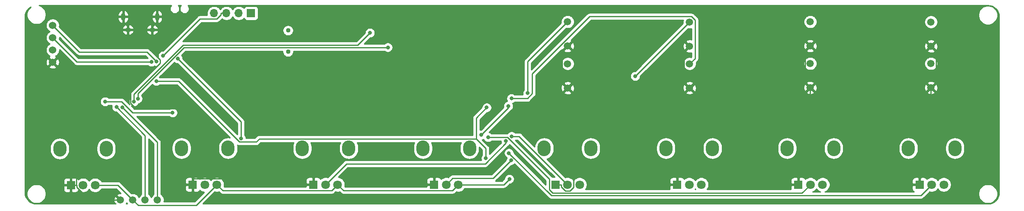
<source format=gbr>
%TF.GenerationSoftware,KiCad,Pcbnew,(5.1.9-0-10_14)*%
%TF.CreationDate,2021-11-27T16:04:38+01:00*%
%TF.ProjectId,SoundCore Knobs,536f756e-6443-46f7-9265-204b6e6f6273,rev?*%
%TF.SameCoordinates,Original*%
%TF.FileFunction,Copper,L2,Bot*%
%TF.FilePolarity,Positive*%
%FSLAX46Y46*%
G04 Gerber Fmt 4.6, Leading zero omitted, Abs format (unit mm)*
G04 Created by KiCad (PCBNEW (5.1.9-0-10_14)) date 2021-11-27 16:04:38*
%MOMM*%
%LPD*%
G01*
G04 APERTURE LIST*
%TA.AperFunction,ComponentPad*%
%ADD10C,1.500000*%
%TD*%
%TA.AperFunction,ComponentPad*%
%ADD11O,1.700000X1.700000*%
%TD*%
%TA.AperFunction,ComponentPad*%
%ADD12R,1.700000X1.700000*%
%TD*%
%TA.AperFunction,ComponentPad*%
%ADD13C,0.950000*%
%TD*%
%TA.AperFunction,ComponentPad*%
%ADD14O,2.720000X3.240000*%
%TD*%
%TA.AperFunction,ComponentPad*%
%ADD15C,1.800000*%
%TD*%
%TA.AperFunction,ComponentPad*%
%ADD16R,1.800000X1.800000*%
%TD*%
%TA.AperFunction,ComponentPad*%
%ADD17O,0.890000X1.550000*%
%TD*%
%TA.AperFunction,ComponentPad*%
%ADD18O,1.250000X0.950000*%
%TD*%
%TA.AperFunction,ComponentPad*%
%ADD19C,1.524000*%
%TD*%
%TA.AperFunction,SMDPad,CuDef*%
%ADD20C,1.500000*%
%TD*%
%TA.AperFunction,ViaPad*%
%ADD21C,0.800000*%
%TD*%
%TA.AperFunction,Conductor*%
%ADD22C,0.250000*%
%TD*%
%TA.AperFunction,Conductor*%
%ADD23C,0.254000*%
%TD*%
%TA.AperFunction,Conductor*%
%ADD24C,0.100000*%
%TD*%
%TA.AperFunction,NonConductor*%
%ADD25C,0.254000*%
%TD*%
%TA.AperFunction,NonConductor*%
%ADD26C,0.100000*%
%TD*%
G04 APERTURE END LIST*
D10*
%TO.P,SW9,1*%
%TO.N,Net-(SW9-Pad1)*%
X257252000Y-68078000D03*
%TO.P,SW9,2*%
%TO.N,GND*%
X257252000Y-73078000D03*
%TD*%
%TO.P,SW8,1*%
%TO.N,Net-(SW8-Pad1)*%
X232360000Y-68078000D03*
%TO.P,SW8,2*%
%TO.N,GND*%
X232360000Y-73078000D03*
%TD*%
%TO.P,SW7,1*%
%TO.N,Net-(SW7-Pad1)*%
X207476000Y-68134000D03*
%TO.P,SW7,2*%
%TO.N,GND*%
X207476000Y-73134000D03*
%TD*%
%TO.P,SW6,1*%
%TO.N,Net-(SW6-Pad1)*%
X182330000Y-68134000D03*
%TO.P,SW6,2*%
%TO.N,GND*%
X182330000Y-73134000D03*
%TD*%
%TO.P,SW5,1*%
%TO.N,Net-(SW5-Pad1)*%
X257260000Y-59498000D03*
%TO.P,SW5,2*%
%TO.N,GND*%
X257260000Y-64498000D03*
%TD*%
%TO.P,SW4,1*%
%TO.N,Net-(SW4-Pad1)*%
X232360000Y-59442000D03*
%TO.P,SW4,2*%
%TO.N,GND*%
X232360000Y-64442000D03*
%TD*%
%TO.P,SW3,1*%
%TO.N,Net-(SW3-Pad1)*%
X207476000Y-59498000D03*
%TO.P,SW3,2*%
%TO.N,GND*%
X207476000Y-64498000D03*
%TD*%
%TO.P,SW2,1*%
%TO.N,Net-(SW2-Pad1)*%
X182322000Y-59442000D03*
%TO.P,SW2,2*%
%TO.N,GND*%
X182322000Y-64442000D03*
%TD*%
D11*
%TO.P,J8,4*%
%TO.N,Net-(J8-Pad4)*%
X109424000Y-57668000D03*
%TO.P,J8,3*%
%TO.N,Net-(J8-Pad3)*%
X111964000Y-57668000D03*
%TO.P,J8,2*%
%TO.N,Net-(J8-Pad2)*%
X114504000Y-57668000D03*
D12*
%TO.P,J8,1*%
%TO.N,Net-(J8-Pad1)*%
X117044000Y-57668000D03*
%TD*%
D13*
%TO.P,U10,7*%
%TO.N,N/C*%
X124674000Y-61236000D03*
X124674000Y-65636000D03*
%TD*%
D14*
%TO.P,RV4,*%
%TO.N,*%
X152500000Y-85600000D03*
X162100000Y-85600000D03*
D15*
%TO.P,RV4,3*%
%TO.N,3V3*%
X159800000Y-93100000D03*
%TO.P,RV4,2*%
%TO.N,Net-(C11-Pad2)*%
X157300000Y-93100000D03*
D16*
%TO.P,RV4,1*%
%TO.N,GND*%
X154800000Y-93100000D03*
%TD*%
D17*
%TO.P,J3,6*%
%TO.N,GND*%
X90684000Y-58400000D03*
X97684000Y-58400000D03*
D18*
X91684000Y-61100000D03*
X96684000Y-61100000D03*
%TD*%
D19*
%TO.P,U2,4*%
%TO.N,SDA*%
X76130000Y-60190000D03*
%TO.P,U2,3*%
%TO.N,SCL*%
X76130000Y-62730000D03*
%TO.P,U2,2*%
%TO.N,3V3*%
X76130000Y-65270000D03*
%TO.P,U2,1*%
%TO.N,GND*%
X76130000Y-67810000D03*
%TD*%
D14*
%TO.P,RV8,*%
%TO.N,*%
X252600000Y-85600000D03*
X262200000Y-85600000D03*
D15*
%TO.P,RV8,3*%
%TO.N,3V3*%
X259900000Y-93100000D03*
%TO.P,RV8,2*%
%TO.N,Net-(C15-Pad2)*%
X257400000Y-93100000D03*
D16*
%TO.P,RV8,1*%
%TO.N,GND*%
X254900000Y-93100000D03*
%TD*%
D14*
%TO.P,RV7,*%
%TO.N,*%
X227600000Y-85600000D03*
X237200000Y-85600000D03*
D15*
%TO.P,RV7,3*%
%TO.N,3V3*%
X234900000Y-93100000D03*
%TO.P,RV7,2*%
%TO.N,Net-(C14-Pad2)*%
X232400000Y-93100000D03*
D16*
%TO.P,RV7,1*%
%TO.N,GND*%
X229900000Y-93100000D03*
%TD*%
D14*
%TO.P,RV6,*%
%TO.N,*%
X202600000Y-85600000D03*
X212200000Y-85600000D03*
D15*
%TO.P,RV6,3*%
%TO.N,3V3*%
X209900000Y-93100000D03*
%TO.P,RV6,2*%
%TO.N,Net-(C13-Pad2)*%
X207400000Y-93100000D03*
D16*
%TO.P,RV6,1*%
%TO.N,GND*%
X204900000Y-93100000D03*
%TD*%
D14*
%TO.P,RV5,*%
%TO.N,*%
X177500000Y-85600000D03*
X187100000Y-85600000D03*
D15*
%TO.P,RV5,3*%
%TO.N,3V3*%
X184800000Y-93100000D03*
%TO.P,RV5,2*%
%TO.N,Net-(C12-Pad2)*%
X182300000Y-93100000D03*
D16*
%TO.P,RV5,1*%
%TO.N,GND*%
X179800000Y-93100000D03*
%TD*%
D14*
%TO.P,RV3,*%
%TO.N,*%
X127600000Y-85600000D03*
X137200000Y-85600000D03*
D15*
%TO.P,RV3,3*%
%TO.N,3V3*%
X134900000Y-93100000D03*
%TO.P,RV3,2*%
%TO.N,Net-(C10-Pad2)*%
X132400000Y-93100000D03*
D16*
%TO.P,RV3,1*%
%TO.N,GND*%
X129900000Y-93100000D03*
%TD*%
D14*
%TO.P,RV2,*%
%TO.N,*%
X102700000Y-85600000D03*
X112300000Y-85600000D03*
D15*
%TO.P,RV2,3*%
%TO.N,3V3*%
X110000000Y-93100000D03*
%TO.P,RV2,2*%
%TO.N,Net-(C9-Pad2)*%
X107500000Y-93100000D03*
D16*
%TO.P,RV2,1*%
%TO.N,GND*%
X105000000Y-93100000D03*
%TD*%
D14*
%TO.P,RV1,*%
%TO.N,*%
X77600000Y-85700000D03*
X87200000Y-85700000D03*
D15*
%TO.P,RV1,3*%
%TO.N,3V3*%
X84900000Y-93200000D03*
%TO.P,RV1,2*%
%TO.N,Net-(C8-Pad2)*%
X82400000Y-93200000D03*
D16*
%TO.P,RV1,1*%
%TO.N,GND*%
X79900000Y-93200000D03*
%TD*%
D20*
%TO.P,gnd1,1*%
%TO.N,GND*%
X90120000Y-96276000D03*
%TD*%
%TO.P,3v1,1*%
%TO.N,3V3*%
X92660000Y-96276000D03*
%TD*%
%TO.P,swdio1,1*%
%TO.N,SWDIO*%
X97740000Y-96276000D03*
%TD*%
%TO.P,swclk1,1*%
%TO.N,SWCLK*%
X95200000Y-96276000D03*
%TD*%
D21*
%TO.N,GND*%
X104604700Y-77407300D03*
%TO.N,VBUS*%
X114970000Y-83550000D03*
X101931300Y-67063300D03*
%TO.N,3V3*%
X170319000Y-91934000D03*
%TO.N,SCL*%
X96532600Y-67745700D03*
%TO.N,SDA*%
X97552200Y-67668400D03*
%TO.N,SWCLK*%
X89316700Y-77054200D03*
%TO.N,SWDIO*%
X90484100Y-77096000D03*
%TO.N,/E*%
X165472000Y-87635800D03*
X165646900Y-77162500D03*
X97508000Y-71724400D03*
%TO.N,/S0*%
X170111800Y-76865900D03*
X164520100Y-82789200D03*
%TO.N,Net-(D4-Pad2)*%
X100872500Y-78239700D03*
X86939500Y-75943800D03*
%TO.N,Net-(C10-Pad2)*%
X169599700Y-84035200D03*
%TO.N,Net-(C11-Pad2)*%
X170648400Y-88084700D03*
%TO.N,Net-(C12-Pad2)*%
X170771900Y-83110000D03*
%TO.N,Net-(C14-Pad2)*%
X165943100Y-83321700D03*
%TO.N,Net-(C15-Pad2)*%
X170215700Y-86578400D03*
%TO.N,SCL2*%
X141569800Y-61732000D03*
X92895500Y-75966200D03*
%TO.N,SDA2*%
X145260900Y-64747800D03*
X93691400Y-75347300D03*
%TO.N,Net-(J8-Pad3)*%
X98909500Y-66480600D03*
%TO.N,Net-(SW2-Pad1)*%
X174085400Y-74211100D03*
%TO.N,Net-(SW3-Pad1)*%
X196276900Y-70697100D03*
%TO.N,Net-(SW7-Pad1)*%
X170746600Y-75286100D03*
%TD*%
D22*
%TO.N,GND*%
X104604700Y-77407300D02*
X105000000Y-77802600D01*
X105000000Y-77802600D02*
X105000000Y-91874700D01*
X92170200Y-74089600D02*
X92170200Y-76266600D01*
X92170200Y-76266600D02*
X93310900Y-77407300D01*
X93310900Y-77407300D02*
X104604700Y-77407300D01*
X92170200Y-74089600D02*
X81055500Y-74089600D01*
X96684000Y-61900300D02*
X96684000Y-65729800D01*
X96684000Y-65729800D02*
X98277500Y-67323300D01*
X98277500Y-67323300D02*
X98277500Y-67982300D01*
X98277500Y-67982300D02*
X92170200Y-74089600D01*
X96684000Y-61100000D02*
X96684000Y-60299700D01*
X97684000Y-58400000D02*
X97684000Y-59500300D01*
X96684000Y-60299700D02*
X96884600Y-60299700D01*
X96884600Y-60299700D02*
X97684000Y-59500300D01*
X96684000Y-61500100D02*
X96684000Y-61100000D01*
X96684000Y-61500100D02*
X96684000Y-61900300D01*
X129900000Y-93100000D02*
X128674700Y-93100000D01*
X105000000Y-91874700D02*
X127449400Y-91874700D01*
X127449400Y-91874700D02*
X128674700Y-93100000D01*
X105000000Y-91987300D02*
X105000000Y-91874700D01*
X105000000Y-93100000D02*
X105000000Y-91987300D01*
X81055500Y-74089600D02*
X81055500Y-72735500D01*
X81055500Y-72735500D02*
X76130000Y-67810000D01*
X81055500Y-93200000D02*
X81055500Y-74089600D01*
X81055500Y-93200000D02*
X81125300Y-93200000D01*
X79900000Y-93200000D02*
X81055500Y-93200000D01*
X182330000Y-73134000D02*
X181223400Y-72027400D01*
X181223400Y-72027400D02*
X181223400Y-65540600D01*
X181223400Y-65540600D02*
X182322000Y-64442000D01*
X183550000Y-77054500D02*
X183550000Y-74354000D01*
X183550000Y-74354000D02*
X182330000Y-73134000D01*
X91684000Y-61100000D02*
X91684000Y-60299700D01*
X90684000Y-58400000D02*
X90684000Y-59500300D01*
X90684000Y-59500300D02*
X91483400Y-60299700D01*
X91483400Y-60299700D02*
X91684000Y-60299700D01*
X207326900Y-73134000D02*
X207476000Y-73134000D01*
X207476000Y-64498000D02*
X206345300Y-65628700D01*
X206345300Y-65628700D02*
X206345300Y-72152400D01*
X206345300Y-72152400D02*
X207326900Y-73134000D01*
X207326900Y-73134000D02*
X204900000Y-75560900D01*
X204900000Y-75560900D02*
X204900000Y-77054500D01*
X181025300Y-93100000D02*
X181025300Y-93559500D01*
X181025300Y-93559500D02*
X181856900Y-94391100D01*
X181856900Y-94391100D02*
X182831300Y-94391100D01*
X182831300Y-94391100D02*
X183550000Y-93672400D01*
X183550000Y-93672400D02*
X183550000Y-77054500D01*
X204900000Y-77054500D02*
X183550000Y-77054500D01*
X204900000Y-77054500D02*
X204900000Y-91874700D01*
X179800000Y-93100000D02*
X181025300Y-93100000D01*
X229900000Y-93100000D02*
X229900000Y-91874700D01*
X232360000Y-73078000D02*
X232360000Y-89414700D01*
X232360000Y-89414700D02*
X229900000Y-91874700D01*
X232360000Y-64442000D02*
X231275000Y-65527000D01*
X231275000Y-65527000D02*
X231275000Y-71993000D01*
X231275000Y-71993000D02*
X232360000Y-73078000D01*
X204900000Y-93100000D02*
X204900000Y-91874700D01*
X257252000Y-73078000D02*
X257252000Y-89522700D01*
X257252000Y-89522700D02*
X254900000Y-91874700D01*
X254900000Y-93100000D02*
X254900000Y-91874700D01*
X257260000Y-64498000D02*
X258355800Y-65593800D01*
X258355800Y-65593800D02*
X258355800Y-71974200D01*
X258355800Y-71974200D02*
X257252000Y-73078000D01*
X90120000Y-96276000D02*
X83741800Y-96276000D01*
X83741800Y-96276000D02*
X81125300Y-93659500D01*
X81125300Y-93659500D02*
X81125300Y-93200000D01*
%TO.N,VBUS*%
X114970000Y-83550000D02*
X114970000Y-80102000D01*
X114970000Y-80102000D02*
X101931300Y-67063300D01*
%TO.N,3V3*%
X159800000Y-93100000D02*
X169153000Y-93100000D01*
X169153000Y-93100000D02*
X170319000Y-91934000D01*
X134900000Y-93100000D02*
X136125400Y-94325400D01*
X136125400Y-94325400D02*
X158574600Y-94325400D01*
X158574600Y-94325400D02*
X159800000Y-93100000D01*
X92660000Y-96276000D02*
X93774300Y-97390300D01*
X93774300Y-97390300D02*
X105709700Y-97390300D01*
X105709700Y-97390300D02*
X110000000Y-93100000D01*
X84900000Y-93200000D02*
X89584000Y-93200000D01*
X89584000Y-93200000D02*
X92660000Y-96276000D01*
X134900000Y-93100000D02*
X133674600Y-94325400D01*
X133674600Y-94325400D02*
X111225400Y-94325400D01*
X111225400Y-94325400D02*
X110000000Y-93100000D01*
%TO.N,SCL*%
X96532600Y-67745700D02*
X81145700Y-67745700D01*
X81145700Y-67745700D02*
X76130000Y-62730000D01*
%TO.N,SDA*%
X97552200Y-67668400D02*
X95556200Y-65672400D01*
X95556200Y-65672400D02*
X81612400Y-65672400D01*
X81612400Y-65672400D02*
X76130000Y-60190000D01*
%TO.N,SWCLK*%
X89316700Y-77054200D02*
X95200000Y-82937500D01*
X95200000Y-82937500D02*
X95200000Y-96276000D01*
%TO.N,SWDIO*%
X97740000Y-96276000D02*
X97740000Y-84351900D01*
X97740000Y-84351900D02*
X90484100Y-77096000D01*
%TO.N,/E*%
X163477800Y-83639200D02*
X165472000Y-85633400D01*
X165472000Y-85633400D02*
X165472000Y-87635800D01*
X163477800Y-83639200D02*
X118753300Y-83639200D01*
X118753300Y-83639200D02*
X118109700Y-84282800D01*
X118109700Y-84282800D02*
X114677100Y-84282800D01*
X114677100Y-84282800D02*
X102118700Y-71724400D01*
X102118700Y-71724400D02*
X97508000Y-71724400D01*
X163477800Y-83639200D02*
X163477800Y-79331600D01*
X163477800Y-79331600D02*
X165646900Y-77162500D01*
%TO.N,/S0*%
X164520100Y-82789200D02*
X170111800Y-77197500D01*
X170111800Y-77197500D02*
X170111800Y-76865900D01*
%TO.N,Net-(D4-Pad2)*%
X86939500Y-75943800D02*
X90366800Y-75943800D01*
X90366800Y-75943800D02*
X92662700Y-78239700D01*
X92662700Y-78239700D02*
X100872500Y-78239700D01*
%TO.N,Net-(C10-Pad2)*%
X132400000Y-93100000D02*
X136700500Y-88799500D01*
X136700500Y-88799500D02*
X165335700Y-88799500D01*
X165335700Y-88799500D02*
X169599700Y-84535500D01*
X169599700Y-84535500D02*
X169599700Y-84035200D01*
%TO.N,Net-(C11-Pad2)*%
X157300000Y-93100000D02*
X158589500Y-91810500D01*
X158589500Y-91810500D02*
X166922600Y-91810500D01*
X166922600Y-91810500D02*
X170648400Y-88084700D01*
%TO.N,Net-(C12-Pad2)*%
X182300000Y-93100000D02*
X172310000Y-83110000D01*
X172310000Y-83110000D02*
X170771900Y-83110000D01*
%TO.N,Net-(C14-Pad2)*%
X232400000Y-93100000D02*
X230652400Y-94847600D01*
X230652400Y-94847600D02*
X179271600Y-94847600D01*
X179271600Y-94847600D02*
X178574600Y-94150600D01*
X178574600Y-94150600D02*
X178574600Y-91984300D01*
X178574600Y-91984300D02*
X169900200Y-83309900D01*
X169900200Y-83309900D02*
X165954900Y-83309900D01*
X165954900Y-83309900D02*
X165943100Y-83321700D01*
%TO.N,Net-(C15-Pad2)*%
X257400000Y-93100000D02*
X255166700Y-95333300D01*
X255166700Y-95333300D02*
X178970600Y-95333300D01*
X178970600Y-95333300D02*
X170215700Y-86578400D01*
%TO.N,SCL2*%
X141569800Y-61732000D02*
X139048600Y-64253200D01*
X139048600Y-64253200D02*
X103078800Y-64253200D01*
X103078800Y-64253200D02*
X92895500Y-74436500D01*
X92895500Y-74436500D02*
X92895500Y-75966200D01*
%TO.N,SDA2*%
X145260900Y-64747800D02*
X103221100Y-64747800D01*
X103221100Y-64747800D02*
X93691400Y-74277500D01*
X93691400Y-74277500D02*
X93691400Y-75347300D01*
%TO.N,Net-(J8-Pad3)*%
X111964000Y-57668000D02*
X110788700Y-57668000D01*
X110788700Y-57668000D02*
X110788700Y-58035400D01*
X110788700Y-58035400D02*
X109980800Y-58843300D01*
X109980800Y-58843300D02*
X106546800Y-58843300D01*
X106546800Y-58843300D02*
X98909500Y-66480600D01*
%TO.N,Net-(SW2-Pad1)*%
X182322000Y-59442000D02*
X174085400Y-67678600D01*
X174085400Y-67678600D02*
X174085400Y-74211100D01*
%TO.N,Net-(SW3-Pad1)*%
X207476000Y-59498000D02*
X196276900Y-70697100D01*
%TO.N,Net-(SW7-Pad1)*%
X207476000Y-68134000D02*
X208582700Y-67027300D01*
X208582700Y-67027300D02*
X208582700Y-59082200D01*
X208582700Y-59082200D02*
X207875500Y-58375000D01*
X207875500Y-58375000D02*
X186862500Y-58375000D01*
X186862500Y-58375000D02*
X175042800Y-70194700D01*
X175042800Y-70194700D02*
X175042800Y-74285300D01*
X175042800Y-74285300D02*
X174042000Y-75286100D01*
X174042000Y-75286100D02*
X170746600Y-75286100D01*
%TD*%
D23*
%TO.N,GND*%
X100546901Y-56140099D02*
X100439104Y-56301428D01*
X100364853Y-56480686D01*
X100327000Y-56670986D01*
X100327000Y-56865014D01*
X100364853Y-57055314D01*
X100439104Y-57234572D01*
X100546901Y-57395901D01*
X100684099Y-57533099D01*
X100845428Y-57640896D01*
X101024686Y-57715147D01*
X101214986Y-57753000D01*
X101409014Y-57753000D01*
X101599314Y-57715147D01*
X101778572Y-57640896D01*
X101939901Y-57533099D01*
X102077099Y-57395901D01*
X102184896Y-57234572D01*
X102259147Y-57055314D01*
X102297000Y-56865014D01*
X102297000Y-56670986D01*
X102259147Y-56480686D01*
X102184896Y-56301428D01*
X102077099Y-56140099D01*
X102022000Y-56085000D01*
X102602000Y-56085000D01*
X102546901Y-56140099D01*
X102439104Y-56301428D01*
X102364853Y-56480686D01*
X102327000Y-56670986D01*
X102327000Y-56865014D01*
X102364853Y-57055314D01*
X102439104Y-57234572D01*
X102546901Y-57395901D01*
X102684099Y-57533099D01*
X102845428Y-57640896D01*
X103024686Y-57715147D01*
X103214986Y-57753000D01*
X103409014Y-57753000D01*
X103599314Y-57715147D01*
X103778572Y-57640896D01*
X103939901Y-57533099D01*
X104077099Y-57395901D01*
X104184896Y-57234572D01*
X104259147Y-57055314D01*
X104297000Y-56865014D01*
X104297000Y-56670986D01*
X104259147Y-56480686D01*
X104184896Y-56301428D01*
X104077099Y-56140099D01*
X104022000Y-56085000D01*
X268966495Y-56085000D01*
X269449016Y-56132312D01*
X269880930Y-56262714D01*
X270279285Y-56474524D01*
X270628914Y-56759675D01*
X270916497Y-57107303D01*
X271131086Y-57504177D01*
X271264498Y-57935161D01*
X271315000Y-58415654D01*
X271315001Y-94716485D01*
X271267688Y-95199016D01*
X271137287Y-95630927D01*
X270925480Y-96029280D01*
X270640325Y-96378914D01*
X270292697Y-96666497D01*
X269895825Y-96881085D01*
X269464834Y-97014500D01*
X268984346Y-97065000D01*
X107109801Y-97065000D01*
X109591071Y-94583732D01*
X109848816Y-94635000D01*
X110151184Y-94635000D01*
X110408930Y-94583731D01*
X110661601Y-94836403D01*
X110685399Y-94865401D01*
X110801124Y-94960374D01*
X110933153Y-95030946D01*
X111076414Y-95074403D01*
X111188067Y-95085400D01*
X111188076Y-95085400D01*
X111225399Y-95089076D01*
X111262722Y-95085400D01*
X133637278Y-95085400D01*
X133674600Y-95089076D01*
X133711922Y-95085400D01*
X133711933Y-95085400D01*
X133823586Y-95074403D01*
X133966847Y-95030946D01*
X134098876Y-94960374D01*
X134214601Y-94865401D01*
X134238404Y-94836397D01*
X134491070Y-94583731D01*
X134748816Y-94635000D01*
X135051184Y-94635000D01*
X135308930Y-94583731D01*
X135561601Y-94836403D01*
X135585399Y-94865401D01*
X135701124Y-94960374D01*
X135833153Y-95030946D01*
X135976414Y-95074403D01*
X136088067Y-95085400D01*
X136088076Y-95085400D01*
X136125399Y-95089076D01*
X136162722Y-95085400D01*
X158537278Y-95085400D01*
X158574600Y-95089076D01*
X158611922Y-95085400D01*
X158611933Y-95085400D01*
X158723586Y-95074403D01*
X158866847Y-95030946D01*
X158998876Y-94960374D01*
X159114601Y-94865401D01*
X159138404Y-94836397D01*
X159391070Y-94583731D01*
X159648816Y-94635000D01*
X159951184Y-94635000D01*
X160247743Y-94576011D01*
X160527095Y-94460299D01*
X160778505Y-94292312D01*
X160992312Y-94078505D01*
X161138313Y-93860000D01*
X169115678Y-93860000D01*
X169153000Y-93863676D01*
X169190322Y-93860000D01*
X169190333Y-93860000D01*
X169301986Y-93849003D01*
X169445247Y-93805546D01*
X169577276Y-93734974D01*
X169693001Y-93640001D01*
X169716804Y-93610997D01*
X170358802Y-92969000D01*
X170420939Y-92969000D01*
X170620898Y-92929226D01*
X170809256Y-92851205D01*
X170978774Y-92737937D01*
X171122937Y-92593774D01*
X171236205Y-92424256D01*
X171314226Y-92235898D01*
X171354000Y-92035939D01*
X171354000Y-91832061D01*
X171314226Y-91632102D01*
X171236205Y-91443744D01*
X171122937Y-91274226D01*
X170978774Y-91130063D01*
X170809256Y-91016795D01*
X170620898Y-90938774D01*
X170420939Y-90899000D01*
X170217061Y-90899000D01*
X170017102Y-90938774D01*
X169828744Y-91016795D01*
X169659226Y-91130063D01*
X169515063Y-91274226D01*
X169401795Y-91443744D01*
X169323774Y-91632102D01*
X169284000Y-91832061D01*
X169284000Y-91894198D01*
X168838199Y-92340000D01*
X167471219Y-92340000D01*
X167486404Y-92321497D01*
X170688202Y-89119700D01*
X170750339Y-89119700D01*
X170950298Y-89079926D01*
X171138656Y-89001905D01*
X171308174Y-88888637D01*
X171379655Y-88817156D01*
X178406801Y-95844303D01*
X178430599Y-95873301D01*
X178546324Y-95968274D01*
X178678353Y-96038846D01*
X178821614Y-96082303D01*
X178933267Y-96093300D01*
X178933276Y-96093300D01*
X178970599Y-96096976D01*
X179007922Y-96093300D01*
X255129378Y-96093300D01*
X255166700Y-96096976D01*
X255204022Y-96093300D01*
X255204033Y-96093300D01*
X255315686Y-96082303D01*
X255458947Y-96038846D01*
X255590976Y-95968274D01*
X255706701Y-95873301D01*
X255730504Y-95844297D01*
X256770306Y-94804495D01*
X267015000Y-94804495D01*
X267015000Y-95195505D01*
X267091282Y-95579003D01*
X267240915Y-95940250D01*
X267458149Y-96265364D01*
X267734636Y-96541851D01*
X268059750Y-96759085D01*
X268420997Y-96908718D01*
X268804495Y-96985000D01*
X269195505Y-96985000D01*
X269579003Y-96908718D01*
X269940250Y-96759085D01*
X270265364Y-96541851D01*
X270541851Y-96265364D01*
X270759085Y-95940250D01*
X270908718Y-95579003D01*
X270985000Y-95195505D01*
X270985000Y-94804495D01*
X270908718Y-94420997D01*
X270759085Y-94059750D01*
X270541851Y-93734636D01*
X270265364Y-93458149D01*
X269940250Y-93240915D01*
X269579003Y-93091282D01*
X269195505Y-93015000D01*
X268804495Y-93015000D01*
X268420997Y-93091282D01*
X268059750Y-93240915D01*
X267734636Y-93458149D01*
X267458149Y-93734636D01*
X267240915Y-94059750D01*
X267091282Y-94420997D01*
X267015000Y-94804495D01*
X256770306Y-94804495D01*
X256991070Y-94583731D01*
X257248816Y-94635000D01*
X257551184Y-94635000D01*
X257847743Y-94576011D01*
X258127095Y-94460299D01*
X258378505Y-94292312D01*
X258592312Y-94078505D01*
X258650000Y-93992169D01*
X258707688Y-94078505D01*
X258921495Y-94292312D01*
X259172905Y-94460299D01*
X259452257Y-94576011D01*
X259748816Y-94635000D01*
X260051184Y-94635000D01*
X260347743Y-94576011D01*
X260627095Y-94460299D01*
X260878505Y-94292312D01*
X261092312Y-94078505D01*
X261260299Y-93827095D01*
X261376011Y-93547743D01*
X261435000Y-93251184D01*
X261435000Y-92948816D01*
X261376011Y-92652257D01*
X261260299Y-92372905D01*
X261092312Y-92121495D01*
X260878505Y-91907688D01*
X260627095Y-91739701D01*
X260347743Y-91623989D01*
X260051184Y-91565000D01*
X259748816Y-91565000D01*
X259452257Y-91623989D01*
X259172905Y-91739701D01*
X258921495Y-91907688D01*
X258707688Y-92121495D01*
X258650000Y-92207831D01*
X258592312Y-92121495D01*
X258378505Y-91907688D01*
X258127095Y-91739701D01*
X257847743Y-91623989D01*
X257551184Y-91565000D01*
X257248816Y-91565000D01*
X256952257Y-91623989D01*
X256672905Y-91739701D01*
X256421495Y-91907688D01*
X256383880Y-91945303D01*
X256330537Y-91845506D01*
X256251185Y-91748815D01*
X256154494Y-91669463D01*
X256044180Y-91610498D01*
X255924482Y-91574188D01*
X255800000Y-91561928D01*
X255185750Y-91565000D01*
X255027000Y-91723750D01*
X255027000Y-92973000D01*
X255047000Y-92973000D01*
X255047000Y-93227000D01*
X255027000Y-93227000D01*
X255027000Y-93247000D01*
X254773000Y-93247000D01*
X254773000Y-93227000D01*
X253523750Y-93227000D01*
X253365000Y-93385750D01*
X253361928Y-94000000D01*
X253374188Y-94124482D01*
X253410498Y-94244180D01*
X253469463Y-94354494D01*
X253548815Y-94451185D01*
X253645506Y-94530537D01*
X253725509Y-94573300D01*
X235354288Y-94573300D01*
X235627095Y-94460299D01*
X235878505Y-94292312D01*
X236092312Y-94078505D01*
X236260299Y-93827095D01*
X236376011Y-93547743D01*
X236435000Y-93251184D01*
X236435000Y-92948816D01*
X236376011Y-92652257D01*
X236260299Y-92372905D01*
X236144768Y-92200000D01*
X253361928Y-92200000D01*
X253365000Y-92814250D01*
X253523750Y-92973000D01*
X254773000Y-92973000D01*
X254773000Y-91723750D01*
X254614250Y-91565000D01*
X254000000Y-91561928D01*
X253875518Y-91574188D01*
X253755820Y-91610498D01*
X253645506Y-91669463D01*
X253548815Y-91748815D01*
X253469463Y-91845506D01*
X253410498Y-91955820D01*
X253374188Y-92075518D01*
X253361928Y-92200000D01*
X236144768Y-92200000D01*
X236092312Y-92121495D01*
X235878505Y-91907688D01*
X235627095Y-91739701D01*
X235347743Y-91623989D01*
X235051184Y-91565000D01*
X234748816Y-91565000D01*
X234452257Y-91623989D01*
X234172905Y-91739701D01*
X233921495Y-91907688D01*
X233707688Y-92121495D01*
X233650000Y-92207831D01*
X233592312Y-92121495D01*
X233378505Y-91907688D01*
X233127095Y-91739701D01*
X232847743Y-91623989D01*
X232551184Y-91565000D01*
X232248816Y-91565000D01*
X231952257Y-91623989D01*
X231672905Y-91739701D01*
X231421495Y-91907688D01*
X231383880Y-91945303D01*
X231330537Y-91845506D01*
X231251185Y-91748815D01*
X231154494Y-91669463D01*
X231044180Y-91610498D01*
X230924482Y-91574188D01*
X230800000Y-91561928D01*
X230185750Y-91565000D01*
X230027000Y-91723750D01*
X230027000Y-92973000D01*
X230047000Y-92973000D01*
X230047000Y-93227000D01*
X230027000Y-93227000D01*
X230027000Y-93247000D01*
X229773000Y-93247000D01*
X229773000Y-93227000D01*
X228523750Y-93227000D01*
X228365000Y-93385750D01*
X228361928Y-94000000D01*
X228370556Y-94087600D01*
X211083217Y-94087600D01*
X211092312Y-94078505D01*
X211260299Y-93827095D01*
X211376011Y-93547743D01*
X211435000Y-93251184D01*
X211435000Y-92948816D01*
X211376011Y-92652257D01*
X211260299Y-92372905D01*
X211144768Y-92200000D01*
X228361928Y-92200000D01*
X228365000Y-92814250D01*
X228523750Y-92973000D01*
X229773000Y-92973000D01*
X229773000Y-91723750D01*
X229614250Y-91565000D01*
X229000000Y-91561928D01*
X228875518Y-91574188D01*
X228755820Y-91610498D01*
X228645506Y-91669463D01*
X228548815Y-91748815D01*
X228469463Y-91845506D01*
X228410498Y-91955820D01*
X228374188Y-92075518D01*
X228361928Y-92200000D01*
X211144768Y-92200000D01*
X211092312Y-92121495D01*
X210878505Y-91907688D01*
X210627095Y-91739701D01*
X210347743Y-91623989D01*
X210051184Y-91565000D01*
X209748816Y-91565000D01*
X209452257Y-91623989D01*
X209172905Y-91739701D01*
X208921495Y-91907688D01*
X208707688Y-92121495D01*
X208650000Y-92207831D01*
X208592312Y-92121495D01*
X208378505Y-91907688D01*
X208127095Y-91739701D01*
X207847743Y-91623989D01*
X207551184Y-91565000D01*
X207248816Y-91565000D01*
X206952257Y-91623989D01*
X206672905Y-91739701D01*
X206421495Y-91907688D01*
X206383880Y-91945303D01*
X206330537Y-91845506D01*
X206251185Y-91748815D01*
X206154494Y-91669463D01*
X206044180Y-91610498D01*
X205924482Y-91574188D01*
X205800000Y-91561928D01*
X205185750Y-91565000D01*
X205027000Y-91723750D01*
X205027000Y-92973000D01*
X205047000Y-92973000D01*
X205047000Y-93227000D01*
X205027000Y-93227000D01*
X205027000Y-93247000D01*
X204773000Y-93247000D01*
X204773000Y-93227000D01*
X203523750Y-93227000D01*
X203365000Y-93385750D01*
X203361928Y-94000000D01*
X203370556Y-94087600D01*
X185983217Y-94087600D01*
X185992312Y-94078505D01*
X186160299Y-93827095D01*
X186276011Y-93547743D01*
X186335000Y-93251184D01*
X186335000Y-92948816D01*
X186276011Y-92652257D01*
X186160299Y-92372905D01*
X186044768Y-92200000D01*
X203361928Y-92200000D01*
X203365000Y-92814250D01*
X203523750Y-92973000D01*
X204773000Y-92973000D01*
X204773000Y-91723750D01*
X204614250Y-91565000D01*
X204000000Y-91561928D01*
X203875518Y-91574188D01*
X203755820Y-91610498D01*
X203645506Y-91669463D01*
X203548815Y-91748815D01*
X203469463Y-91845506D01*
X203410498Y-91955820D01*
X203374188Y-92075518D01*
X203361928Y-92200000D01*
X186044768Y-92200000D01*
X185992312Y-92121495D01*
X185778505Y-91907688D01*
X185527095Y-91739701D01*
X185247743Y-91623989D01*
X184951184Y-91565000D01*
X184648816Y-91565000D01*
X184352257Y-91623989D01*
X184072905Y-91739701D01*
X183821495Y-91907688D01*
X183607688Y-92121495D01*
X183550000Y-92207831D01*
X183492312Y-92121495D01*
X183278505Y-91907688D01*
X183027095Y-91739701D01*
X182747743Y-91623989D01*
X182451184Y-91565000D01*
X182148816Y-91565000D01*
X181891071Y-91616268D01*
X178052094Y-87777292D01*
X178267146Y-87712057D01*
X178613725Y-87526807D01*
X178917503Y-87277503D01*
X179166807Y-86973725D01*
X179352057Y-86627147D01*
X179466133Y-86251088D01*
X179495000Y-85957998D01*
X179495000Y-85242003D01*
X179495000Y-85242002D01*
X185105000Y-85242002D01*
X185105000Y-85957997D01*
X185133867Y-86251087D01*
X185247943Y-86627146D01*
X185433193Y-86973725D01*
X185682497Y-87277503D01*
X185986275Y-87526807D01*
X186332853Y-87712057D01*
X186708912Y-87826133D01*
X187100000Y-87864652D01*
X187491087Y-87826133D01*
X187867146Y-87712057D01*
X188213725Y-87526807D01*
X188517503Y-87277503D01*
X188766807Y-86973725D01*
X188952057Y-86627147D01*
X189066133Y-86251088D01*
X189095000Y-85957998D01*
X189095000Y-85242003D01*
X189095000Y-85242002D01*
X200605000Y-85242002D01*
X200605000Y-85957997D01*
X200633867Y-86251087D01*
X200747943Y-86627146D01*
X200933193Y-86973725D01*
X201182497Y-87277503D01*
X201486275Y-87526807D01*
X201832853Y-87712057D01*
X202208912Y-87826133D01*
X202600000Y-87864652D01*
X202991087Y-87826133D01*
X203367146Y-87712057D01*
X203713725Y-87526807D01*
X204017503Y-87277503D01*
X204266807Y-86973725D01*
X204452057Y-86627147D01*
X204566133Y-86251088D01*
X204595000Y-85957998D01*
X204595000Y-85242003D01*
X204595000Y-85242002D01*
X210205000Y-85242002D01*
X210205000Y-85957997D01*
X210233867Y-86251087D01*
X210347943Y-86627146D01*
X210533193Y-86973725D01*
X210782497Y-87277503D01*
X211086275Y-87526807D01*
X211432853Y-87712057D01*
X211808912Y-87826133D01*
X212200000Y-87864652D01*
X212591087Y-87826133D01*
X212967146Y-87712057D01*
X213313725Y-87526807D01*
X213617503Y-87277503D01*
X213866807Y-86973725D01*
X214052057Y-86627147D01*
X214166133Y-86251088D01*
X214195000Y-85957998D01*
X214195000Y-85242003D01*
X214195000Y-85242002D01*
X225605000Y-85242002D01*
X225605000Y-85957997D01*
X225633867Y-86251087D01*
X225747943Y-86627146D01*
X225933193Y-86973725D01*
X226182497Y-87277503D01*
X226486275Y-87526807D01*
X226832853Y-87712057D01*
X227208912Y-87826133D01*
X227600000Y-87864652D01*
X227991087Y-87826133D01*
X228367146Y-87712057D01*
X228713725Y-87526807D01*
X229017503Y-87277503D01*
X229266807Y-86973725D01*
X229452057Y-86627147D01*
X229566133Y-86251088D01*
X229595000Y-85957998D01*
X229595000Y-85242003D01*
X229595000Y-85242002D01*
X235205000Y-85242002D01*
X235205000Y-85957997D01*
X235233867Y-86251087D01*
X235347943Y-86627146D01*
X235533193Y-86973725D01*
X235782497Y-87277503D01*
X236086275Y-87526807D01*
X236432853Y-87712057D01*
X236808912Y-87826133D01*
X237200000Y-87864652D01*
X237591087Y-87826133D01*
X237967146Y-87712057D01*
X238313725Y-87526807D01*
X238617503Y-87277503D01*
X238866807Y-86973725D01*
X239052057Y-86627147D01*
X239166133Y-86251088D01*
X239195000Y-85957998D01*
X239195000Y-85242003D01*
X239195000Y-85242002D01*
X250605000Y-85242002D01*
X250605000Y-85957997D01*
X250633867Y-86251087D01*
X250747943Y-86627146D01*
X250933193Y-86973725D01*
X251182497Y-87277503D01*
X251486275Y-87526807D01*
X251832853Y-87712057D01*
X252208912Y-87826133D01*
X252600000Y-87864652D01*
X252991087Y-87826133D01*
X253367146Y-87712057D01*
X253713725Y-87526807D01*
X254017503Y-87277503D01*
X254266807Y-86973725D01*
X254452057Y-86627147D01*
X254566133Y-86251088D01*
X254595000Y-85957998D01*
X254595000Y-85242003D01*
X254595000Y-85242002D01*
X260205000Y-85242002D01*
X260205000Y-85957997D01*
X260233867Y-86251087D01*
X260347943Y-86627146D01*
X260533193Y-86973725D01*
X260782497Y-87277503D01*
X261086275Y-87526807D01*
X261432853Y-87712057D01*
X261808912Y-87826133D01*
X262200000Y-87864652D01*
X262591087Y-87826133D01*
X262967146Y-87712057D01*
X263313725Y-87526807D01*
X263617503Y-87277503D01*
X263866807Y-86973725D01*
X264052057Y-86627147D01*
X264166133Y-86251088D01*
X264195000Y-85957998D01*
X264195000Y-85242003D01*
X264166133Y-84948913D01*
X264052057Y-84572853D01*
X263866807Y-84226275D01*
X263617503Y-83922497D01*
X263313725Y-83673193D01*
X262967147Y-83487943D01*
X262591088Y-83373867D01*
X262200000Y-83335348D01*
X261808913Y-83373867D01*
X261432854Y-83487943D01*
X261086276Y-83673193D01*
X260782498Y-83922497D01*
X260533193Y-84226275D01*
X260347943Y-84572853D01*
X260233867Y-84948912D01*
X260205000Y-85242002D01*
X254595000Y-85242002D01*
X254566133Y-84948913D01*
X254452057Y-84572853D01*
X254266807Y-84226275D01*
X254017503Y-83922497D01*
X253713725Y-83673193D01*
X253367147Y-83487943D01*
X252991088Y-83373867D01*
X252600000Y-83335348D01*
X252208913Y-83373867D01*
X251832854Y-83487943D01*
X251486276Y-83673193D01*
X251182498Y-83922497D01*
X250933193Y-84226275D01*
X250747943Y-84572853D01*
X250633867Y-84948912D01*
X250605000Y-85242002D01*
X239195000Y-85242002D01*
X239166133Y-84948913D01*
X239052057Y-84572853D01*
X238866807Y-84226275D01*
X238617503Y-83922497D01*
X238313725Y-83673193D01*
X237967147Y-83487943D01*
X237591088Y-83373867D01*
X237200000Y-83335348D01*
X236808913Y-83373867D01*
X236432854Y-83487943D01*
X236086276Y-83673193D01*
X235782498Y-83922497D01*
X235533193Y-84226275D01*
X235347943Y-84572853D01*
X235233867Y-84948912D01*
X235205000Y-85242002D01*
X229595000Y-85242002D01*
X229566133Y-84948913D01*
X229452057Y-84572853D01*
X229266807Y-84226275D01*
X229017503Y-83922497D01*
X228713725Y-83673193D01*
X228367147Y-83487943D01*
X227991088Y-83373867D01*
X227600000Y-83335348D01*
X227208913Y-83373867D01*
X226832854Y-83487943D01*
X226486276Y-83673193D01*
X226182498Y-83922497D01*
X225933193Y-84226275D01*
X225747943Y-84572853D01*
X225633867Y-84948912D01*
X225605000Y-85242002D01*
X214195000Y-85242002D01*
X214166133Y-84948913D01*
X214052057Y-84572853D01*
X213866807Y-84226275D01*
X213617503Y-83922497D01*
X213313725Y-83673193D01*
X212967147Y-83487943D01*
X212591088Y-83373867D01*
X212200000Y-83335348D01*
X211808913Y-83373867D01*
X211432854Y-83487943D01*
X211086276Y-83673193D01*
X210782498Y-83922497D01*
X210533193Y-84226275D01*
X210347943Y-84572853D01*
X210233867Y-84948912D01*
X210205000Y-85242002D01*
X204595000Y-85242002D01*
X204566133Y-84948913D01*
X204452057Y-84572853D01*
X204266807Y-84226275D01*
X204017503Y-83922497D01*
X203713725Y-83673193D01*
X203367147Y-83487943D01*
X202991088Y-83373867D01*
X202600000Y-83335348D01*
X202208913Y-83373867D01*
X201832854Y-83487943D01*
X201486276Y-83673193D01*
X201182498Y-83922497D01*
X200933193Y-84226275D01*
X200747943Y-84572853D01*
X200633867Y-84948912D01*
X200605000Y-85242002D01*
X189095000Y-85242002D01*
X189066133Y-84948913D01*
X188952057Y-84572853D01*
X188766807Y-84226275D01*
X188517503Y-83922497D01*
X188213725Y-83673193D01*
X187867147Y-83487943D01*
X187491088Y-83373867D01*
X187100000Y-83335348D01*
X186708913Y-83373867D01*
X186332854Y-83487943D01*
X185986276Y-83673193D01*
X185682498Y-83922497D01*
X185433193Y-84226275D01*
X185247943Y-84572853D01*
X185133867Y-84948912D01*
X185105000Y-85242002D01*
X179495000Y-85242002D01*
X179466133Y-84948913D01*
X179352057Y-84572853D01*
X179166807Y-84226275D01*
X178917503Y-83922497D01*
X178613725Y-83673193D01*
X178267147Y-83487943D01*
X177891088Y-83373867D01*
X177500000Y-83335348D01*
X177108913Y-83373867D01*
X176732854Y-83487943D01*
X176386276Y-83673193D01*
X176082498Y-83922497D01*
X175833193Y-84226275D01*
X175647943Y-84572853D01*
X175533867Y-84948912D01*
X175506058Y-85231257D01*
X172873804Y-82599003D01*
X172850001Y-82569999D01*
X172734276Y-82475026D01*
X172602247Y-82404454D01*
X172458986Y-82360997D01*
X172347333Y-82350000D01*
X172347322Y-82350000D01*
X172310000Y-82346324D01*
X172272678Y-82350000D01*
X171475611Y-82350000D01*
X171431674Y-82306063D01*
X171262156Y-82192795D01*
X171073798Y-82114774D01*
X170873839Y-82075000D01*
X170669961Y-82075000D01*
X170470002Y-82114774D01*
X170281644Y-82192795D01*
X170112126Y-82306063D01*
X169967963Y-82450226D01*
X169903596Y-82546558D01*
X169900200Y-82546224D01*
X169862878Y-82549900D01*
X166635011Y-82549900D01*
X166602874Y-82517763D01*
X166433356Y-82404495D01*
X166244998Y-82326474D01*
X166088714Y-82295387D01*
X170600248Y-77783854D01*
X170602056Y-77783105D01*
X170771574Y-77669837D01*
X170915737Y-77525674D01*
X171029005Y-77356156D01*
X171107026Y-77167798D01*
X171146800Y-76967839D01*
X171146800Y-76763961D01*
X171107026Y-76564002D01*
X171029005Y-76375644D01*
X170975664Y-76295813D01*
X171048498Y-76281326D01*
X171236856Y-76203305D01*
X171406374Y-76090037D01*
X171450311Y-76046100D01*
X174004678Y-76046100D01*
X174042000Y-76049776D01*
X174079322Y-76046100D01*
X174079333Y-76046100D01*
X174190986Y-76035103D01*
X174334247Y-75991646D01*
X174466276Y-75921074D01*
X174582001Y-75826101D01*
X174605804Y-75797098D01*
X175553803Y-74849099D01*
X175582801Y-74825301D01*
X175624002Y-74775098D01*
X175677774Y-74709577D01*
X175748346Y-74577547D01*
X175767926Y-74512998D01*
X175791803Y-74434286D01*
X175802800Y-74322633D01*
X175802800Y-74322623D01*
X175806476Y-74285300D01*
X175802800Y-74247977D01*
X175802800Y-74090993D01*
X181552612Y-74090993D01*
X181618137Y-74329860D01*
X181865116Y-74445760D01*
X182129960Y-74511250D01*
X182402492Y-74523812D01*
X182672238Y-74482965D01*
X182928832Y-74390277D01*
X183041863Y-74329860D01*
X183107388Y-74090993D01*
X206698612Y-74090993D01*
X206764137Y-74329860D01*
X207011116Y-74445760D01*
X207275960Y-74511250D01*
X207548492Y-74523812D01*
X207818238Y-74482965D01*
X208074832Y-74390277D01*
X208187863Y-74329860D01*
X208253388Y-74090993D01*
X208197388Y-74034993D01*
X231582612Y-74034993D01*
X231648137Y-74273860D01*
X231895116Y-74389760D01*
X232159960Y-74455250D01*
X232432492Y-74467812D01*
X232702238Y-74426965D01*
X232958832Y-74334277D01*
X233071863Y-74273860D01*
X233137388Y-74034993D01*
X256474612Y-74034993D01*
X256540137Y-74273860D01*
X256787116Y-74389760D01*
X257051960Y-74455250D01*
X257324492Y-74467812D01*
X257594238Y-74426965D01*
X257850832Y-74334277D01*
X257963863Y-74273860D01*
X258029388Y-74034993D01*
X257252000Y-73257605D01*
X256474612Y-74034993D01*
X233137388Y-74034993D01*
X232360000Y-73257605D01*
X231582612Y-74034993D01*
X208197388Y-74034993D01*
X207476000Y-73313605D01*
X206698612Y-74090993D01*
X183107388Y-74090993D01*
X182330000Y-73313605D01*
X181552612Y-74090993D01*
X175802800Y-74090993D01*
X175802800Y-73206492D01*
X180940188Y-73206492D01*
X180981035Y-73476238D01*
X181073723Y-73732832D01*
X181134140Y-73845863D01*
X181373007Y-73911388D01*
X182150395Y-73134000D01*
X182509605Y-73134000D01*
X183286993Y-73911388D01*
X183525860Y-73845863D01*
X183641760Y-73598884D01*
X183707250Y-73334040D01*
X183713129Y-73206492D01*
X206086188Y-73206492D01*
X206127035Y-73476238D01*
X206219723Y-73732832D01*
X206280140Y-73845863D01*
X206519007Y-73911388D01*
X207296395Y-73134000D01*
X207655605Y-73134000D01*
X208432993Y-73911388D01*
X208671860Y-73845863D01*
X208787760Y-73598884D01*
X208853250Y-73334040D01*
X208861710Y-73150492D01*
X230970188Y-73150492D01*
X231011035Y-73420238D01*
X231103723Y-73676832D01*
X231164140Y-73789863D01*
X231403007Y-73855388D01*
X232180395Y-73078000D01*
X232539605Y-73078000D01*
X233316993Y-73855388D01*
X233555860Y-73789863D01*
X233671760Y-73542884D01*
X233737250Y-73278040D01*
X233743129Y-73150492D01*
X255862188Y-73150492D01*
X255903035Y-73420238D01*
X255995723Y-73676832D01*
X256056140Y-73789863D01*
X256295007Y-73855388D01*
X257072395Y-73078000D01*
X257431605Y-73078000D01*
X258208993Y-73855388D01*
X258447860Y-73789863D01*
X258563760Y-73542884D01*
X258629250Y-73278040D01*
X258641812Y-73005508D01*
X258600965Y-72735762D01*
X258508277Y-72479168D01*
X258447860Y-72366137D01*
X258208993Y-72300612D01*
X257431605Y-73078000D01*
X257072395Y-73078000D01*
X256295007Y-72300612D01*
X256056140Y-72366137D01*
X255940240Y-72613116D01*
X255874750Y-72877960D01*
X255862188Y-73150492D01*
X233743129Y-73150492D01*
X233749812Y-73005508D01*
X233708965Y-72735762D01*
X233616277Y-72479168D01*
X233555860Y-72366137D01*
X233316993Y-72300612D01*
X232539605Y-73078000D01*
X232180395Y-73078000D01*
X231403007Y-72300612D01*
X231164140Y-72366137D01*
X231048240Y-72613116D01*
X230982750Y-72877960D01*
X230970188Y-73150492D01*
X208861710Y-73150492D01*
X208865812Y-73061508D01*
X208824965Y-72791762D01*
X208732277Y-72535168D01*
X208671860Y-72422137D01*
X208432993Y-72356612D01*
X207655605Y-73134000D01*
X207296395Y-73134000D01*
X206519007Y-72356612D01*
X206280140Y-72422137D01*
X206164240Y-72669116D01*
X206098750Y-72933960D01*
X206086188Y-73206492D01*
X183713129Y-73206492D01*
X183719812Y-73061508D01*
X183678965Y-72791762D01*
X183586277Y-72535168D01*
X183525860Y-72422137D01*
X183286993Y-72356612D01*
X182509605Y-73134000D01*
X182150395Y-73134000D01*
X181373007Y-72356612D01*
X181134140Y-72422137D01*
X181018240Y-72669116D01*
X180952750Y-72933960D01*
X180940188Y-73206492D01*
X175802800Y-73206492D01*
X175802800Y-72177007D01*
X181552612Y-72177007D01*
X182330000Y-72954395D01*
X183107388Y-72177007D01*
X206698612Y-72177007D01*
X207476000Y-72954395D01*
X208253388Y-72177007D01*
X208238027Y-72121007D01*
X231582612Y-72121007D01*
X232360000Y-72898395D01*
X233137388Y-72121007D01*
X256474612Y-72121007D01*
X257252000Y-72898395D01*
X258029388Y-72121007D01*
X257963863Y-71882140D01*
X257716884Y-71766240D01*
X257452040Y-71700750D01*
X257179508Y-71688188D01*
X256909762Y-71729035D01*
X256653168Y-71821723D01*
X256540137Y-71882140D01*
X256474612Y-72121007D01*
X233137388Y-72121007D01*
X233071863Y-71882140D01*
X232824884Y-71766240D01*
X232560040Y-71700750D01*
X232287508Y-71688188D01*
X232017762Y-71729035D01*
X231761168Y-71821723D01*
X231648137Y-71882140D01*
X231582612Y-72121007D01*
X208238027Y-72121007D01*
X208187863Y-71938140D01*
X207940884Y-71822240D01*
X207676040Y-71756750D01*
X207403508Y-71744188D01*
X207133762Y-71785035D01*
X206877168Y-71877723D01*
X206764137Y-71938140D01*
X206698612Y-72177007D01*
X183107388Y-72177007D01*
X183041863Y-71938140D01*
X182794884Y-71822240D01*
X182530040Y-71756750D01*
X182257508Y-71744188D01*
X181987762Y-71785035D01*
X181731168Y-71877723D01*
X181618137Y-71938140D01*
X181552612Y-72177007D01*
X175802800Y-72177007D01*
X175802800Y-70509501D01*
X178314712Y-67997589D01*
X180945000Y-67997589D01*
X180945000Y-68270411D01*
X180998225Y-68537989D01*
X181102629Y-68790043D01*
X181254201Y-69016886D01*
X181447114Y-69209799D01*
X181673957Y-69361371D01*
X181926011Y-69465775D01*
X182193589Y-69519000D01*
X182466411Y-69519000D01*
X182733989Y-69465775D01*
X182986043Y-69361371D01*
X183212886Y-69209799D01*
X183405799Y-69016886D01*
X183557371Y-68790043D01*
X183661775Y-68537989D01*
X183715000Y-68270411D01*
X183715000Y-67997589D01*
X183661775Y-67730011D01*
X183557371Y-67477957D01*
X183405799Y-67251114D01*
X183212886Y-67058201D01*
X182986043Y-66906629D01*
X182733989Y-66802225D01*
X182466411Y-66749000D01*
X182193589Y-66749000D01*
X181926011Y-66802225D01*
X181673957Y-66906629D01*
X181447114Y-67058201D01*
X181254201Y-67251114D01*
X181102629Y-67477957D01*
X180998225Y-67730011D01*
X180945000Y-67997589D01*
X178314712Y-67997589D01*
X180913308Y-65398993D01*
X181544612Y-65398993D01*
X181610137Y-65637860D01*
X181857116Y-65753760D01*
X182121960Y-65819250D01*
X182394492Y-65831812D01*
X182664238Y-65790965D01*
X182920832Y-65698277D01*
X183033863Y-65637860D01*
X183099388Y-65398993D01*
X182322000Y-64621605D01*
X181544612Y-65398993D01*
X180913308Y-65398993D01*
X181151486Y-65160816D01*
X181365007Y-65219388D01*
X182142395Y-64442000D01*
X182501605Y-64442000D01*
X183278993Y-65219388D01*
X183517860Y-65153863D01*
X183633760Y-64906884D01*
X183699250Y-64642040D01*
X183711812Y-64369508D01*
X183670965Y-64099762D01*
X183578277Y-63843168D01*
X183517860Y-63730137D01*
X183278993Y-63664612D01*
X182501605Y-64442000D01*
X182142395Y-64442000D01*
X182128253Y-64427858D01*
X182307858Y-64248253D01*
X182322000Y-64262395D01*
X183099388Y-63485007D01*
X183040816Y-63271486D01*
X187177302Y-59135000D01*
X206136072Y-59135000D01*
X206091000Y-59361589D01*
X206091000Y-59634411D01*
X206119833Y-59779365D01*
X196237099Y-69662100D01*
X196174961Y-69662100D01*
X195975002Y-69701874D01*
X195786644Y-69779895D01*
X195617126Y-69893163D01*
X195472963Y-70037326D01*
X195359695Y-70206844D01*
X195281674Y-70395202D01*
X195241900Y-70595161D01*
X195241900Y-70799039D01*
X195281674Y-70998998D01*
X195359695Y-71187356D01*
X195472963Y-71356874D01*
X195617126Y-71501037D01*
X195786644Y-71614305D01*
X195975002Y-71692326D01*
X196174961Y-71732100D01*
X196378839Y-71732100D01*
X196578798Y-71692326D01*
X196767156Y-71614305D01*
X196936674Y-71501037D01*
X197080837Y-71356874D01*
X197194105Y-71187356D01*
X197272126Y-70998998D01*
X197311900Y-70799039D01*
X197311900Y-70736901D01*
X203478309Y-64570492D01*
X206086188Y-64570492D01*
X206127035Y-64840238D01*
X206219723Y-65096832D01*
X206280140Y-65209863D01*
X206519007Y-65275388D01*
X207296395Y-64498000D01*
X206519007Y-63720612D01*
X206280140Y-63786137D01*
X206164240Y-64033116D01*
X206098750Y-64297960D01*
X206086188Y-64570492D01*
X203478309Y-64570492D01*
X207194635Y-60854167D01*
X207339589Y-60883000D01*
X207612411Y-60883000D01*
X207822701Y-60841170D01*
X207822700Y-63157016D01*
X207676040Y-63120750D01*
X207403508Y-63108188D01*
X207133762Y-63149035D01*
X206877168Y-63241723D01*
X206764137Y-63302140D01*
X206698612Y-63541007D01*
X207476000Y-64318395D01*
X207490143Y-64304253D01*
X207669748Y-64483858D01*
X207655605Y-64498000D01*
X207669748Y-64512143D01*
X207490143Y-64691748D01*
X207476000Y-64677605D01*
X206698612Y-65454993D01*
X206764137Y-65693860D01*
X207011116Y-65809760D01*
X207275960Y-65875250D01*
X207548492Y-65887812D01*
X207818238Y-65846965D01*
X207822700Y-65845353D01*
X207822700Y-66712498D01*
X207757365Y-66777833D01*
X207612411Y-66749000D01*
X207339589Y-66749000D01*
X207072011Y-66802225D01*
X206819957Y-66906629D01*
X206593114Y-67058201D01*
X206400201Y-67251114D01*
X206248629Y-67477957D01*
X206144225Y-67730011D01*
X206091000Y-67997589D01*
X206091000Y-68270411D01*
X206144225Y-68537989D01*
X206248629Y-68790043D01*
X206400201Y-69016886D01*
X206593114Y-69209799D01*
X206819957Y-69361371D01*
X207072011Y-69465775D01*
X207339589Y-69519000D01*
X207612411Y-69519000D01*
X207879989Y-69465775D01*
X208132043Y-69361371D01*
X208358886Y-69209799D01*
X208551799Y-69016886D01*
X208703371Y-68790043D01*
X208807775Y-68537989D01*
X208861000Y-68270411D01*
X208861000Y-67997589D01*
X208849861Y-67941589D01*
X230975000Y-67941589D01*
X230975000Y-68214411D01*
X231028225Y-68481989D01*
X231132629Y-68734043D01*
X231284201Y-68960886D01*
X231477114Y-69153799D01*
X231703957Y-69305371D01*
X231956011Y-69409775D01*
X232223589Y-69463000D01*
X232496411Y-69463000D01*
X232763989Y-69409775D01*
X233016043Y-69305371D01*
X233242886Y-69153799D01*
X233435799Y-68960886D01*
X233587371Y-68734043D01*
X233691775Y-68481989D01*
X233745000Y-68214411D01*
X233745000Y-67941589D01*
X255867000Y-67941589D01*
X255867000Y-68214411D01*
X255920225Y-68481989D01*
X256024629Y-68734043D01*
X256176201Y-68960886D01*
X256369114Y-69153799D01*
X256595957Y-69305371D01*
X256848011Y-69409775D01*
X257115589Y-69463000D01*
X257388411Y-69463000D01*
X257655989Y-69409775D01*
X257908043Y-69305371D01*
X258134886Y-69153799D01*
X258327799Y-68960886D01*
X258479371Y-68734043D01*
X258583775Y-68481989D01*
X258637000Y-68214411D01*
X258637000Y-67941589D01*
X258583775Y-67674011D01*
X258479371Y-67421957D01*
X258327799Y-67195114D01*
X258134886Y-67002201D01*
X257908043Y-66850629D01*
X257655989Y-66746225D01*
X257388411Y-66693000D01*
X257115589Y-66693000D01*
X256848011Y-66746225D01*
X256595957Y-66850629D01*
X256369114Y-67002201D01*
X256176201Y-67195114D01*
X256024629Y-67421957D01*
X255920225Y-67674011D01*
X255867000Y-67941589D01*
X233745000Y-67941589D01*
X233691775Y-67674011D01*
X233587371Y-67421957D01*
X233435799Y-67195114D01*
X233242886Y-67002201D01*
X233016043Y-66850629D01*
X232763989Y-66746225D01*
X232496411Y-66693000D01*
X232223589Y-66693000D01*
X231956011Y-66746225D01*
X231703957Y-66850629D01*
X231477114Y-67002201D01*
X231284201Y-67195114D01*
X231132629Y-67421957D01*
X231028225Y-67674011D01*
X230975000Y-67941589D01*
X208849861Y-67941589D01*
X208832167Y-67852635D01*
X209093704Y-67591098D01*
X209122701Y-67567301D01*
X209216134Y-67453453D01*
X209217674Y-67451577D01*
X209288246Y-67319547D01*
X209307691Y-67255444D01*
X209331703Y-67176286D01*
X209342700Y-67064633D01*
X209342700Y-67064624D01*
X209346376Y-67027301D01*
X209342700Y-66989978D01*
X209342700Y-65398993D01*
X231582612Y-65398993D01*
X231648137Y-65637860D01*
X231895116Y-65753760D01*
X232159960Y-65819250D01*
X232432492Y-65831812D01*
X232702238Y-65790965D01*
X232958832Y-65698277D01*
X233071863Y-65637860D01*
X233122026Y-65454993D01*
X256482612Y-65454993D01*
X256548137Y-65693860D01*
X256795116Y-65809760D01*
X257059960Y-65875250D01*
X257332492Y-65887812D01*
X257602238Y-65846965D01*
X257858832Y-65754277D01*
X257971863Y-65693860D01*
X258037388Y-65454993D01*
X257260000Y-64677605D01*
X256482612Y-65454993D01*
X233122026Y-65454993D01*
X233137388Y-65398993D01*
X232360000Y-64621605D01*
X231582612Y-65398993D01*
X209342700Y-65398993D01*
X209342700Y-64514492D01*
X230970188Y-64514492D01*
X231011035Y-64784238D01*
X231103723Y-65040832D01*
X231164140Y-65153863D01*
X231403007Y-65219388D01*
X232180395Y-64442000D01*
X232539605Y-64442000D01*
X233316993Y-65219388D01*
X233555860Y-65153863D01*
X233671760Y-64906884D01*
X233737250Y-64642040D01*
X233740547Y-64570492D01*
X255870188Y-64570492D01*
X255911035Y-64840238D01*
X256003723Y-65096832D01*
X256064140Y-65209863D01*
X256303007Y-65275388D01*
X257080395Y-64498000D01*
X257439605Y-64498000D01*
X258216993Y-65275388D01*
X258455860Y-65209863D01*
X258571760Y-64962884D01*
X258637250Y-64698040D01*
X258649812Y-64425508D01*
X258608965Y-64155762D01*
X258516277Y-63899168D01*
X258455860Y-63786137D01*
X258216993Y-63720612D01*
X257439605Y-64498000D01*
X257080395Y-64498000D01*
X256303007Y-63720612D01*
X256064140Y-63786137D01*
X255948240Y-64033116D01*
X255882750Y-64297960D01*
X255870188Y-64570492D01*
X233740547Y-64570492D01*
X233749812Y-64369508D01*
X233708965Y-64099762D01*
X233616277Y-63843168D01*
X233555860Y-63730137D01*
X233316993Y-63664612D01*
X232539605Y-64442000D01*
X232180395Y-64442000D01*
X231403007Y-63664612D01*
X231164140Y-63730137D01*
X231048240Y-63977116D01*
X230982750Y-64241960D01*
X230970188Y-64514492D01*
X209342700Y-64514492D01*
X209342700Y-63485007D01*
X231582612Y-63485007D01*
X232360000Y-64262395D01*
X233081388Y-63541007D01*
X256482612Y-63541007D01*
X257260000Y-64318395D01*
X258037388Y-63541007D01*
X257971863Y-63302140D01*
X257724884Y-63186240D01*
X257460040Y-63120750D01*
X257187508Y-63108188D01*
X256917762Y-63149035D01*
X256661168Y-63241723D01*
X256548137Y-63302140D01*
X256482612Y-63541007D01*
X233081388Y-63541007D01*
X233137388Y-63485007D01*
X233071863Y-63246140D01*
X232824884Y-63130240D01*
X232560040Y-63064750D01*
X232287508Y-63052188D01*
X232017762Y-63093035D01*
X231761168Y-63185723D01*
X231648137Y-63246140D01*
X231582612Y-63485007D01*
X209342700Y-63485007D01*
X209342700Y-59305589D01*
X230975000Y-59305589D01*
X230975000Y-59578411D01*
X231028225Y-59845989D01*
X231132629Y-60098043D01*
X231284201Y-60324886D01*
X231477114Y-60517799D01*
X231703957Y-60669371D01*
X231956011Y-60773775D01*
X232223589Y-60827000D01*
X232496411Y-60827000D01*
X232763989Y-60773775D01*
X233016043Y-60669371D01*
X233242886Y-60517799D01*
X233435799Y-60324886D01*
X233587371Y-60098043D01*
X233691775Y-59845989D01*
X233745000Y-59578411D01*
X233745000Y-59361589D01*
X255875000Y-59361589D01*
X255875000Y-59634411D01*
X255928225Y-59901989D01*
X256032629Y-60154043D01*
X256184201Y-60380886D01*
X256377114Y-60573799D01*
X256603957Y-60725371D01*
X256856011Y-60829775D01*
X257123589Y-60883000D01*
X257396411Y-60883000D01*
X257663989Y-60829775D01*
X257916043Y-60725371D01*
X258142886Y-60573799D01*
X258335799Y-60380886D01*
X258487371Y-60154043D01*
X258591775Y-59901989D01*
X258645000Y-59634411D01*
X258645000Y-59361589D01*
X258591775Y-59094011D01*
X258487371Y-58841957D01*
X258335799Y-58615114D01*
X258142886Y-58422201D01*
X257916043Y-58270629D01*
X257663989Y-58166225D01*
X257396411Y-58113000D01*
X257123589Y-58113000D01*
X256856011Y-58166225D01*
X256603957Y-58270629D01*
X256377114Y-58422201D01*
X256184201Y-58615114D01*
X256032629Y-58841957D01*
X255928225Y-59094011D01*
X255875000Y-59361589D01*
X233745000Y-59361589D01*
X233745000Y-59305589D01*
X233691775Y-59038011D01*
X233587371Y-58785957D01*
X233435799Y-58559114D01*
X233242886Y-58366201D01*
X233016043Y-58214629D01*
X232763989Y-58110225D01*
X232496411Y-58057000D01*
X232223589Y-58057000D01*
X231956011Y-58110225D01*
X231703957Y-58214629D01*
X231477114Y-58366201D01*
X231284201Y-58559114D01*
X231132629Y-58785957D01*
X231028225Y-59038011D01*
X230975000Y-59305589D01*
X209342700Y-59305589D01*
X209342700Y-59119523D01*
X209346376Y-59082200D01*
X209342700Y-59044877D01*
X209342700Y-59044867D01*
X209331703Y-58933214D01*
X209288246Y-58789953D01*
X209217674Y-58657924D01*
X209122701Y-58542199D01*
X209093702Y-58518401D01*
X208479796Y-57904495D01*
X267015000Y-57904495D01*
X267015000Y-58295505D01*
X267091282Y-58679003D01*
X267240915Y-59040250D01*
X267458149Y-59365364D01*
X267734636Y-59641851D01*
X268059750Y-59859085D01*
X268420997Y-60008718D01*
X268804495Y-60085000D01*
X269195505Y-60085000D01*
X269579003Y-60008718D01*
X269940250Y-59859085D01*
X270265364Y-59641851D01*
X270541851Y-59365364D01*
X270759085Y-59040250D01*
X270908718Y-58679003D01*
X270985000Y-58295505D01*
X270985000Y-57904495D01*
X270908718Y-57520997D01*
X270759085Y-57159750D01*
X270541851Y-56834636D01*
X270265364Y-56558149D01*
X269940250Y-56340915D01*
X269579003Y-56191282D01*
X269195505Y-56115000D01*
X268804495Y-56115000D01*
X268420997Y-56191282D01*
X268059750Y-56340915D01*
X267734636Y-56558149D01*
X267458149Y-56834636D01*
X267240915Y-57159750D01*
X267091282Y-57520997D01*
X267015000Y-57904495D01*
X208479796Y-57904495D01*
X208439303Y-57864002D01*
X208415501Y-57834999D01*
X208299776Y-57740026D01*
X208167747Y-57669454D01*
X208024486Y-57625997D01*
X207912833Y-57615000D01*
X207912822Y-57615000D01*
X207875500Y-57611324D01*
X207838178Y-57615000D01*
X186899822Y-57615000D01*
X186862499Y-57611324D01*
X186825176Y-57615000D01*
X186825167Y-57615000D01*
X186713514Y-57625997D01*
X186575046Y-57668000D01*
X186570253Y-57669454D01*
X186438223Y-57740026D01*
X186359668Y-57804495D01*
X186322499Y-57834999D01*
X186298701Y-57863997D01*
X174845400Y-69317299D01*
X174845400Y-67993401D01*
X182040636Y-60798167D01*
X182185589Y-60827000D01*
X182458411Y-60827000D01*
X182725989Y-60773775D01*
X182978043Y-60669371D01*
X183204886Y-60517799D01*
X183397799Y-60324886D01*
X183549371Y-60098043D01*
X183653775Y-59845989D01*
X183707000Y-59578411D01*
X183707000Y-59305589D01*
X183653775Y-59038011D01*
X183549371Y-58785957D01*
X183397799Y-58559114D01*
X183204886Y-58366201D01*
X182978043Y-58214629D01*
X182725989Y-58110225D01*
X182458411Y-58057000D01*
X182185589Y-58057000D01*
X181918011Y-58110225D01*
X181665957Y-58214629D01*
X181439114Y-58366201D01*
X181246201Y-58559114D01*
X181094629Y-58785957D01*
X180990225Y-59038011D01*
X180937000Y-59305589D01*
X180937000Y-59578411D01*
X180965833Y-59723364D01*
X173574403Y-67114796D01*
X173545399Y-67138599D01*
X173514470Y-67176287D01*
X173450426Y-67254324D01*
X173414561Y-67321423D01*
X173379854Y-67386354D01*
X173336397Y-67529615D01*
X173325400Y-67641268D01*
X173325400Y-67641278D01*
X173321724Y-67678600D01*
X173325400Y-67715923D01*
X173325401Y-73507388D01*
X173281463Y-73551326D01*
X173168195Y-73720844D01*
X173090174Y-73909202D01*
X173050400Y-74109161D01*
X173050400Y-74313039D01*
X173090174Y-74512998D01*
X173095601Y-74526100D01*
X171450311Y-74526100D01*
X171406374Y-74482163D01*
X171236856Y-74368895D01*
X171048498Y-74290874D01*
X170848539Y-74251100D01*
X170644661Y-74251100D01*
X170444702Y-74290874D01*
X170256344Y-74368895D01*
X170086826Y-74482163D01*
X169942663Y-74626326D01*
X169829395Y-74795844D01*
X169751374Y-74984202D01*
X169711600Y-75184161D01*
X169711600Y-75388039D01*
X169751374Y-75587998D01*
X169829395Y-75776356D01*
X169882736Y-75856187D01*
X169809902Y-75870674D01*
X169621544Y-75948695D01*
X169452026Y-76061963D01*
X169307863Y-76206126D01*
X169194595Y-76375644D01*
X169116574Y-76564002D01*
X169076800Y-76763961D01*
X169076800Y-76967839D01*
X169108299Y-77126199D01*
X164480299Y-81754200D01*
X164418161Y-81754200D01*
X164237800Y-81790076D01*
X164237800Y-79646401D01*
X165686702Y-78197500D01*
X165748839Y-78197500D01*
X165948798Y-78157726D01*
X166137156Y-78079705D01*
X166306674Y-77966437D01*
X166450837Y-77822274D01*
X166564105Y-77652756D01*
X166642126Y-77464398D01*
X166681900Y-77264439D01*
X166681900Y-77060561D01*
X166642126Y-76860602D01*
X166564105Y-76672244D01*
X166450837Y-76502726D01*
X166306674Y-76358563D01*
X166137156Y-76245295D01*
X165948798Y-76167274D01*
X165748839Y-76127500D01*
X165544961Y-76127500D01*
X165345002Y-76167274D01*
X165156644Y-76245295D01*
X164987126Y-76358563D01*
X164842963Y-76502726D01*
X164729695Y-76672244D01*
X164651674Y-76860602D01*
X164611900Y-77060561D01*
X164611900Y-77122698D01*
X162966798Y-78767801D01*
X162937800Y-78791599D01*
X162914002Y-78820597D01*
X162914001Y-78820598D01*
X162842826Y-78907324D01*
X162772254Y-79039354D01*
X162728798Y-79182615D01*
X162714124Y-79331600D01*
X162717801Y-79368932D01*
X162717800Y-82879200D01*
X118790623Y-82879200D01*
X118753300Y-82875524D01*
X118715977Y-82879200D01*
X118715967Y-82879200D01*
X118604314Y-82890197D01*
X118461053Y-82933654D01*
X118329024Y-83004226D01*
X118213299Y-83099199D01*
X118189500Y-83128198D01*
X117794899Y-83522800D01*
X116005000Y-83522800D01*
X116005000Y-83448061D01*
X115965226Y-83248102D01*
X115887205Y-83059744D01*
X115773937Y-82890226D01*
X115730000Y-82846289D01*
X115730000Y-80139322D01*
X115733676Y-80101999D01*
X115730000Y-80064676D01*
X115730000Y-80064667D01*
X115719003Y-79953014D01*
X115675546Y-79809753D01*
X115604974Y-79677724D01*
X115591811Y-79661685D01*
X115533799Y-79590996D01*
X115533795Y-79590992D01*
X115510001Y-79561999D01*
X115481008Y-79538205D01*
X102966300Y-67023499D01*
X102966300Y-66961361D01*
X102926526Y-66761402D01*
X102848505Y-66573044D01*
X102735237Y-66403526D01*
X102687706Y-66355995D01*
X103535902Y-65507800D01*
X123567754Y-65507800D01*
X123564000Y-65526675D01*
X123564000Y-65745325D01*
X123606657Y-65959775D01*
X123690331Y-66161782D01*
X123811807Y-66343584D01*
X123966416Y-66498193D01*
X124148218Y-66619669D01*
X124350225Y-66703343D01*
X124564675Y-66746000D01*
X124783325Y-66746000D01*
X124997775Y-66703343D01*
X125199782Y-66619669D01*
X125381584Y-66498193D01*
X125536193Y-66343584D01*
X125657669Y-66161782D01*
X125741343Y-65959775D01*
X125784000Y-65745325D01*
X125784000Y-65526675D01*
X125780246Y-65507800D01*
X144557189Y-65507800D01*
X144601126Y-65551737D01*
X144770644Y-65665005D01*
X144959002Y-65743026D01*
X145158961Y-65782800D01*
X145362839Y-65782800D01*
X145562798Y-65743026D01*
X145751156Y-65665005D01*
X145920674Y-65551737D01*
X146064837Y-65407574D01*
X146178105Y-65238056D01*
X146256126Y-65049698D01*
X146295900Y-64849739D01*
X146295900Y-64645861D01*
X146256126Y-64445902D01*
X146178105Y-64257544D01*
X146064837Y-64088026D01*
X145920674Y-63943863D01*
X145751156Y-63830595D01*
X145562798Y-63752574D01*
X145362839Y-63712800D01*
X145158961Y-63712800D01*
X144959002Y-63752574D01*
X144770644Y-63830595D01*
X144601126Y-63943863D01*
X144557189Y-63987800D01*
X140388801Y-63987800D01*
X141609602Y-62767000D01*
X141671739Y-62767000D01*
X141871698Y-62727226D01*
X142060056Y-62649205D01*
X142229574Y-62535937D01*
X142373737Y-62391774D01*
X142487005Y-62222256D01*
X142565026Y-62033898D01*
X142604800Y-61833939D01*
X142604800Y-61630061D01*
X142565026Y-61430102D01*
X142487005Y-61241744D01*
X142373737Y-61072226D01*
X142229574Y-60928063D01*
X142060056Y-60814795D01*
X141871698Y-60736774D01*
X141671739Y-60697000D01*
X141467861Y-60697000D01*
X141267902Y-60736774D01*
X141079544Y-60814795D01*
X140910026Y-60928063D01*
X140765863Y-61072226D01*
X140652595Y-61241744D01*
X140574574Y-61430102D01*
X140534800Y-61630061D01*
X140534800Y-61692198D01*
X138733799Y-63493200D01*
X103116123Y-63493200D01*
X103078800Y-63489524D01*
X103041477Y-63493200D01*
X103041467Y-63493200D01*
X102964079Y-63500822D01*
X105338226Y-61126675D01*
X123564000Y-61126675D01*
X123564000Y-61345325D01*
X123606657Y-61559775D01*
X123690331Y-61761782D01*
X123811807Y-61943584D01*
X123966416Y-62098193D01*
X124148218Y-62219669D01*
X124350225Y-62303343D01*
X124564675Y-62346000D01*
X124783325Y-62346000D01*
X124997775Y-62303343D01*
X125199782Y-62219669D01*
X125381584Y-62098193D01*
X125536193Y-61943584D01*
X125657669Y-61761782D01*
X125741343Y-61559775D01*
X125784000Y-61345325D01*
X125784000Y-61126675D01*
X125741343Y-60912225D01*
X125657669Y-60710218D01*
X125536193Y-60528416D01*
X125381584Y-60373807D01*
X125199782Y-60252331D01*
X124997775Y-60168657D01*
X124783325Y-60126000D01*
X124564675Y-60126000D01*
X124350225Y-60168657D01*
X124148218Y-60252331D01*
X123966416Y-60373807D01*
X123811807Y-60528416D01*
X123690331Y-60710218D01*
X123606657Y-60912225D01*
X123564000Y-61126675D01*
X105338226Y-61126675D01*
X106861602Y-59603300D01*
X109943478Y-59603300D01*
X109980800Y-59606976D01*
X110018122Y-59603300D01*
X110018133Y-59603300D01*
X110129786Y-59592303D01*
X110273047Y-59548846D01*
X110405076Y-59478274D01*
X110520801Y-59383301D01*
X110544603Y-59354298D01*
X111053371Y-58845531D01*
X111260589Y-58983990D01*
X111530842Y-59095932D01*
X111817740Y-59153000D01*
X112110260Y-59153000D01*
X112397158Y-59095932D01*
X112667411Y-58983990D01*
X112910632Y-58821475D01*
X113117475Y-58614632D01*
X113234000Y-58440240D01*
X113350525Y-58614632D01*
X113557368Y-58821475D01*
X113800589Y-58983990D01*
X114070842Y-59095932D01*
X114357740Y-59153000D01*
X114650260Y-59153000D01*
X114937158Y-59095932D01*
X115207411Y-58983990D01*
X115450632Y-58821475D01*
X115582487Y-58689620D01*
X115604498Y-58762180D01*
X115663463Y-58872494D01*
X115742815Y-58969185D01*
X115839506Y-59048537D01*
X115949820Y-59107502D01*
X116069518Y-59143812D01*
X116194000Y-59156072D01*
X117894000Y-59156072D01*
X118018482Y-59143812D01*
X118138180Y-59107502D01*
X118248494Y-59048537D01*
X118345185Y-58969185D01*
X118424537Y-58872494D01*
X118483502Y-58762180D01*
X118519812Y-58642482D01*
X118532072Y-58518000D01*
X118532072Y-56818000D01*
X118519812Y-56693518D01*
X118483502Y-56573820D01*
X118424537Y-56463506D01*
X118345185Y-56366815D01*
X118248494Y-56287463D01*
X118138180Y-56228498D01*
X118018482Y-56192188D01*
X117894000Y-56179928D01*
X116194000Y-56179928D01*
X116069518Y-56192188D01*
X115949820Y-56228498D01*
X115839506Y-56287463D01*
X115742815Y-56366815D01*
X115663463Y-56463506D01*
X115604498Y-56573820D01*
X115582487Y-56646380D01*
X115450632Y-56514525D01*
X115207411Y-56352010D01*
X114937158Y-56240068D01*
X114650260Y-56183000D01*
X114357740Y-56183000D01*
X114070842Y-56240068D01*
X113800589Y-56352010D01*
X113557368Y-56514525D01*
X113350525Y-56721368D01*
X113234000Y-56895760D01*
X113117475Y-56721368D01*
X112910632Y-56514525D01*
X112667411Y-56352010D01*
X112397158Y-56240068D01*
X112110260Y-56183000D01*
X111817740Y-56183000D01*
X111530842Y-56240068D01*
X111260589Y-56352010D01*
X111017368Y-56514525D01*
X110810525Y-56721368D01*
X110694000Y-56895760D01*
X110577475Y-56721368D01*
X110370632Y-56514525D01*
X110127411Y-56352010D01*
X109857158Y-56240068D01*
X109570260Y-56183000D01*
X109277740Y-56183000D01*
X108990842Y-56240068D01*
X108720589Y-56352010D01*
X108477368Y-56514525D01*
X108270525Y-56721368D01*
X108108010Y-56964589D01*
X107996068Y-57234842D01*
X107939000Y-57521740D01*
X107939000Y-57814260D01*
X107992516Y-58083300D01*
X106584122Y-58083300D01*
X106546799Y-58079624D01*
X106509476Y-58083300D01*
X106509467Y-58083300D01*
X106397814Y-58094297D01*
X106254553Y-58137754D01*
X106122524Y-58208326D01*
X106006799Y-58303299D01*
X105983001Y-58332297D01*
X98869699Y-65445600D01*
X98807561Y-65445600D01*
X98607602Y-65485374D01*
X98419244Y-65563395D01*
X98249726Y-65676663D01*
X98105563Y-65820826D01*
X97992295Y-65990344D01*
X97914274Y-66178702D01*
X97874500Y-66378661D01*
X97874500Y-66582539D01*
X97895979Y-66690522D01*
X97854098Y-66673174D01*
X97654139Y-66633400D01*
X97592002Y-66633400D01*
X96120004Y-65161403D01*
X96096201Y-65132399D01*
X95980476Y-65037426D01*
X95848447Y-64966854D01*
X95705186Y-64923397D01*
X95593533Y-64912400D01*
X95593522Y-64912400D01*
X95556200Y-64908724D01*
X95518878Y-64912400D01*
X81927203Y-64912400D01*
X78412741Y-61397938D01*
X90464732Y-61397938D01*
X90534397Y-61586150D01*
X90648447Y-61771822D01*
X90796529Y-61931676D01*
X90972951Y-62059569D01*
X91170934Y-62150586D01*
X91382869Y-62201230D01*
X91557000Y-62052564D01*
X91557000Y-61227000D01*
X91811000Y-61227000D01*
X91811000Y-62052564D01*
X91985131Y-62201230D01*
X92197066Y-62150586D01*
X92395049Y-62059569D01*
X92571471Y-61931676D01*
X92719553Y-61771822D01*
X92833603Y-61586150D01*
X92903268Y-61397938D01*
X95464732Y-61397938D01*
X95534397Y-61586150D01*
X95648447Y-61771822D01*
X95796529Y-61931676D01*
X95972951Y-62059569D01*
X96170934Y-62150586D01*
X96382869Y-62201230D01*
X96557000Y-62052564D01*
X96557000Y-61227000D01*
X96811000Y-61227000D01*
X96811000Y-62052564D01*
X96985131Y-62201230D01*
X97197066Y-62150586D01*
X97395049Y-62059569D01*
X97571471Y-61931676D01*
X97719553Y-61771822D01*
X97833603Y-61586150D01*
X97903268Y-61397938D01*
X97776734Y-61227000D01*
X96811000Y-61227000D01*
X96557000Y-61227000D01*
X95591266Y-61227000D01*
X95464732Y-61397938D01*
X92903268Y-61397938D01*
X92776734Y-61227000D01*
X91811000Y-61227000D01*
X91557000Y-61227000D01*
X90591266Y-61227000D01*
X90464732Y-61397938D01*
X78412741Y-61397938D01*
X77816865Y-60802062D01*
X90464732Y-60802062D01*
X90591266Y-60973000D01*
X91557000Y-60973000D01*
X91557000Y-60147436D01*
X91811000Y-60147436D01*
X91811000Y-60973000D01*
X92776734Y-60973000D01*
X92903268Y-60802062D01*
X95464732Y-60802062D01*
X95591266Y-60973000D01*
X96557000Y-60973000D01*
X96557000Y-60147436D01*
X96811000Y-60147436D01*
X96811000Y-60973000D01*
X97776734Y-60973000D01*
X97903268Y-60802062D01*
X97833603Y-60613850D01*
X97719553Y-60428178D01*
X97571471Y-60268324D01*
X97395049Y-60140431D01*
X97197066Y-60049414D01*
X96985131Y-59998770D01*
X96811000Y-60147436D01*
X96557000Y-60147436D01*
X96382869Y-59998770D01*
X96170934Y-60049414D01*
X95972951Y-60140431D01*
X95796529Y-60268324D01*
X95648447Y-60428178D01*
X95534397Y-60613850D01*
X95464732Y-60802062D01*
X92903268Y-60802062D01*
X92833603Y-60613850D01*
X92719553Y-60428178D01*
X92571471Y-60268324D01*
X92395049Y-60140431D01*
X92197066Y-60049414D01*
X91985131Y-59998770D01*
X91811000Y-60147436D01*
X91557000Y-60147436D01*
X91382869Y-59998770D01*
X91170934Y-60049414D01*
X90972951Y-60140431D01*
X90796529Y-60268324D01*
X90648447Y-60428178D01*
X90534397Y-60613850D01*
X90464732Y-60802062D01*
X77816865Y-60802062D01*
X77496372Y-60481570D01*
X77527000Y-60327592D01*
X77527000Y-60052408D01*
X77473314Y-59782510D01*
X77368005Y-59528273D01*
X77215120Y-59299465D01*
X77020535Y-59104880D01*
X76791727Y-58951995D01*
X76537490Y-58846686D01*
X76267592Y-58793000D01*
X75992408Y-58793000D01*
X75722510Y-58846686D01*
X75468273Y-58951995D01*
X75239465Y-59104880D01*
X75044880Y-59299465D01*
X74891995Y-59528273D01*
X74786686Y-59782510D01*
X74733000Y-60052408D01*
X74733000Y-60327592D01*
X74786686Y-60597490D01*
X74891995Y-60851727D01*
X75044880Y-61080535D01*
X75239465Y-61275120D01*
X75468273Y-61428005D01*
X75545515Y-61460000D01*
X75468273Y-61491995D01*
X75239465Y-61644880D01*
X75044880Y-61839465D01*
X74891995Y-62068273D01*
X74786686Y-62322510D01*
X74733000Y-62592408D01*
X74733000Y-62867592D01*
X74786686Y-63137490D01*
X74891995Y-63391727D01*
X75044880Y-63620535D01*
X75239465Y-63815120D01*
X75468273Y-63968005D01*
X75545515Y-64000000D01*
X75468273Y-64031995D01*
X75239465Y-64184880D01*
X75044880Y-64379465D01*
X74891995Y-64608273D01*
X74786686Y-64862510D01*
X74733000Y-65132408D01*
X74733000Y-65407592D01*
X74786686Y-65677490D01*
X74891995Y-65931727D01*
X75044880Y-66160535D01*
X75239465Y-66355120D01*
X75468273Y-66508005D01*
X75539943Y-66537692D01*
X75526977Y-66542364D01*
X75411020Y-66604344D01*
X75344040Y-66844435D01*
X76130000Y-67630395D01*
X76915960Y-66844435D01*
X76848980Y-66604344D01*
X76713240Y-66540515D01*
X76791727Y-66508005D01*
X77020535Y-66355120D01*
X77215120Y-66160535D01*
X77368005Y-65931727D01*
X77473314Y-65677490D01*
X77527000Y-65407592D01*
X77527000Y-65201801D01*
X80581901Y-68256703D01*
X80605699Y-68285701D01*
X80634697Y-68309499D01*
X80721423Y-68380674D01*
X80853453Y-68451246D01*
X80996714Y-68494703D01*
X81108367Y-68505700D01*
X81108377Y-68505700D01*
X81145700Y-68509376D01*
X81183023Y-68505700D01*
X95828889Y-68505700D01*
X95872826Y-68549637D01*
X96042344Y-68662905D01*
X96230702Y-68740926D01*
X96430661Y-68780700D01*
X96634539Y-68780700D01*
X96834498Y-68740926D01*
X97022856Y-68662905D01*
X97109230Y-68605192D01*
X97250302Y-68663626D01*
X97450261Y-68703400D01*
X97553798Y-68703400D01*
X92384503Y-73872696D01*
X92355499Y-73896499D01*
X92300371Y-73963674D01*
X92260526Y-74012224D01*
X92248356Y-74034993D01*
X92189954Y-74144254D01*
X92146497Y-74287515D01*
X92135500Y-74399168D01*
X92135500Y-74399178D01*
X92131824Y-74436500D01*
X92135500Y-74473823D01*
X92135501Y-75262488D01*
X92091563Y-75306426D01*
X91978295Y-75475944D01*
X91900274Y-75664302D01*
X91860500Y-75864261D01*
X91860500Y-76068139D01*
X91900274Y-76268098D01*
X91978295Y-76456456D01*
X92026698Y-76528897D01*
X90930604Y-75432803D01*
X90906801Y-75403799D01*
X90791076Y-75308826D01*
X90659047Y-75238254D01*
X90515786Y-75194797D01*
X90404133Y-75183800D01*
X90404122Y-75183800D01*
X90366800Y-75180124D01*
X90329478Y-75183800D01*
X87643211Y-75183800D01*
X87599274Y-75139863D01*
X87429756Y-75026595D01*
X87241398Y-74948574D01*
X87041439Y-74908800D01*
X86837561Y-74908800D01*
X86637602Y-74948574D01*
X86449244Y-75026595D01*
X86279726Y-75139863D01*
X86135563Y-75284026D01*
X86022295Y-75453544D01*
X85944274Y-75641902D01*
X85904500Y-75841861D01*
X85904500Y-76045739D01*
X85944274Y-76245698D01*
X86022295Y-76434056D01*
X86135563Y-76603574D01*
X86279726Y-76747737D01*
X86449244Y-76861005D01*
X86637602Y-76939026D01*
X86837561Y-76978800D01*
X87041439Y-76978800D01*
X87241398Y-76939026D01*
X87429756Y-76861005D01*
X87599274Y-76747737D01*
X87643211Y-76703800D01*
X88341564Y-76703800D01*
X88321474Y-76752302D01*
X88281700Y-76952261D01*
X88281700Y-77156139D01*
X88321474Y-77356098D01*
X88399495Y-77544456D01*
X88512763Y-77713974D01*
X88656926Y-77858137D01*
X88826444Y-77971405D01*
X89014802Y-78049426D01*
X89214761Y-78089200D01*
X89276899Y-78089200D01*
X94440000Y-83252302D01*
X94440001Y-95118090D01*
X94317114Y-95200201D01*
X94124201Y-95393114D01*
X93972629Y-95619957D01*
X93930000Y-95722873D01*
X93887371Y-95619957D01*
X93735799Y-95393114D01*
X93542886Y-95200201D01*
X93316043Y-95048629D01*
X93063989Y-94944225D01*
X92796411Y-94891000D01*
X92523589Y-94891000D01*
X92378635Y-94919833D01*
X90147804Y-92689003D01*
X90124001Y-92659999D01*
X90008276Y-92565026D01*
X89876247Y-92494454D01*
X89732986Y-92450997D01*
X89621333Y-92440000D01*
X89621322Y-92440000D01*
X89584000Y-92436324D01*
X89546678Y-92440000D01*
X86238313Y-92440000D01*
X86092312Y-92221495D01*
X85878505Y-92007688D01*
X85627095Y-91839701D01*
X85347743Y-91723989D01*
X85051184Y-91665000D01*
X84748816Y-91665000D01*
X84452257Y-91723989D01*
X84172905Y-91839701D01*
X83921495Y-92007688D01*
X83707688Y-92221495D01*
X83650000Y-92307831D01*
X83592312Y-92221495D01*
X83378505Y-92007688D01*
X83127095Y-91839701D01*
X82847743Y-91723989D01*
X82551184Y-91665000D01*
X82248816Y-91665000D01*
X81952257Y-91723989D01*
X81672905Y-91839701D01*
X81421495Y-92007688D01*
X81383880Y-92045303D01*
X81330537Y-91945506D01*
X81251185Y-91848815D01*
X81154494Y-91769463D01*
X81044180Y-91710498D01*
X80924482Y-91674188D01*
X80800000Y-91661928D01*
X80185750Y-91665000D01*
X80027000Y-91823750D01*
X80027000Y-93073000D01*
X80047000Y-93073000D01*
X80047000Y-93327000D01*
X80027000Y-93327000D01*
X80027000Y-94576250D01*
X80185750Y-94735000D01*
X80800000Y-94738072D01*
X80924482Y-94725812D01*
X81044180Y-94689502D01*
X81154494Y-94630537D01*
X81251185Y-94551185D01*
X81330537Y-94454494D01*
X81383880Y-94354697D01*
X81421495Y-94392312D01*
X81672905Y-94560299D01*
X81952257Y-94676011D01*
X82248816Y-94735000D01*
X82551184Y-94735000D01*
X82847743Y-94676011D01*
X83127095Y-94560299D01*
X83378505Y-94392312D01*
X83592312Y-94178505D01*
X83650000Y-94092169D01*
X83707688Y-94178505D01*
X83921495Y-94392312D01*
X84172905Y-94560299D01*
X84452257Y-94676011D01*
X84748816Y-94735000D01*
X85051184Y-94735000D01*
X85347743Y-94676011D01*
X85627095Y-94560299D01*
X85878505Y-94392312D01*
X86092312Y-94178505D01*
X86238313Y-93960000D01*
X89269199Y-93960000D01*
X90202532Y-94893334D01*
X90047508Y-94886188D01*
X89777762Y-94927035D01*
X89521168Y-95019723D01*
X89408137Y-95080140D01*
X89342612Y-95319007D01*
X90120000Y-96096395D01*
X90134143Y-96082253D01*
X90313748Y-96261858D01*
X90299605Y-96276000D01*
X90313748Y-96290143D01*
X90134143Y-96469748D01*
X90120000Y-96455605D01*
X90105858Y-96469748D01*
X89926253Y-96290143D01*
X89940395Y-96276000D01*
X89163007Y-95498612D01*
X88924140Y-95564137D01*
X88808240Y-95811116D01*
X88742750Y-96075960D01*
X88730188Y-96348492D01*
X88771035Y-96618238D01*
X88863723Y-96874832D01*
X88924140Y-96987863D01*
X89163005Y-97053387D01*
X89151392Y-97065000D01*
X72783504Y-97065000D01*
X72300984Y-97017688D01*
X71869073Y-96887287D01*
X71470720Y-96675480D01*
X71121086Y-96390325D01*
X70833503Y-96042697D01*
X70618915Y-95645825D01*
X70485500Y-95214834D01*
X70442373Y-94804495D01*
X70815000Y-94804495D01*
X70815000Y-95195505D01*
X70891282Y-95579003D01*
X71040915Y-95940250D01*
X71258149Y-96265364D01*
X71534636Y-96541851D01*
X71859750Y-96759085D01*
X72220997Y-96908718D01*
X72604495Y-96985000D01*
X72995505Y-96985000D01*
X73379003Y-96908718D01*
X73740250Y-96759085D01*
X74065364Y-96541851D01*
X74341851Y-96265364D01*
X74559085Y-95940250D01*
X74708718Y-95579003D01*
X74785000Y-95195505D01*
X74785000Y-94804495D01*
X74708718Y-94420997D01*
X74575758Y-94100000D01*
X78361928Y-94100000D01*
X78374188Y-94224482D01*
X78410498Y-94344180D01*
X78469463Y-94454494D01*
X78548815Y-94551185D01*
X78645506Y-94630537D01*
X78755820Y-94689502D01*
X78875518Y-94725812D01*
X79000000Y-94738072D01*
X79614250Y-94735000D01*
X79773000Y-94576250D01*
X79773000Y-93327000D01*
X78523750Y-93327000D01*
X78365000Y-93485750D01*
X78361928Y-94100000D01*
X74575758Y-94100000D01*
X74559085Y-94059750D01*
X74341851Y-93734636D01*
X74065364Y-93458149D01*
X73740250Y-93240915D01*
X73379003Y-93091282D01*
X72995505Y-93015000D01*
X72604495Y-93015000D01*
X72220997Y-93091282D01*
X71859750Y-93240915D01*
X71534636Y-93458149D01*
X71258149Y-93734636D01*
X71040915Y-94059750D01*
X70891282Y-94420997D01*
X70815000Y-94804495D01*
X70442373Y-94804495D01*
X70435000Y-94734346D01*
X70435000Y-92300000D01*
X78361928Y-92300000D01*
X78365000Y-92914250D01*
X78523750Y-93073000D01*
X79773000Y-93073000D01*
X79773000Y-91823750D01*
X79614250Y-91665000D01*
X79000000Y-91661928D01*
X78875518Y-91674188D01*
X78755820Y-91710498D01*
X78645506Y-91769463D01*
X78548815Y-91848815D01*
X78469463Y-91945506D01*
X78410498Y-92055820D01*
X78374188Y-92175518D01*
X78361928Y-92300000D01*
X70435000Y-92300000D01*
X70435000Y-85342002D01*
X75605000Y-85342002D01*
X75605000Y-86057997D01*
X75633867Y-86351087D01*
X75747943Y-86727146D01*
X75933193Y-87073725D01*
X76182497Y-87377503D01*
X76486275Y-87626807D01*
X76832853Y-87812057D01*
X77208912Y-87926133D01*
X77600000Y-87964652D01*
X77991087Y-87926133D01*
X78367146Y-87812057D01*
X78713725Y-87626807D01*
X79017503Y-87377503D01*
X79266807Y-87073725D01*
X79452057Y-86727147D01*
X79566133Y-86351088D01*
X79595000Y-86057998D01*
X79595000Y-85342003D01*
X79595000Y-85342002D01*
X85205000Y-85342002D01*
X85205000Y-86057997D01*
X85233867Y-86351087D01*
X85347943Y-86727146D01*
X85533193Y-87073725D01*
X85782497Y-87377503D01*
X86086275Y-87626807D01*
X86432853Y-87812057D01*
X86808912Y-87926133D01*
X87200000Y-87964652D01*
X87591087Y-87926133D01*
X87967146Y-87812057D01*
X88313725Y-87626807D01*
X88617503Y-87377503D01*
X88866807Y-87073725D01*
X89052057Y-86727147D01*
X89166133Y-86351088D01*
X89195000Y-86057998D01*
X89195000Y-85342003D01*
X89166133Y-85048913D01*
X89052057Y-84672853D01*
X88866807Y-84326275D01*
X88617503Y-84022497D01*
X88313725Y-83773193D01*
X87967147Y-83587943D01*
X87591088Y-83473867D01*
X87200000Y-83435348D01*
X86808913Y-83473867D01*
X86432854Y-83587943D01*
X86086276Y-83773193D01*
X85782498Y-84022497D01*
X85533193Y-84326275D01*
X85347943Y-84672853D01*
X85233867Y-85048912D01*
X85205000Y-85342002D01*
X79595000Y-85342002D01*
X79566133Y-85048913D01*
X79452057Y-84672853D01*
X79266807Y-84326275D01*
X79017503Y-84022497D01*
X78713725Y-83773193D01*
X78367147Y-83587943D01*
X77991088Y-83473867D01*
X77600000Y-83435348D01*
X77208913Y-83473867D01*
X76832854Y-83587943D01*
X76486276Y-83773193D01*
X76182498Y-84022497D01*
X75933193Y-84326275D01*
X75747943Y-84672853D01*
X75633867Y-85048912D01*
X75605000Y-85342002D01*
X70435000Y-85342002D01*
X70435000Y-68775565D01*
X75344040Y-68775565D01*
X75411020Y-69015656D01*
X75660048Y-69132756D01*
X75927135Y-69199023D01*
X76202017Y-69211910D01*
X76474133Y-69170922D01*
X76733023Y-69077636D01*
X76848980Y-69015656D01*
X76915960Y-68775565D01*
X76130000Y-67989605D01*
X75344040Y-68775565D01*
X70435000Y-68775565D01*
X70435000Y-67882017D01*
X74728090Y-67882017D01*
X74769078Y-68154133D01*
X74862364Y-68413023D01*
X74924344Y-68528980D01*
X75164435Y-68595960D01*
X75950395Y-67810000D01*
X76309605Y-67810000D01*
X77095565Y-68595960D01*
X77335656Y-68528980D01*
X77452756Y-68279952D01*
X77519023Y-68012865D01*
X77531910Y-67737983D01*
X77490922Y-67465867D01*
X77397636Y-67206977D01*
X77335656Y-67091020D01*
X77095565Y-67024040D01*
X76309605Y-67810000D01*
X75950395Y-67810000D01*
X75164435Y-67024040D01*
X74924344Y-67091020D01*
X74807244Y-67340048D01*
X74740977Y-67607135D01*
X74728090Y-67882017D01*
X70435000Y-67882017D01*
X70435000Y-58433505D01*
X70482312Y-57950984D01*
X70612714Y-57519070D01*
X70824524Y-57120715D01*
X71109675Y-56771086D01*
X71457303Y-56483503D01*
X71663753Y-56371876D01*
X71534636Y-56458149D01*
X71258149Y-56734636D01*
X71040915Y-57059750D01*
X70891282Y-57420997D01*
X70815000Y-57804495D01*
X70815000Y-58195505D01*
X70891282Y-58579003D01*
X71040915Y-58940250D01*
X71258149Y-59265364D01*
X71534636Y-59541851D01*
X71859750Y-59759085D01*
X72220997Y-59908718D01*
X72604495Y-59985000D01*
X72995505Y-59985000D01*
X73379003Y-59908718D01*
X73740250Y-59759085D01*
X74065364Y-59541851D01*
X74341851Y-59265364D01*
X74559085Y-58940250D01*
X74708718Y-58579003D01*
X74719061Y-58527000D01*
X89604000Y-58527000D01*
X89604000Y-58857000D01*
X89649528Y-59065257D01*
X89734810Y-59260631D01*
X89856569Y-59435613D01*
X90010126Y-59583479D01*
X90189580Y-59698546D01*
X90390787Y-59769435D01*
X90557000Y-59642454D01*
X90557000Y-58527000D01*
X90811000Y-58527000D01*
X90811000Y-59642454D01*
X90977213Y-59769435D01*
X91178420Y-59698546D01*
X91357874Y-59583479D01*
X91511431Y-59435613D01*
X91633190Y-59260631D01*
X91718472Y-59065257D01*
X91764000Y-58857000D01*
X91764000Y-58527000D01*
X96604000Y-58527000D01*
X96604000Y-58857000D01*
X96649528Y-59065257D01*
X96734810Y-59260631D01*
X96856569Y-59435613D01*
X97010126Y-59583479D01*
X97189580Y-59698546D01*
X97390787Y-59769435D01*
X97557000Y-59642454D01*
X97557000Y-58527000D01*
X97811000Y-58527000D01*
X97811000Y-59642454D01*
X97977213Y-59769435D01*
X98178420Y-59698546D01*
X98357874Y-59583479D01*
X98511431Y-59435613D01*
X98633190Y-59260631D01*
X98718472Y-59065257D01*
X98764000Y-58857000D01*
X98764000Y-58527000D01*
X97811000Y-58527000D01*
X97557000Y-58527000D01*
X96604000Y-58527000D01*
X91764000Y-58527000D01*
X90811000Y-58527000D01*
X90557000Y-58527000D01*
X89604000Y-58527000D01*
X74719061Y-58527000D01*
X74785000Y-58195505D01*
X74785000Y-57943000D01*
X89604000Y-57943000D01*
X89604000Y-58273000D01*
X90557000Y-58273000D01*
X90557000Y-57157546D01*
X90811000Y-57157546D01*
X90811000Y-58273000D01*
X91764000Y-58273000D01*
X91764000Y-57943000D01*
X96604000Y-57943000D01*
X96604000Y-58273000D01*
X97557000Y-58273000D01*
X97557000Y-57157546D01*
X97811000Y-57157546D01*
X97811000Y-58273000D01*
X98764000Y-58273000D01*
X98764000Y-57943000D01*
X98718472Y-57734743D01*
X98633190Y-57539369D01*
X98511431Y-57364387D01*
X98357874Y-57216521D01*
X98178420Y-57101454D01*
X97977213Y-57030565D01*
X97811000Y-57157546D01*
X97557000Y-57157546D01*
X97390787Y-57030565D01*
X97189580Y-57101454D01*
X97010126Y-57216521D01*
X96856569Y-57364387D01*
X96734810Y-57539369D01*
X96649528Y-57734743D01*
X96604000Y-57943000D01*
X91764000Y-57943000D01*
X91718472Y-57734743D01*
X91633190Y-57539369D01*
X91511431Y-57364387D01*
X91357874Y-57216521D01*
X91178420Y-57101454D01*
X90977213Y-57030565D01*
X90811000Y-57157546D01*
X90557000Y-57157546D01*
X90390787Y-57030565D01*
X90189580Y-57101454D01*
X90010126Y-57216521D01*
X89856569Y-57364387D01*
X89734810Y-57539369D01*
X89649528Y-57734743D01*
X89604000Y-57943000D01*
X74785000Y-57943000D01*
X74785000Y-57804495D01*
X74708718Y-57420997D01*
X74559085Y-57059750D01*
X74341851Y-56734636D01*
X74065364Y-56458149D01*
X73740250Y-56240915D01*
X73379003Y-56091282D01*
X73347421Y-56085000D01*
X100602000Y-56085000D01*
X100546901Y-56140099D01*
%TA.AperFunction,Conductor*%
D24*
G36*
X100546901Y-56140099D02*
G01*
X100439104Y-56301428D01*
X100364853Y-56480686D01*
X100327000Y-56670986D01*
X100327000Y-56865014D01*
X100364853Y-57055314D01*
X100439104Y-57234572D01*
X100546901Y-57395901D01*
X100684099Y-57533099D01*
X100845428Y-57640896D01*
X101024686Y-57715147D01*
X101214986Y-57753000D01*
X101409014Y-57753000D01*
X101599314Y-57715147D01*
X101778572Y-57640896D01*
X101939901Y-57533099D01*
X102077099Y-57395901D01*
X102184896Y-57234572D01*
X102259147Y-57055314D01*
X102297000Y-56865014D01*
X102297000Y-56670986D01*
X102259147Y-56480686D01*
X102184896Y-56301428D01*
X102077099Y-56140099D01*
X102022000Y-56085000D01*
X102602000Y-56085000D01*
X102546901Y-56140099D01*
X102439104Y-56301428D01*
X102364853Y-56480686D01*
X102327000Y-56670986D01*
X102327000Y-56865014D01*
X102364853Y-57055314D01*
X102439104Y-57234572D01*
X102546901Y-57395901D01*
X102684099Y-57533099D01*
X102845428Y-57640896D01*
X103024686Y-57715147D01*
X103214986Y-57753000D01*
X103409014Y-57753000D01*
X103599314Y-57715147D01*
X103778572Y-57640896D01*
X103939901Y-57533099D01*
X104077099Y-57395901D01*
X104184896Y-57234572D01*
X104259147Y-57055314D01*
X104297000Y-56865014D01*
X104297000Y-56670986D01*
X104259147Y-56480686D01*
X104184896Y-56301428D01*
X104077099Y-56140099D01*
X104022000Y-56085000D01*
X268966495Y-56085000D01*
X269449016Y-56132312D01*
X269880930Y-56262714D01*
X270279285Y-56474524D01*
X270628914Y-56759675D01*
X270916497Y-57107303D01*
X271131086Y-57504177D01*
X271264498Y-57935161D01*
X271315000Y-58415654D01*
X271315001Y-94716485D01*
X271267688Y-95199016D01*
X271137287Y-95630927D01*
X270925480Y-96029280D01*
X270640325Y-96378914D01*
X270292697Y-96666497D01*
X269895825Y-96881085D01*
X269464834Y-97014500D01*
X268984346Y-97065000D01*
X107109801Y-97065000D01*
X109591071Y-94583732D01*
X109848816Y-94635000D01*
X110151184Y-94635000D01*
X110408930Y-94583731D01*
X110661601Y-94836403D01*
X110685399Y-94865401D01*
X110801124Y-94960374D01*
X110933153Y-95030946D01*
X111076414Y-95074403D01*
X111188067Y-95085400D01*
X111188076Y-95085400D01*
X111225399Y-95089076D01*
X111262722Y-95085400D01*
X133637278Y-95085400D01*
X133674600Y-95089076D01*
X133711922Y-95085400D01*
X133711933Y-95085400D01*
X133823586Y-95074403D01*
X133966847Y-95030946D01*
X134098876Y-94960374D01*
X134214601Y-94865401D01*
X134238404Y-94836397D01*
X134491070Y-94583731D01*
X134748816Y-94635000D01*
X135051184Y-94635000D01*
X135308930Y-94583731D01*
X135561601Y-94836403D01*
X135585399Y-94865401D01*
X135701124Y-94960374D01*
X135833153Y-95030946D01*
X135976414Y-95074403D01*
X136088067Y-95085400D01*
X136088076Y-95085400D01*
X136125399Y-95089076D01*
X136162722Y-95085400D01*
X158537278Y-95085400D01*
X158574600Y-95089076D01*
X158611922Y-95085400D01*
X158611933Y-95085400D01*
X158723586Y-95074403D01*
X158866847Y-95030946D01*
X158998876Y-94960374D01*
X159114601Y-94865401D01*
X159138404Y-94836397D01*
X159391070Y-94583731D01*
X159648816Y-94635000D01*
X159951184Y-94635000D01*
X160247743Y-94576011D01*
X160527095Y-94460299D01*
X160778505Y-94292312D01*
X160992312Y-94078505D01*
X161138313Y-93860000D01*
X169115678Y-93860000D01*
X169153000Y-93863676D01*
X169190322Y-93860000D01*
X169190333Y-93860000D01*
X169301986Y-93849003D01*
X169445247Y-93805546D01*
X169577276Y-93734974D01*
X169693001Y-93640001D01*
X169716804Y-93610997D01*
X170358802Y-92969000D01*
X170420939Y-92969000D01*
X170620898Y-92929226D01*
X170809256Y-92851205D01*
X170978774Y-92737937D01*
X171122937Y-92593774D01*
X171236205Y-92424256D01*
X171314226Y-92235898D01*
X171354000Y-92035939D01*
X171354000Y-91832061D01*
X171314226Y-91632102D01*
X171236205Y-91443744D01*
X171122937Y-91274226D01*
X170978774Y-91130063D01*
X170809256Y-91016795D01*
X170620898Y-90938774D01*
X170420939Y-90899000D01*
X170217061Y-90899000D01*
X170017102Y-90938774D01*
X169828744Y-91016795D01*
X169659226Y-91130063D01*
X169515063Y-91274226D01*
X169401795Y-91443744D01*
X169323774Y-91632102D01*
X169284000Y-91832061D01*
X169284000Y-91894198D01*
X168838199Y-92340000D01*
X167471219Y-92340000D01*
X167486404Y-92321497D01*
X170688202Y-89119700D01*
X170750339Y-89119700D01*
X170950298Y-89079926D01*
X171138656Y-89001905D01*
X171308174Y-88888637D01*
X171379655Y-88817156D01*
X178406801Y-95844303D01*
X178430599Y-95873301D01*
X178546324Y-95968274D01*
X178678353Y-96038846D01*
X178821614Y-96082303D01*
X178933267Y-96093300D01*
X178933276Y-96093300D01*
X178970599Y-96096976D01*
X179007922Y-96093300D01*
X255129378Y-96093300D01*
X255166700Y-96096976D01*
X255204022Y-96093300D01*
X255204033Y-96093300D01*
X255315686Y-96082303D01*
X255458947Y-96038846D01*
X255590976Y-95968274D01*
X255706701Y-95873301D01*
X255730504Y-95844297D01*
X256770306Y-94804495D01*
X267015000Y-94804495D01*
X267015000Y-95195505D01*
X267091282Y-95579003D01*
X267240915Y-95940250D01*
X267458149Y-96265364D01*
X267734636Y-96541851D01*
X268059750Y-96759085D01*
X268420997Y-96908718D01*
X268804495Y-96985000D01*
X269195505Y-96985000D01*
X269579003Y-96908718D01*
X269940250Y-96759085D01*
X270265364Y-96541851D01*
X270541851Y-96265364D01*
X270759085Y-95940250D01*
X270908718Y-95579003D01*
X270985000Y-95195505D01*
X270985000Y-94804495D01*
X270908718Y-94420997D01*
X270759085Y-94059750D01*
X270541851Y-93734636D01*
X270265364Y-93458149D01*
X269940250Y-93240915D01*
X269579003Y-93091282D01*
X269195505Y-93015000D01*
X268804495Y-93015000D01*
X268420997Y-93091282D01*
X268059750Y-93240915D01*
X267734636Y-93458149D01*
X267458149Y-93734636D01*
X267240915Y-94059750D01*
X267091282Y-94420997D01*
X267015000Y-94804495D01*
X256770306Y-94804495D01*
X256991070Y-94583731D01*
X257248816Y-94635000D01*
X257551184Y-94635000D01*
X257847743Y-94576011D01*
X258127095Y-94460299D01*
X258378505Y-94292312D01*
X258592312Y-94078505D01*
X258650000Y-93992169D01*
X258707688Y-94078505D01*
X258921495Y-94292312D01*
X259172905Y-94460299D01*
X259452257Y-94576011D01*
X259748816Y-94635000D01*
X260051184Y-94635000D01*
X260347743Y-94576011D01*
X260627095Y-94460299D01*
X260878505Y-94292312D01*
X261092312Y-94078505D01*
X261260299Y-93827095D01*
X261376011Y-93547743D01*
X261435000Y-93251184D01*
X261435000Y-92948816D01*
X261376011Y-92652257D01*
X261260299Y-92372905D01*
X261092312Y-92121495D01*
X260878505Y-91907688D01*
X260627095Y-91739701D01*
X260347743Y-91623989D01*
X260051184Y-91565000D01*
X259748816Y-91565000D01*
X259452257Y-91623989D01*
X259172905Y-91739701D01*
X258921495Y-91907688D01*
X258707688Y-92121495D01*
X258650000Y-92207831D01*
X258592312Y-92121495D01*
X258378505Y-91907688D01*
X258127095Y-91739701D01*
X257847743Y-91623989D01*
X257551184Y-91565000D01*
X257248816Y-91565000D01*
X256952257Y-91623989D01*
X256672905Y-91739701D01*
X256421495Y-91907688D01*
X256383880Y-91945303D01*
X256330537Y-91845506D01*
X256251185Y-91748815D01*
X256154494Y-91669463D01*
X256044180Y-91610498D01*
X255924482Y-91574188D01*
X255800000Y-91561928D01*
X255185750Y-91565000D01*
X255027000Y-91723750D01*
X255027000Y-92973000D01*
X255047000Y-92973000D01*
X255047000Y-93227000D01*
X255027000Y-93227000D01*
X255027000Y-93247000D01*
X254773000Y-93247000D01*
X254773000Y-93227000D01*
X253523750Y-93227000D01*
X253365000Y-93385750D01*
X253361928Y-94000000D01*
X253374188Y-94124482D01*
X253410498Y-94244180D01*
X253469463Y-94354494D01*
X253548815Y-94451185D01*
X253645506Y-94530537D01*
X253725509Y-94573300D01*
X235354288Y-94573300D01*
X235627095Y-94460299D01*
X235878505Y-94292312D01*
X236092312Y-94078505D01*
X236260299Y-93827095D01*
X236376011Y-93547743D01*
X236435000Y-93251184D01*
X236435000Y-92948816D01*
X236376011Y-92652257D01*
X236260299Y-92372905D01*
X236144768Y-92200000D01*
X253361928Y-92200000D01*
X253365000Y-92814250D01*
X253523750Y-92973000D01*
X254773000Y-92973000D01*
X254773000Y-91723750D01*
X254614250Y-91565000D01*
X254000000Y-91561928D01*
X253875518Y-91574188D01*
X253755820Y-91610498D01*
X253645506Y-91669463D01*
X253548815Y-91748815D01*
X253469463Y-91845506D01*
X253410498Y-91955820D01*
X253374188Y-92075518D01*
X253361928Y-92200000D01*
X236144768Y-92200000D01*
X236092312Y-92121495D01*
X235878505Y-91907688D01*
X235627095Y-91739701D01*
X235347743Y-91623989D01*
X235051184Y-91565000D01*
X234748816Y-91565000D01*
X234452257Y-91623989D01*
X234172905Y-91739701D01*
X233921495Y-91907688D01*
X233707688Y-92121495D01*
X233650000Y-92207831D01*
X233592312Y-92121495D01*
X233378505Y-91907688D01*
X233127095Y-91739701D01*
X232847743Y-91623989D01*
X232551184Y-91565000D01*
X232248816Y-91565000D01*
X231952257Y-91623989D01*
X231672905Y-91739701D01*
X231421495Y-91907688D01*
X231383880Y-91945303D01*
X231330537Y-91845506D01*
X231251185Y-91748815D01*
X231154494Y-91669463D01*
X231044180Y-91610498D01*
X230924482Y-91574188D01*
X230800000Y-91561928D01*
X230185750Y-91565000D01*
X230027000Y-91723750D01*
X230027000Y-92973000D01*
X230047000Y-92973000D01*
X230047000Y-93227000D01*
X230027000Y-93227000D01*
X230027000Y-93247000D01*
X229773000Y-93247000D01*
X229773000Y-93227000D01*
X228523750Y-93227000D01*
X228365000Y-93385750D01*
X228361928Y-94000000D01*
X228370556Y-94087600D01*
X211083217Y-94087600D01*
X211092312Y-94078505D01*
X211260299Y-93827095D01*
X211376011Y-93547743D01*
X211435000Y-93251184D01*
X211435000Y-92948816D01*
X211376011Y-92652257D01*
X211260299Y-92372905D01*
X211144768Y-92200000D01*
X228361928Y-92200000D01*
X228365000Y-92814250D01*
X228523750Y-92973000D01*
X229773000Y-92973000D01*
X229773000Y-91723750D01*
X229614250Y-91565000D01*
X229000000Y-91561928D01*
X228875518Y-91574188D01*
X228755820Y-91610498D01*
X228645506Y-91669463D01*
X228548815Y-91748815D01*
X228469463Y-91845506D01*
X228410498Y-91955820D01*
X228374188Y-92075518D01*
X228361928Y-92200000D01*
X211144768Y-92200000D01*
X211092312Y-92121495D01*
X210878505Y-91907688D01*
X210627095Y-91739701D01*
X210347743Y-91623989D01*
X210051184Y-91565000D01*
X209748816Y-91565000D01*
X209452257Y-91623989D01*
X209172905Y-91739701D01*
X208921495Y-91907688D01*
X208707688Y-92121495D01*
X208650000Y-92207831D01*
X208592312Y-92121495D01*
X208378505Y-91907688D01*
X208127095Y-91739701D01*
X207847743Y-91623989D01*
X207551184Y-91565000D01*
X207248816Y-91565000D01*
X206952257Y-91623989D01*
X206672905Y-91739701D01*
X206421495Y-91907688D01*
X206383880Y-91945303D01*
X206330537Y-91845506D01*
X206251185Y-91748815D01*
X206154494Y-91669463D01*
X206044180Y-91610498D01*
X205924482Y-91574188D01*
X205800000Y-91561928D01*
X205185750Y-91565000D01*
X205027000Y-91723750D01*
X205027000Y-92973000D01*
X205047000Y-92973000D01*
X205047000Y-93227000D01*
X205027000Y-93227000D01*
X205027000Y-93247000D01*
X204773000Y-93247000D01*
X204773000Y-93227000D01*
X203523750Y-93227000D01*
X203365000Y-93385750D01*
X203361928Y-94000000D01*
X203370556Y-94087600D01*
X185983217Y-94087600D01*
X185992312Y-94078505D01*
X186160299Y-93827095D01*
X186276011Y-93547743D01*
X186335000Y-93251184D01*
X186335000Y-92948816D01*
X186276011Y-92652257D01*
X186160299Y-92372905D01*
X186044768Y-92200000D01*
X203361928Y-92200000D01*
X203365000Y-92814250D01*
X203523750Y-92973000D01*
X204773000Y-92973000D01*
X204773000Y-91723750D01*
X204614250Y-91565000D01*
X204000000Y-91561928D01*
X203875518Y-91574188D01*
X203755820Y-91610498D01*
X203645506Y-91669463D01*
X203548815Y-91748815D01*
X203469463Y-91845506D01*
X203410498Y-91955820D01*
X203374188Y-92075518D01*
X203361928Y-92200000D01*
X186044768Y-92200000D01*
X185992312Y-92121495D01*
X185778505Y-91907688D01*
X185527095Y-91739701D01*
X185247743Y-91623989D01*
X184951184Y-91565000D01*
X184648816Y-91565000D01*
X184352257Y-91623989D01*
X184072905Y-91739701D01*
X183821495Y-91907688D01*
X183607688Y-92121495D01*
X183550000Y-92207831D01*
X183492312Y-92121495D01*
X183278505Y-91907688D01*
X183027095Y-91739701D01*
X182747743Y-91623989D01*
X182451184Y-91565000D01*
X182148816Y-91565000D01*
X181891071Y-91616268D01*
X178052094Y-87777292D01*
X178267146Y-87712057D01*
X178613725Y-87526807D01*
X178917503Y-87277503D01*
X179166807Y-86973725D01*
X179352057Y-86627147D01*
X179466133Y-86251088D01*
X179495000Y-85957998D01*
X179495000Y-85242003D01*
X179495000Y-85242002D01*
X185105000Y-85242002D01*
X185105000Y-85957997D01*
X185133867Y-86251087D01*
X185247943Y-86627146D01*
X185433193Y-86973725D01*
X185682497Y-87277503D01*
X185986275Y-87526807D01*
X186332853Y-87712057D01*
X186708912Y-87826133D01*
X187100000Y-87864652D01*
X187491087Y-87826133D01*
X187867146Y-87712057D01*
X188213725Y-87526807D01*
X188517503Y-87277503D01*
X188766807Y-86973725D01*
X188952057Y-86627147D01*
X189066133Y-86251088D01*
X189095000Y-85957998D01*
X189095000Y-85242003D01*
X189095000Y-85242002D01*
X200605000Y-85242002D01*
X200605000Y-85957997D01*
X200633867Y-86251087D01*
X200747943Y-86627146D01*
X200933193Y-86973725D01*
X201182497Y-87277503D01*
X201486275Y-87526807D01*
X201832853Y-87712057D01*
X202208912Y-87826133D01*
X202600000Y-87864652D01*
X202991087Y-87826133D01*
X203367146Y-87712057D01*
X203713725Y-87526807D01*
X204017503Y-87277503D01*
X204266807Y-86973725D01*
X204452057Y-86627147D01*
X204566133Y-86251088D01*
X204595000Y-85957998D01*
X204595000Y-85242003D01*
X204595000Y-85242002D01*
X210205000Y-85242002D01*
X210205000Y-85957997D01*
X210233867Y-86251087D01*
X210347943Y-86627146D01*
X210533193Y-86973725D01*
X210782497Y-87277503D01*
X211086275Y-87526807D01*
X211432853Y-87712057D01*
X211808912Y-87826133D01*
X212200000Y-87864652D01*
X212591087Y-87826133D01*
X212967146Y-87712057D01*
X213313725Y-87526807D01*
X213617503Y-87277503D01*
X213866807Y-86973725D01*
X214052057Y-86627147D01*
X214166133Y-86251088D01*
X214195000Y-85957998D01*
X214195000Y-85242003D01*
X214195000Y-85242002D01*
X225605000Y-85242002D01*
X225605000Y-85957997D01*
X225633867Y-86251087D01*
X225747943Y-86627146D01*
X225933193Y-86973725D01*
X226182497Y-87277503D01*
X226486275Y-87526807D01*
X226832853Y-87712057D01*
X227208912Y-87826133D01*
X227600000Y-87864652D01*
X227991087Y-87826133D01*
X228367146Y-87712057D01*
X228713725Y-87526807D01*
X229017503Y-87277503D01*
X229266807Y-86973725D01*
X229452057Y-86627147D01*
X229566133Y-86251088D01*
X229595000Y-85957998D01*
X229595000Y-85242003D01*
X229595000Y-85242002D01*
X235205000Y-85242002D01*
X235205000Y-85957997D01*
X235233867Y-86251087D01*
X235347943Y-86627146D01*
X235533193Y-86973725D01*
X235782497Y-87277503D01*
X236086275Y-87526807D01*
X236432853Y-87712057D01*
X236808912Y-87826133D01*
X237200000Y-87864652D01*
X237591087Y-87826133D01*
X237967146Y-87712057D01*
X238313725Y-87526807D01*
X238617503Y-87277503D01*
X238866807Y-86973725D01*
X239052057Y-86627147D01*
X239166133Y-86251088D01*
X239195000Y-85957998D01*
X239195000Y-85242003D01*
X239195000Y-85242002D01*
X250605000Y-85242002D01*
X250605000Y-85957997D01*
X250633867Y-86251087D01*
X250747943Y-86627146D01*
X250933193Y-86973725D01*
X251182497Y-87277503D01*
X251486275Y-87526807D01*
X251832853Y-87712057D01*
X252208912Y-87826133D01*
X252600000Y-87864652D01*
X252991087Y-87826133D01*
X253367146Y-87712057D01*
X253713725Y-87526807D01*
X254017503Y-87277503D01*
X254266807Y-86973725D01*
X254452057Y-86627147D01*
X254566133Y-86251088D01*
X254595000Y-85957998D01*
X254595000Y-85242003D01*
X254595000Y-85242002D01*
X260205000Y-85242002D01*
X260205000Y-85957997D01*
X260233867Y-86251087D01*
X260347943Y-86627146D01*
X260533193Y-86973725D01*
X260782497Y-87277503D01*
X261086275Y-87526807D01*
X261432853Y-87712057D01*
X261808912Y-87826133D01*
X262200000Y-87864652D01*
X262591087Y-87826133D01*
X262967146Y-87712057D01*
X263313725Y-87526807D01*
X263617503Y-87277503D01*
X263866807Y-86973725D01*
X264052057Y-86627147D01*
X264166133Y-86251088D01*
X264195000Y-85957998D01*
X264195000Y-85242003D01*
X264166133Y-84948913D01*
X264052057Y-84572853D01*
X263866807Y-84226275D01*
X263617503Y-83922497D01*
X263313725Y-83673193D01*
X262967147Y-83487943D01*
X262591088Y-83373867D01*
X262200000Y-83335348D01*
X261808913Y-83373867D01*
X261432854Y-83487943D01*
X261086276Y-83673193D01*
X260782498Y-83922497D01*
X260533193Y-84226275D01*
X260347943Y-84572853D01*
X260233867Y-84948912D01*
X260205000Y-85242002D01*
X254595000Y-85242002D01*
X254566133Y-84948913D01*
X254452057Y-84572853D01*
X254266807Y-84226275D01*
X254017503Y-83922497D01*
X253713725Y-83673193D01*
X253367147Y-83487943D01*
X252991088Y-83373867D01*
X252600000Y-83335348D01*
X252208913Y-83373867D01*
X251832854Y-83487943D01*
X251486276Y-83673193D01*
X251182498Y-83922497D01*
X250933193Y-84226275D01*
X250747943Y-84572853D01*
X250633867Y-84948912D01*
X250605000Y-85242002D01*
X239195000Y-85242002D01*
X239166133Y-84948913D01*
X239052057Y-84572853D01*
X238866807Y-84226275D01*
X238617503Y-83922497D01*
X238313725Y-83673193D01*
X237967147Y-83487943D01*
X237591088Y-83373867D01*
X237200000Y-83335348D01*
X236808913Y-83373867D01*
X236432854Y-83487943D01*
X236086276Y-83673193D01*
X235782498Y-83922497D01*
X235533193Y-84226275D01*
X235347943Y-84572853D01*
X235233867Y-84948912D01*
X235205000Y-85242002D01*
X229595000Y-85242002D01*
X229566133Y-84948913D01*
X229452057Y-84572853D01*
X229266807Y-84226275D01*
X229017503Y-83922497D01*
X228713725Y-83673193D01*
X228367147Y-83487943D01*
X227991088Y-83373867D01*
X227600000Y-83335348D01*
X227208913Y-83373867D01*
X226832854Y-83487943D01*
X226486276Y-83673193D01*
X226182498Y-83922497D01*
X225933193Y-84226275D01*
X225747943Y-84572853D01*
X225633867Y-84948912D01*
X225605000Y-85242002D01*
X214195000Y-85242002D01*
X214166133Y-84948913D01*
X214052057Y-84572853D01*
X213866807Y-84226275D01*
X213617503Y-83922497D01*
X213313725Y-83673193D01*
X212967147Y-83487943D01*
X212591088Y-83373867D01*
X212200000Y-83335348D01*
X211808913Y-83373867D01*
X211432854Y-83487943D01*
X211086276Y-83673193D01*
X210782498Y-83922497D01*
X210533193Y-84226275D01*
X210347943Y-84572853D01*
X210233867Y-84948912D01*
X210205000Y-85242002D01*
X204595000Y-85242002D01*
X204566133Y-84948913D01*
X204452057Y-84572853D01*
X204266807Y-84226275D01*
X204017503Y-83922497D01*
X203713725Y-83673193D01*
X203367147Y-83487943D01*
X202991088Y-83373867D01*
X202600000Y-83335348D01*
X202208913Y-83373867D01*
X201832854Y-83487943D01*
X201486276Y-83673193D01*
X201182498Y-83922497D01*
X200933193Y-84226275D01*
X200747943Y-84572853D01*
X200633867Y-84948912D01*
X200605000Y-85242002D01*
X189095000Y-85242002D01*
X189066133Y-84948913D01*
X188952057Y-84572853D01*
X188766807Y-84226275D01*
X188517503Y-83922497D01*
X188213725Y-83673193D01*
X187867147Y-83487943D01*
X187491088Y-83373867D01*
X187100000Y-83335348D01*
X186708913Y-83373867D01*
X186332854Y-83487943D01*
X185986276Y-83673193D01*
X185682498Y-83922497D01*
X185433193Y-84226275D01*
X185247943Y-84572853D01*
X185133867Y-84948912D01*
X185105000Y-85242002D01*
X179495000Y-85242002D01*
X179466133Y-84948913D01*
X179352057Y-84572853D01*
X179166807Y-84226275D01*
X178917503Y-83922497D01*
X178613725Y-83673193D01*
X178267147Y-83487943D01*
X177891088Y-83373867D01*
X177500000Y-83335348D01*
X177108913Y-83373867D01*
X176732854Y-83487943D01*
X176386276Y-83673193D01*
X176082498Y-83922497D01*
X175833193Y-84226275D01*
X175647943Y-84572853D01*
X175533867Y-84948912D01*
X175506058Y-85231257D01*
X172873804Y-82599003D01*
X172850001Y-82569999D01*
X172734276Y-82475026D01*
X172602247Y-82404454D01*
X172458986Y-82360997D01*
X172347333Y-82350000D01*
X172347322Y-82350000D01*
X172310000Y-82346324D01*
X172272678Y-82350000D01*
X171475611Y-82350000D01*
X171431674Y-82306063D01*
X171262156Y-82192795D01*
X171073798Y-82114774D01*
X170873839Y-82075000D01*
X170669961Y-82075000D01*
X170470002Y-82114774D01*
X170281644Y-82192795D01*
X170112126Y-82306063D01*
X169967963Y-82450226D01*
X169903596Y-82546558D01*
X169900200Y-82546224D01*
X169862878Y-82549900D01*
X166635011Y-82549900D01*
X166602874Y-82517763D01*
X166433356Y-82404495D01*
X166244998Y-82326474D01*
X166088714Y-82295387D01*
X170600248Y-77783854D01*
X170602056Y-77783105D01*
X170771574Y-77669837D01*
X170915737Y-77525674D01*
X171029005Y-77356156D01*
X171107026Y-77167798D01*
X171146800Y-76967839D01*
X171146800Y-76763961D01*
X171107026Y-76564002D01*
X171029005Y-76375644D01*
X170975664Y-76295813D01*
X171048498Y-76281326D01*
X171236856Y-76203305D01*
X171406374Y-76090037D01*
X171450311Y-76046100D01*
X174004678Y-76046100D01*
X174042000Y-76049776D01*
X174079322Y-76046100D01*
X174079333Y-76046100D01*
X174190986Y-76035103D01*
X174334247Y-75991646D01*
X174466276Y-75921074D01*
X174582001Y-75826101D01*
X174605804Y-75797098D01*
X175553803Y-74849099D01*
X175582801Y-74825301D01*
X175624002Y-74775098D01*
X175677774Y-74709577D01*
X175748346Y-74577547D01*
X175767926Y-74512998D01*
X175791803Y-74434286D01*
X175802800Y-74322633D01*
X175802800Y-74322623D01*
X175806476Y-74285300D01*
X175802800Y-74247977D01*
X175802800Y-74090993D01*
X181552612Y-74090993D01*
X181618137Y-74329860D01*
X181865116Y-74445760D01*
X182129960Y-74511250D01*
X182402492Y-74523812D01*
X182672238Y-74482965D01*
X182928832Y-74390277D01*
X183041863Y-74329860D01*
X183107388Y-74090993D01*
X206698612Y-74090993D01*
X206764137Y-74329860D01*
X207011116Y-74445760D01*
X207275960Y-74511250D01*
X207548492Y-74523812D01*
X207818238Y-74482965D01*
X208074832Y-74390277D01*
X208187863Y-74329860D01*
X208253388Y-74090993D01*
X208197388Y-74034993D01*
X231582612Y-74034993D01*
X231648137Y-74273860D01*
X231895116Y-74389760D01*
X232159960Y-74455250D01*
X232432492Y-74467812D01*
X232702238Y-74426965D01*
X232958832Y-74334277D01*
X233071863Y-74273860D01*
X233137388Y-74034993D01*
X256474612Y-74034993D01*
X256540137Y-74273860D01*
X256787116Y-74389760D01*
X257051960Y-74455250D01*
X257324492Y-74467812D01*
X257594238Y-74426965D01*
X257850832Y-74334277D01*
X257963863Y-74273860D01*
X258029388Y-74034993D01*
X257252000Y-73257605D01*
X256474612Y-74034993D01*
X233137388Y-74034993D01*
X232360000Y-73257605D01*
X231582612Y-74034993D01*
X208197388Y-74034993D01*
X207476000Y-73313605D01*
X206698612Y-74090993D01*
X183107388Y-74090993D01*
X182330000Y-73313605D01*
X181552612Y-74090993D01*
X175802800Y-74090993D01*
X175802800Y-73206492D01*
X180940188Y-73206492D01*
X180981035Y-73476238D01*
X181073723Y-73732832D01*
X181134140Y-73845863D01*
X181373007Y-73911388D01*
X182150395Y-73134000D01*
X182509605Y-73134000D01*
X183286993Y-73911388D01*
X183525860Y-73845863D01*
X183641760Y-73598884D01*
X183707250Y-73334040D01*
X183713129Y-73206492D01*
X206086188Y-73206492D01*
X206127035Y-73476238D01*
X206219723Y-73732832D01*
X206280140Y-73845863D01*
X206519007Y-73911388D01*
X207296395Y-73134000D01*
X207655605Y-73134000D01*
X208432993Y-73911388D01*
X208671860Y-73845863D01*
X208787760Y-73598884D01*
X208853250Y-73334040D01*
X208861710Y-73150492D01*
X230970188Y-73150492D01*
X231011035Y-73420238D01*
X231103723Y-73676832D01*
X231164140Y-73789863D01*
X231403007Y-73855388D01*
X232180395Y-73078000D01*
X232539605Y-73078000D01*
X233316993Y-73855388D01*
X233555860Y-73789863D01*
X233671760Y-73542884D01*
X233737250Y-73278040D01*
X233743129Y-73150492D01*
X255862188Y-73150492D01*
X255903035Y-73420238D01*
X255995723Y-73676832D01*
X256056140Y-73789863D01*
X256295007Y-73855388D01*
X257072395Y-73078000D01*
X257431605Y-73078000D01*
X258208993Y-73855388D01*
X258447860Y-73789863D01*
X258563760Y-73542884D01*
X258629250Y-73278040D01*
X258641812Y-73005508D01*
X258600965Y-72735762D01*
X258508277Y-72479168D01*
X258447860Y-72366137D01*
X258208993Y-72300612D01*
X257431605Y-73078000D01*
X257072395Y-73078000D01*
X256295007Y-72300612D01*
X256056140Y-72366137D01*
X255940240Y-72613116D01*
X255874750Y-72877960D01*
X255862188Y-73150492D01*
X233743129Y-73150492D01*
X233749812Y-73005508D01*
X233708965Y-72735762D01*
X233616277Y-72479168D01*
X233555860Y-72366137D01*
X233316993Y-72300612D01*
X232539605Y-73078000D01*
X232180395Y-73078000D01*
X231403007Y-72300612D01*
X231164140Y-72366137D01*
X231048240Y-72613116D01*
X230982750Y-72877960D01*
X230970188Y-73150492D01*
X208861710Y-73150492D01*
X208865812Y-73061508D01*
X208824965Y-72791762D01*
X208732277Y-72535168D01*
X208671860Y-72422137D01*
X208432993Y-72356612D01*
X207655605Y-73134000D01*
X207296395Y-73134000D01*
X206519007Y-72356612D01*
X206280140Y-72422137D01*
X206164240Y-72669116D01*
X206098750Y-72933960D01*
X206086188Y-73206492D01*
X183713129Y-73206492D01*
X183719812Y-73061508D01*
X183678965Y-72791762D01*
X183586277Y-72535168D01*
X183525860Y-72422137D01*
X183286993Y-72356612D01*
X182509605Y-73134000D01*
X182150395Y-73134000D01*
X181373007Y-72356612D01*
X181134140Y-72422137D01*
X181018240Y-72669116D01*
X180952750Y-72933960D01*
X180940188Y-73206492D01*
X175802800Y-73206492D01*
X175802800Y-72177007D01*
X181552612Y-72177007D01*
X182330000Y-72954395D01*
X183107388Y-72177007D01*
X206698612Y-72177007D01*
X207476000Y-72954395D01*
X208253388Y-72177007D01*
X208238027Y-72121007D01*
X231582612Y-72121007D01*
X232360000Y-72898395D01*
X233137388Y-72121007D01*
X256474612Y-72121007D01*
X257252000Y-72898395D01*
X258029388Y-72121007D01*
X257963863Y-71882140D01*
X257716884Y-71766240D01*
X257452040Y-71700750D01*
X257179508Y-71688188D01*
X256909762Y-71729035D01*
X256653168Y-71821723D01*
X256540137Y-71882140D01*
X256474612Y-72121007D01*
X233137388Y-72121007D01*
X233071863Y-71882140D01*
X232824884Y-71766240D01*
X232560040Y-71700750D01*
X232287508Y-71688188D01*
X232017762Y-71729035D01*
X231761168Y-71821723D01*
X231648137Y-71882140D01*
X231582612Y-72121007D01*
X208238027Y-72121007D01*
X208187863Y-71938140D01*
X207940884Y-71822240D01*
X207676040Y-71756750D01*
X207403508Y-71744188D01*
X207133762Y-71785035D01*
X206877168Y-71877723D01*
X206764137Y-71938140D01*
X206698612Y-72177007D01*
X183107388Y-72177007D01*
X183041863Y-71938140D01*
X182794884Y-71822240D01*
X182530040Y-71756750D01*
X182257508Y-71744188D01*
X181987762Y-71785035D01*
X181731168Y-71877723D01*
X181618137Y-71938140D01*
X181552612Y-72177007D01*
X175802800Y-72177007D01*
X175802800Y-70509501D01*
X178314712Y-67997589D01*
X180945000Y-67997589D01*
X180945000Y-68270411D01*
X180998225Y-68537989D01*
X181102629Y-68790043D01*
X181254201Y-69016886D01*
X181447114Y-69209799D01*
X181673957Y-69361371D01*
X181926011Y-69465775D01*
X182193589Y-69519000D01*
X182466411Y-69519000D01*
X182733989Y-69465775D01*
X182986043Y-69361371D01*
X183212886Y-69209799D01*
X183405799Y-69016886D01*
X183557371Y-68790043D01*
X183661775Y-68537989D01*
X183715000Y-68270411D01*
X183715000Y-67997589D01*
X183661775Y-67730011D01*
X183557371Y-67477957D01*
X183405799Y-67251114D01*
X183212886Y-67058201D01*
X182986043Y-66906629D01*
X182733989Y-66802225D01*
X182466411Y-66749000D01*
X182193589Y-66749000D01*
X181926011Y-66802225D01*
X181673957Y-66906629D01*
X181447114Y-67058201D01*
X181254201Y-67251114D01*
X181102629Y-67477957D01*
X180998225Y-67730011D01*
X180945000Y-67997589D01*
X178314712Y-67997589D01*
X180913308Y-65398993D01*
X181544612Y-65398993D01*
X181610137Y-65637860D01*
X181857116Y-65753760D01*
X182121960Y-65819250D01*
X182394492Y-65831812D01*
X182664238Y-65790965D01*
X182920832Y-65698277D01*
X183033863Y-65637860D01*
X183099388Y-65398993D01*
X182322000Y-64621605D01*
X181544612Y-65398993D01*
X180913308Y-65398993D01*
X181151486Y-65160816D01*
X181365007Y-65219388D01*
X182142395Y-64442000D01*
X182501605Y-64442000D01*
X183278993Y-65219388D01*
X183517860Y-65153863D01*
X183633760Y-64906884D01*
X183699250Y-64642040D01*
X183711812Y-64369508D01*
X183670965Y-64099762D01*
X183578277Y-63843168D01*
X183517860Y-63730137D01*
X183278993Y-63664612D01*
X182501605Y-64442000D01*
X182142395Y-64442000D01*
X182128253Y-64427858D01*
X182307858Y-64248253D01*
X182322000Y-64262395D01*
X183099388Y-63485007D01*
X183040816Y-63271486D01*
X187177302Y-59135000D01*
X206136072Y-59135000D01*
X206091000Y-59361589D01*
X206091000Y-59634411D01*
X206119833Y-59779365D01*
X196237099Y-69662100D01*
X196174961Y-69662100D01*
X195975002Y-69701874D01*
X195786644Y-69779895D01*
X195617126Y-69893163D01*
X195472963Y-70037326D01*
X195359695Y-70206844D01*
X195281674Y-70395202D01*
X195241900Y-70595161D01*
X195241900Y-70799039D01*
X195281674Y-70998998D01*
X195359695Y-71187356D01*
X195472963Y-71356874D01*
X195617126Y-71501037D01*
X195786644Y-71614305D01*
X195975002Y-71692326D01*
X196174961Y-71732100D01*
X196378839Y-71732100D01*
X196578798Y-71692326D01*
X196767156Y-71614305D01*
X196936674Y-71501037D01*
X197080837Y-71356874D01*
X197194105Y-71187356D01*
X197272126Y-70998998D01*
X197311900Y-70799039D01*
X197311900Y-70736901D01*
X203478309Y-64570492D01*
X206086188Y-64570492D01*
X206127035Y-64840238D01*
X206219723Y-65096832D01*
X206280140Y-65209863D01*
X206519007Y-65275388D01*
X207296395Y-64498000D01*
X206519007Y-63720612D01*
X206280140Y-63786137D01*
X206164240Y-64033116D01*
X206098750Y-64297960D01*
X206086188Y-64570492D01*
X203478309Y-64570492D01*
X207194635Y-60854167D01*
X207339589Y-60883000D01*
X207612411Y-60883000D01*
X207822701Y-60841170D01*
X207822700Y-63157016D01*
X207676040Y-63120750D01*
X207403508Y-63108188D01*
X207133762Y-63149035D01*
X206877168Y-63241723D01*
X206764137Y-63302140D01*
X206698612Y-63541007D01*
X207476000Y-64318395D01*
X207490143Y-64304253D01*
X207669748Y-64483858D01*
X207655605Y-64498000D01*
X207669748Y-64512143D01*
X207490143Y-64691748D01*
X207476000Y-64677605D01*
X206698612Y-65454993D01*
X206764137Y-65693860D01*
X207011116Y-65809760D01*
X207275960Y-65875250D01*
X207548492Y-65887812D01*
X207818238Y-65846965D01*
X207822700Y-65845353D01*
X207822700Y-66712498D01*
X207757365Y-66777833D01*
X207612411Y-66749000D01*
X207339589Y-66749000D01*
X207072011Y-66802225D01*
X206819957Y-66906629D01*
X206593114Y-67058201D01*
X206400201Y-67251114D01*
X206248629Y-67477957D01*
X206144225Y-67730011D01*
X206091000Y-67997589D01*
X206091000Y-68270411D01*
X206144225Y-68537989D01*
X206248629Y-68790043D01*
X206400201Y-69016886D01*
X206593114Y-69209799D01*
X206819957Y-69361371D01*
X207072011Y-69465775D01*
X207339589Y-69519000D01*
X207612411Y-69519000D01*
X207879989Y-69465775D01*
X208132043Y-69361371D01*
X208358886Y-69209799D01*
X208551799Y-69016886D01*
X208703371Y-68790043D01*
X208807775Y-68537989D01*
X208861000Y-68270411D01*
X208861000Y-67997589D01*
X208849861Y-67941589D01*
X230975000Y-67941589D01*
X230975000Y-68214411D01*
X231028225Y-68481989D01*
X231132629Y-68734043D01*
X231284201Y-68960886D01*
X231477114Y-69153799D01*
X231703957Y-69305371D01*
X231956011Y-69409775D01*
X232223589Y-69463000D01*
X232496411Y-69463000D01*
X232763989Y-69409775D01*
X233016043Y-69305371D01*
X233242886Y-69153799D01*
X233435799Y-68960886D01*
X233587371Y-68734043D01*
X233691775Y-68481989D01*
X233745000Y-68214411D01*
X233745000Y-67941589D01*
X255867000Y-67941589D01*
X255867000Y-68214411D01*
X255920225Y-68481989D01*
X256024629Y-68734043D01*
X256176201Y-68960886D01*
X256369114Y-69153799D01*
X256595957Y-69305371D01*
X256848011Y-69409775D01*
X257115589Y-69463000D01*
X257388411Y-69463000D01*
X257655989Y-69409775D01*
X257908043Y-69305371D01*
X258134886Y-69153799D01*
X258327799Y-68960886D01*
X258479371Y-68734043D01*
X258583775Y-68481989D01*
X258637000Y-68214411D01*
X258637000Y-67941589D01*
X258583775Y-67674011D01*
X258479371Y-67421957D01*
X258327799Y-67195114D01*
X258134886Y-67002201D01*
X257908043Y-66850629D01*
X257655989Y-66746225D01*
X257388411Y-66693000D01*
X257115589Y-66693000D01*
X256848011Y-66746225D01*
X256595957Y-66850629D01*
X256369114Y-67002201D01*
X256176201Y-67195114D01*
X256024629Y-67421957D01*
X255920225Y-67674011D01*
X255867000Y-67941589D01*
X233745000Y-67941589D01*
X233691775Y-67674011D01*
X233587371Y-67421957D01*
X233435799Y-67195114D01*
X233242886Y-67002201D01*
X233016043Y-66850629D01*
X232763989Y-66746225D01*
X232496411Y-66693000D01*
X232223589Y-66693000D01*
X231956011Y-66746225D01*
X231703957Y-66850629D01*
X231477114Y-67002201D01*
X231284201Y-67195114D01*
X231132629Y-67421957D01*
X231028225Y-67674011D01*
X230975000Y-67941589D01*
X208849861Y-67941589D01*
X208832167Y-67852635D01*
X209093704Y-67591098D01*
X209122701Y-67567301D01*
X209216134Y-67453453D01*
X209217674Y-67451577D01*
X209288246Y-67319547D01*
X209307691Y-67255444D01*
X209331703Y-67176286D01*
X209342700Y-67064633D01*
X209342700Y-67064624D01*
X209346376Y-67027301D01*
X209342700Y-66989978D01*
X209342700Y-65398993D01*
X231582612Y-65398993D01*
X231648137Y-65637860D01*
X231895116Y-65753760D01*
X232159960Y-65819250D01*
X232432492Y-65831812D01*
X232702238Y-65790965D01*
X232958832Y-65698277D01*
X233071863Y-65637860D01*
X233122026Y-65454993D01*
X256482612Y-65454993D01*
X256548137Y-65693860D01*
X256795116Y-65809760D01*
X257059960Y-65875250D01*
X257332492Y-65887812D01*
X257602238Y-65846965D01*
X257858832Y-65754277D01*
X257971863Y-65693860D01*
X258037388Y-65454993D01*
X257260000Y-64677605D01*
X256482612Y-65454993D01*
X233122026Y-65454993D01*
X233137388Y-65398993D01*
X232360000Y-64621605D01*
X231582612Y-65398993D01*
X209342700Y-65398993D01*
X209342700Y-64514492D01*
X230970188Y-64514492D01*
X231011035Y-64784238D01*
X231103723Y-65040832D01*
X231164140Y-65153863D01*
X231403007Y-65219388D01*
X232180395Y-64442000D01*
X232539605Y-64442000D01*
X233316993Y-65219388D01*
X233555860Y-65153863D01*
X233671760Y-64906884D01*
X233737250Y-64642040D01*
X233740547Y-64570492D01*
X255870188Y-64570492D01*
X255911035Y-64840238D01*
X256003723Y-65096832D01*
X256064140Y-65209863D01*
X256303007Y-65275388D01*
X257080395Y-64498000D01*
X257439605Y-64498000D01*
X258216993Y-65275388D01*
X258455860Y-65209863D01*
X258571760Y-64962884D01*
X258637250Y-64698040D01*
X258649812Y-64425508D01*
X258608965Y-64155762D01*
X258516277Y-63899168D01*
X258455860Y-63786137D01*
X258216993Y-63720612D01*
X257439605Y-64498000D01*
X257080395Y-64498000D01*
X256303007Y-63720612D01*
X256064140Y-63786137D01*
X255948240Y-64033116D01*
X255882750Y-64297960D01*
X255870188Y-64570492D01*
X233740547Y-64570492D01*
X233749812Y-64369508D01*
X233708965Y-64099762D01*
X233616277Y-63843168D01*
X233555860Y-63730137D01*
X233316993Y-63664612D01*
X232539605Y-64442000D01*
X232180395Y-64442000D01*
X231403007Y-63664612D01*
X231164140Y-63730137D01*
X231048240Y-63977116D01*
X230982750Y-64241960D01*
X230970188Y-64514492D01*
X209342700Y-64514492D01*
X209342700Y-63485007D01*
X231582612Y-63485007D01*
X232360000Y-64262395D01*
X233081388Y-63541007D01*
X256482612Y-63541007D01*
X257260000Y-64318395D01*
X258037388Y-63541007D01*
X257971863Y-63302140D01*
X257724884Y-63186240D01*
X257460040Y-63120750D01*
X257187508Y-63108188D01*
X256917762Y-63149035D01*
X256661168Y-63241723D01*
X256548137Y-63302140D01*
X256482612Y-63541007D01*
X233081388Y-63541007D01*
X233137388Y-63485007D01*
X233071863Y-63246140D01*
X232824884Y-63130240D01*
X232560040Y-63064750D01*
X232287508Y-63052188D01*
X232017762Y-63093035D01*
X231761168Y-63185723D01*
X231648137Y-63246140D01*
X231582612Y-63485007D01*
X209342700Y-63485007D01*
X209342700Y-59305589D01*
X230975000Y-59305589D01*
X230975000Y-59578411D01*
X231028225Y-59845989D01*
X231132629Y-60098043D01*
X231284201Y-60324886D01*
X231477114Y-60517799D01*
X231703957Y-60669371D01*
X231956011Y-60773775D01*
X232223589Y-60827000D01*
X232496411Y-60827000D01*
X232763989Y-60773775D01*
X233016043Y-60669371D01*
X233242886Y-60517799D01*
X233435799Y-60324886D01*
X233587371Y-60098043D01*
X233691775Y-59845989D01*
X233745000Y-59578411D01*
X233745000Y-59361589D01*
X255875000Y-59361589D01*
X255875000Y-59634411D01*
X255928225Y-59901989D01*
X256032629Y-60154043D01*
X256184201Y-60380886D01*
X256377114Y-60573799D01*
X256603957Y-60725371D01*
X256856011Y-60829775D01*
X257123589Y-60883000D01*
X257396411Y-60883000D01*
X257663989Y-60829775D01*
X257916043Y-60725371D01*
X258142886Y-60573799D01*
X258335799Y-60380886D01*
X258487371Y-60154043D01*
X258591775Y-59901989D01*
X258645000Y-59634411D01*
X258645000Y-59361589D01*
X258591775Y-59094011D01*
X258487371Y-58841957D01*
X258335799Y-58615114D01*
X258142886Y-58422201D01*
X257916043Y-58270629D01*
X257663989Y-58166225D01*
X257396411Y-58113000D01*
X257123589Y-58113000D01*
X256856011Y-58166225D01*
X256603957Y-58270629D01*
X256377114Y-58422201D01*
X256184201Y-58615114D01*
X256032629Y-58841957D01*
X255928225Y-59094011D01*
X255875000Y-59361589D01*
X233745000Y-59361589D01*
X233745000Y-59305589D01*
X233691775Y-59038011D01*
X233587371Y-58785957D01*
X233435799Y-58559114D01*
X233242886Y-58366201D01*
X233016043Y-58214629D01*
X232763989Y-58110225D01*
X232496411Y-58057000D01*
X232223589Y-58057000D01*
X231956011Y-58110225D01*
X231703957Y-58214629D01*
X231477114Y-58366201D01*
X231284201Y-58559114D01*
X231132629Y-58785957D01*
X231028225Y-59038011D01*
X230975000Y-59305589D01*
X209342700Y-59305589D01*
X209342700Y-59119523D01*
X209346376Y-59082200D01*
X209342700Y-59044877D01*
X209342700Y-59044867D01*
X209331703Y-58933214D01*
X209288246Y-58789953D01*
X209217674Y-58657924D01*
X209122701Y-58542199D01*
X209093702Y-58518401D01*
X208479796Y-57904495D01*
X267015000Y-57904495D01*
X267015000Y-58295505D01*
X267091282Y-58679003D01*
X267240915Y-59040250D01*
X267458149Y-59365364D01*
X267734636Y-59641851D01*
X268059750Y-59859085D01*
X268420997Y-60008718D01*
X268804495Y-60085000D01*
X269195505Y-60085000D01*
X269579003Y-60008718D01*
X269940250Y-59859085D01*
X270265364Y-59641851D01*
X270541851Y-59365364D01*
X270759085Y-59040250D01*
X270908718Y-58679003D01*
X270985000Y-58295505D01*
X270985000Y-57904495D01*
X270908718Y-57520997D01*
X270759085Y-57159750D01*
X270541851Y-56834636D01*
X270265364Y-56558149D01*
X269940250Y-56340915D01*
X269579003Y-56191282D01*
X269195505Y-56115000D01*
X268804495Y-56115000D01*
X268420997Y-56191282D01*
X268059750Y-56340915D01*
X267734636Y-56558149D01*
X267458149Y-56834636D01*
X267240915Y-57159750D01*
X267091282Y-57520997D01*
X267015000Y-57904495D01*
X208479796Y-57904495D01*
X208439303Y-57864002D01*
X208415501Y-57834999D01*
X208299776Y-57740026D01*
X208167747Y-57669454D01*
X208024486Y-57625997D01*
X207912833Y-57615000D01*
X207912822Y-57615000D01*
X207875500Y-57611324D01*
X207838178Y-57615000D01*
X186899822Y-57615000D01*
X186862499Y-57611324D01*
X186825176Y-57615000D01*
X186825167Y-57615000D01*
X186713514Y-57625997D01*
X186575046Y-57668000D01*
X186570253Y-57669454D01*
X186438223Y-57740026D01*
X186359668Y-57804495D01*
X186322499Y-57834999D01*
X186298701Y-57863997D01*
X174845400Y-69317299D01*
X174845400Y-67993401D01*
X182040636Y-60798167D01*
X182185589Y-60827000D01*
X182458411Y-60827000D01*
X182725989Y-60773775D01*
X182978043Y-60669371D01*
X183204886Y-60517799D01*
X183397799Y-60324886D01*
X183549371Y-60098043D01*
X183653775Y-59845989D01*
X183707000Y-59578411D01*
X183707000Y-59305589D01*
X183653775Y-59038011D01*
X183549371Y-58785957D01*
X183397799Y-58559114D01*
X183204886Y-58366201D01*
X182978043Y-58214629D01*
X182725989Y-58110225D01*
X182458411Y-58057000D01*
X182185589Y-58057000D01*
X181918011Y-58110225D01*
X181665957Y-58214629D01*
X181439114Y-58366201D01*
X181246201Y-58559114D01*
X181094629Y-58785957D01*
X180990225Y-59038011D01*
X180937000Y-59305589D01*
X180937000Y-59578411D01*
X180965833Y-59723364D01*
X173574403Y-67114796D01*
X173545399Y-67138599D01*
X173514470Y-67176287D01*
X173450426Y-67254324D01*
X173414561Y-67321423D01*
X173379854Y-67386354D01*
X173336397Y-67529615D01*
X173325400Y-67641268D01*
X173325400Y-67641278D01*
X173321724Y-67678600D01*
X173325400Y-67715923D01*
X173325401Y-73507388D01*
X173281463Y-73551326D01*
X173168195Y-73720844D01*
X173090174Y-73909202D01*
X173050400Y-74109161D01*
X173050400Y-74313039D01*
X173090174Y-74512998D01*
X173095601Y-74526100D01*
X171450311Y-74526100D01*
X171406374Y-74482163D01*
X171236856Y-74368895D01*
X171048498Y-74290874D01*
X170848539Y-74251100D01*
X170644661Y-74251100D01*
X170444702Y-74290874D01*
X170256344Y-74368895D01*
X170086826Y-74482163D01*
X169942663Y-74626326D01*
X169829395Y-74795844D01*
X169751374Y-74984202D01*
X169711600Y-75184161D01*
X169711600Y-75388039D01*
X169751374Y-75587998D01*
X169829395Y-75776356D01*
X169882736Y-75856187D01*
X169809902Y-75870674D01*
X169621544Y-75948695D01*
X169452026Y-76061963D01*
X169307863Y-76206126D01*
X169194595Y-76375644D01*
X169116574Y-76564002D01*
X169076800Y-76763961D01*
X169076800Y-76967839D01*
X169108299Y-77126199D01*
X164480299Y-81754200D01*
X164418161Y-81754200D01*
X164237800Y-81790076D01*
X164237800Y-79646401D01*
X165686702Y-78197500D01*
X165748839Y-78197500D01*
X165948798Y-78157726D01*
X166137156Y-78079705D01*
X166306674Y-77966437D01*
X166450837Y-77822274D01*
X166564105Y-77652756D01*
X166642126Y-77464398D01*
X166681900Y-77264439D01*
X166681900Y-77060561D01*
X166642126Y-76860602D01*
X166564105Y-76672244D01*
X166450837Y-76502726D01*
X166306674Y-76358563D01*
X166137156Y-76245295D01*
X165948798Y-76167274D01*
X165748839Y-76127500D01*
X165544961Y-76127500D01*
X165345002Y-76167274D01*
X165156644Y-76245295D01*
X164987126Y-76358563D01*
X164842963Y-76502726D01*
X164729695Y-76672244D01*
X164651674Y-76860602D01*
X164611900Y-77060561D01*
X164611900Y-77122698D01*
X162966798Y-78767801D01*
X162937800Y-78791599D01*
X162914002Y-78820597D01*
X162914001Y-78820598D01*
X162842826Y-78907324D01*
X162772254Y-79039354D01*
X162728798Y-79182615D01*
X162714124Y-79331600D01*
X162717801Y-79368932D01*
X162717800Y-82879200D01*
X118790623Y-82879200D01*
X118753300Y-82875524D01*
X118715977Y-82879200D01*
X118715967Y-82879200D01*
X118604314Y-82890197D01*
X118461053Y-82933654D01*
X118329024Y-83004226D01*
X118213299Y-83099199D01*
X118189500Y-83128198D01*
X117794899Y-83522800D01*
X116005000Y-83522800D01*
X116005000Y-83448061D01*
X115965226Y-83248102D01*
X115887205Y-83059744D01*
X115773937Y-82890226D01*
X115730000Y-82846289D01*
X115730000Y-80139322D01*
X115733676Y-80101999D01*
X115730000Y-80064676D01*
X115730000Y-80064667D01*
X115719003Y-79953014D01*
X115675546Y-79809753D01*
X115604974Y-79677724D01*
X115591811Y-79661685D01*
X115533799Y-79590996D01*
X115533795Y-79590992D01*
X115510001Y-79561999D01*
X115481008Y-79538205D01*
X102966300Y-67023499D01*
X102966300Y-66961361D01*
X102926526Y-66761402D01*
X102848505Y-66573044D01*
X102735237Y-66403526D01*
X102687706Y-66355995D01*
X103535902Y-65507800D01*
X123567754Y-65507800D01*
X123564000Y-65526675D01*
X123564000Y-65745325D01*
X123606657Y-65959775D01*
X123690331Y-66161782D01*
X123811807Y-66343584D01*
X123966416Y-66498193D01*
X124148218Y-66619669D01*
X124350225Y-66703343D01*
X124564675Y-66746000D01*
X124783325Y-66746000D01*
X124997775Y-66703343D01*
X125199782Y-66619669D01*
X125381584Y-66498193D01*
X125536193Y-66343584D01*
X125657669Y-66161782D01*
X125741343Y-65959775D01*
X125784000Y-65745325D01*
X125784000Y-65526675D01*
X125780246Y-65507800D01*
X144557189Y-65507800D01*
X144601126Y-65551737D01*
X144770644Y-65665005D01*
X144959002Y-65743026D01*
X145158961Y-65782800D01*
X145362839Y-65782800D01*
X145562798Y-65743026D01*
X145751156Y-65665005D01*
X145920674Y-65551737D01*
X146064837Y-65407574D01*
X146178105Y-65238056D01*
X146256126Y-65049698D01*
X146295900Y-64849739D01*
X146295900Y-64645861D01*
X146256126Y-64445902D01*
X146178105Y-64257544D01*
X146064837Y-64088026D01*
X145920674Y-63943863D01*
X145751156Y-63830595D01*
X145562798Y-63752574D01*
X145362839Y-63712800D01*
X145158961Y-63712800D01*
X144959002Y-63752574D01*
X144770644Y-63830595D01*
X144601126Y-63943863D01*
X144557189Y-63987800D01*
X140388801Y-63987800D01*
X141609602Y-62767000D01*
X141671739Y-62767000D01*
X141871698Y-62727226D01*
X142060056Y-62649205D01*
X142229574Y-62535937D01*
X142373737Y-62391774D01*
X142487005Y-62222256D01*
X142565026Y-62033898D01*
X142604800Y-61833939D01*
X142604800Y-61630061D01*
X142565026Y-61430102D01*
X142487005Y-61241744D01*
X142373737Y-61072226D01*
X142229574Y-60928063D01*
X142060056Y-60814795D01*
X141871698Y-60736774D01*
X141671739Y-60697000D01*
X141467861Y-60697000D01*
X141267902Y-60736774D01*
X141079544Y-60814795D01*
X140910026Y-60928063D01*
X140765863Y-61072226D01*
X140652595Y-61241744D01*
X140574574Y-61430102D01*
X140534800Y-61630061D01*
X140534800Y-61692198D01*
X138733799Y-63493200D01*
X103116123Y-63493200D01*
X103078800Y-63489524D01*
X103041477Y-63493200D01*
X103041467Y-63493200D01*
X102964079Y-63500822D01*
X105338226Y-61126675D01*
X123564000Y-61126675D01*
X123564000Y-61345325D01*
X123606657Y-61559775D01*
X123690331Y-61761782D01*
X123811807Y-61943584D01*
X123966416Y-62098193D01*
X124148218Y-62219669D01*
X124350225Y-62303343D01*
X124564675Y-62346000D01*
X124783325Y-62346000D01*
X124997775Y-62303343D01*
X125199782Y-62219669D01*
X125381584Y-62098193D01*
X125536193Y-61943584D01*
X125657669Y-61761782D01*
X125741343Y-61559775D01*
X125784000Y-61345325D01*
X125784000Y-61126675D01*
X125741343Y-60912225D01*
X125657669Y-60710218D01*
X125536193Y-60528416D01*
X125381584Y-60373807D01*
X125199782Y-60252331D01*
X124997775Y-60168657D01*
X124783325Y-60126000D01*
X124564675Y-60126000D01*
X124350225Y-60168657D01*
X124148218Y-60252331D01*
X123966416Y-60373807D01*
X123811807Y-60528416D01*
X123690331Y-60710218D01*
X123606657Y-60912225D01*
X123564000Y-61126675D01*
X105338226Y-61126675D01*
X106861602Y-59603300D01*
X109943478Y-59603300D01*
X109980800Y-59606976D01*
X110018122Y-59603300D01*
X110018133Y-59603300D01*
X110129786Y-59592303D01*
X110273047Y-59548846D01*
X110405076Y-59478274D01*
X110520801Y-59383301D01*
X110544603Y-59354298D01*
X111053371Y-58845531D01*
X111260589Y-58983990D01*
X111530842Y-59095932D01*
X111817740Y-59153000D01*
X112110260Y-59153000D01*
X112397158Y-59095932D01*
X112667411Y-58983990D01*
X112910632Y-58821475D01*
X113117475Y-58614632D01*
X113234000Y-58440240D01*
X113350525Y-58614632D01*
X113557368Y-58821475D01*
X113800589Y-58983990D01*
X114070842Y-59095932D01*
X114357740Y-59153000D01*
X114650260Y-59153000D01*
X114937158Y-59095932D01*
X115207411Y-58983990D01*
X115450632Y-58821475D01*
X115582487Y-58689620D01*
X115604498Y-58762180D01*
X115663463Y-58872494D01*
X115742815Y-58969185D01*
X115839506Y-59048537D01*
X115949820Y-59107502D01*
X116069518Y-59143812D01*
X116194000Y-59156072D01*
X117894000Y-59156072D01*
X118018482Y-59143812D01*
X118138180Y-59107502D01*
X118248494Y-59048537D01*
X118345185Y-58969185D01*
X118424537Y-58872494D01*
X118483502Y-58762180D01*
X118519812Y-58642482D01*
X118532072Y-58518000D01*
X118532072Y-56818000D01*
X118519812Y-56693518D01*
X118483502Y-56573820D01*
X118424537Y-56463506D01*
X118345185Y-56366815D01*
X118248494Y-56287463D01*
X118138180Y-56228498D01*
X118018482Y-56192188D01*
X117894000Y-56179928D01*
X116194000Y-56179928D01*
X116069518Y-56192188D01*
X115949820Y-56228498D01*
X115839506Y-56287463D01*
X115742815Y-56366815D01*
X115663463Y-56463506D01*
X115604498Y-56573820D01*
X115582487Y-56646380D01*
X115450632Y-56514525D01*
X115207411Y-56352010D01*
X114937158Y-56240068D01*
X114650260Y-56183000D01*
X114357740Y-56183000D01*
X114070842Y-56240068D01*
X113800589Y-56352010D01*
X113557368Y-56514525D01*
X113350525Y-56721368D01*
X113234000Y-56895760D01*
X113117475Y-56721368D01*
X112910632Y-56514525D01*
X112667411Y-56352010D01*
X112397158Y-56240068D01*
X112110260Y-56183000D01*
X111817740Y-56183000D01*
X111530842Y-56240068D01*
X111260589Y-56352010D01*
X111017368Y-56514525D01*
X110810525Y-56721368D01*
X110694000Y-56895760D01*
X110577475Y-56721368D01*
X110370632Y-56514525D01*
X110127411Y-56352010D01*
X109857158Y-56240068D01*
X109570260Y-56183000D01*
X109277740Y-56183000D01*
X108990842Y-56240068D01*
X108720589Y-56352010D01*
X108477368Y-56514525D01*
X108270525Y-56721368D01*
X108108010Y-56964589D01*
X107996068Y-57234842D01*
X107939000Y-57521740D01*
X107939000Y-57814260D01*
X107992516Y-58083300D01*
X106584122Y-58083300D01*
X106546799Y-58079624D01*
X106509476Y-58083300D01*
X106509467Y-58083300D01*
X106397814Y-58094297D01*
X106254553Y-58137754D01*
X106122524Y-58208326D01*
X106006799Y-58303299D01*
X105983001Y-58332297D01*
X98869699Y-65445600D01*
X98807561Y-65445600D01*
X98607602Y-65485374D01*
X98419244Y-65563395D01*
X98249726Y-65676663D01*
X98105563Y-65820826D01*
X97992295Y-65990344D01*
X97914274Y-66178702D01*
X97874500Y-66378661D01*
X97874500Y-66582539D01*
X97895979Y-66690522D01*
X97854098Y-66673174D01*
X97654139Y-66633400D01*
X97592002Y-66633400D01*
X96120004Y-65161403D01*
X96096201Y-65132399D01*
X95980476Y-65037426D01*
X95848447Y-64966854D01*
X95705186Y-64923397D01*
X95593533Y-64912400D01*
X95593522Y-64912400D01*
X95556200Y-64908724D01*
X95518878Y-64912400D01*
X81927203Y-64912400D01*
X78412741Y-61397938D01*
X90464732Y-61397938D01*
X90534397Y-61586150D01*
X90648447Y-61771822D01*
X90796529Y-61931676D01*
X90972951Y-62059569D01*
X91170934Y-62150586D01*
X91382869Y-62201230D01*
X91557000Y-62052564D01*
X91557000Y-61227000D01*
X91811000Y-61227000D01*
X91811000Y-62052564D01*
X91985131Y-62201230D01*
X92197066Y-62150586D01*
X92395049Y-62059569D01*
X92571471Y-61931676D01*
X92719553Y-61771822D01*
X92833603Y-61586150D01*
X92903268Y-61397938D01*
X95464732Y-61397938D01*
X95534397Y-61586150D01*
X95648447Y-61771822D01*
X95796529Y-61931676D01*
X95972951Y-62059569D01*
X96170934Y-62150586D01*
X96382869Y-62201230D01*
X96557000Y-62052564D01*
X96557000Y-61227000D01*
X96811000Y-61227000D01*
X96811000Y-62052564D01*
X96985131Y-62201230D01*
X97197066Y-62150586D01*
X97395049Y-62059569D01*
X97571471Y-61931676D01*
X97719553Y-61771822D01*
X97833603Y-61586150D01*
X97903268Y-61397938D01*
X97776734Y-61227000D01*
X96811000Y-61227000D01*
X96557000Y-61227000D01*
X95591266Y-61227000D01*
X95464732Y-61397938D01*
X92903268Y-61397938D01*
X92776734Y-61227000D01*
X91811000Y-61227000D01*
X91557000Y-61227000D01*
X90591266Y-61227000D01*
X90464732Y-61397938D01*
X78412741Y-61397938D01*
X77816865Y-60802062D01*
X90464732Y-60802062D01*
X90591266Y-60973000D01*
X91557000Y-60973000D01*
X91557000Y-60147436D01*
X91811000Y-60147436D01*
X91811000Y-60973000D01*
X92776734Y-60973000D01*
X92903268Y-60802062D01*
X95464732Y-60802062D01*
X95591266Y-60973000D01*
X96557000Y-60973000D01*
X96557000Y-60147436D01*
X96811000Y-60147436D01*
X96811000Y-60973000D01*
X97776734Y-60973000D01*
X97903268Y-60802062D01*
X97833603Y-60613850D01*
X97719553Y-60428178D01*
X97571471Y-60268324D01*
X97395049Y-60140431D01*
X97197066Y-60049414D01*
X96985131Y-59998770D01*
X96811000Y-60147436D01*
X96557000Y-60147436D01*
X96382869Y-59998770D01*
X96170934Y-60049414D01*
X95972951Y-60140431D01*
X95796529Y-60268324D01*
X95648447Y-60428178D01*
X95534397Y-60613850D01*
X95464732Y-60802062D01*
X92903268Y-60802062D01*
X92833603Y-60613850D01*
X92719553Y-60428178D01*
X92571471Y-60268324D01*
X92395049Y-60140431D01*
X92197066Y-60049414D01*
X91985131Y-59998770D01*
X91811000Y-60147436D01*
X91557000Y-60147436D01*
X91382869Y-59998770D01*
X91170934Y-60049414D01*
X90972951Y-60140431D01*
X90796529Y-60268324D01*
X90648447Y-60428178D01*
X90534397Y-60613850D01*
X90464732Y-60802062D01*
X77816865Y-60802062D01*
X77496372Y-60481570D01*
X77527000Y-60327592D01*
X77527000Y-60052408D01*
X77473314Y-59782510D01*
X77368005Y-59528273D01*
X77215120Y-59299465D01*
X77020535Y-59104880D01*
X76791727Y-58951995D01*
X76537490Y-58846686D01*
X76267592Y-58793000D01*
X75992408Y-58793000D01*
X75722510Y-58846686D01*
X75468273Y-58951995D01*
X75239465Y-59104880D01*
X75044880Y-59299465D01*
X74891995Y-59528273D01*
X74786686Y-59782510D01*
X74733000Y-60052408D01*
X74733000Y-60327592D01*
X74786686Y-60597490D01*
X74891995Y-60851727D01*
X75044880Y-61080535D01*
X75239465Y-61275120D01*
X75468273Y-61428005D01*
X75545515Y-61460000D01*
X75468273Y-61491995D01*
X75239465Y-61644880D01*
X75044880Y-61839465D01*
X74891995Y-62068273D01*
X74786686Y-62322510D01*
X74733000Y-62592408D01*
X74733000Y-62867592D01*
X74786686Y-63137490D01*
X74891995Y-63391727D01*
X75044880Y-63620535D01*
X75239465Y-63815120D01*
X75468273Y-63968005D01*
X75545515Y-64000000D01*
X75468273Y-64031995D01*
X75239465Y-64184880D01*
X75044880Y-64379465D01*
X74891995Y-64608273D01*
X74786686Y-64862510D01*
X74733000Y-65132408D01*
X74733000Y-65407592D01*
X74786686Y-65677490D01*
X74891995Y-65931727D01*
X75044880Y-66160535D01*
X75239465Y-66355120D01*
X75468273Y-66508005D01*
X75539943Y-66537692D01*
X75526977Y-66542364D01*
X75411020Y-66604344D01*
X75344040Y-66844435D01*
X76130000Y-67630395D01*
X76915960Y-66844435D01*
X76848980Y-66604344D01*
X76713240Y-66540515D01*
X76791727Y-66508005D01*
X77020535Y-66355120D01*
X77215120Y-66160535D01*
X77368005Y-65931727D01*
X77473314Y-65677490D01*
X77527000Y-65407592D01*
X77527000Y-65201801D01*
X80581901Y-68256703D01*
X80605699Y-68285701D01*
X80634697Y-68309499D01*
X80721423Y-68380674D01*
X80853453Y-68451246D01*
X80996714Y-68494703D01*
X81108367Y-68505700D01*
X81108377Y-68505700D01*
X81145700Y-68509376D01*
X81183023Y-68505700D01*
X95828889Y-68505700D01*
X95872826Y-68549637D01*
X96042344Y-68662905D01*
X96230702Y-68740926D01*
X96430661Y-68780700D01*
X96634539Y-68780700D01*
X96834498Y-68740926D01*
X97022856Y-68662905D01*
X97109230Y-68605192D01*
X97250302Y-68663626D01*
X97450261Y-68703400D01*
X97553798Y-68703400D01*
X92384503Y-73872696D01*
X92355499Y-73896499D01*
X92300371Y-73963674D01*
X92260526Y-74012224D01*
X92248356Y-74034993D01*
X92189954Y-74144254D01*
X92146497Y-74287515D01*
X92135500Y-74399168D01*
X92135500Y-74399178D01*
X92131824Y-74436500D01*
X92135500Y-74473823D01*
X92135501Y-75262488D01*
X92091563Y-75306426D01*
X91978295Y-75475944D01*
X91900274Y-75664302D01*
X91860500Y-75864261D01*
X91860500Y-76068139D01*
X91900274Y-76268098D01*
X91978295Y-76456456D01*
X92026698Y-76528897D01*
X90930604Y-75432803D01*
X90906801Y-75403799D01*
X90791076Y-75308826D01*
X90659047Y-75238254D01*
X90515786Y-75194797D01*
X90404133Y-75183800D01*
X90404122Y-75183800D01*
X90366800Y-75180124D01*
X90329478Y-75183800D01*
X87643211Y-75183800D01*
X87599274Y-75139863D01*
X87429756Y-75026595D01*
X87241398Y-74948574D01*
X87041439Y-74908800D01*
X86837561Y-74908800D01*
X86637602Y-74948574D01*
X86449244Y-75026595D01*
X86279726Y-75139863D01*
X86135563Y-75284026D01*
X86022295Y-75453544D01*
X85944274Y-75641902D01*
X85904500Y-75841861D01*
X85904500Y-76045739D01*
X85944274Y-76245698D01*
X86022295Y-76434056D01*
X86135563Y-76603574D01*
X86279726Y-76747737D01*
X86449244Y-76861005D01*
X86637602Y-76939026D01*
X86837561Y-76978800D01*
X87041439Y-76978800D01*
X87241398Y-76939026D01*
X87429756Y-76861005D01*
X87599274Y-76747737D01*
X87643211Y-76703800D01*
X88341564Y-76703800D01*
X88321474Y-76752302D01*
X88281700Y-76952261D01*
X88281700Y-77156139D01*
X88321474Y-77356098D01*
X88399495Y-77544456D01*
X88512763Y-77713974D01*
X88656926Y-77858137D01*
X88826444Y-77971405D01*
X89014802Y-78049426D01*
X89214761Y-78089200D01*
X89276899Y-78089200D01*
X94440000Y-83252302D01*
X94440001Y-95118090D01*
X94317114Y-95200201D01*
X94124201Y-95393114D01*
X93972629Y-95619957D01*
X93930000Y-95722873D01*
X93887371Y-95619957D01*
X93735799Y-95393114D01*
X93542886Y-95200201D01*
X93316043Y-95048629D01*
X93063989Y-94944225D01*
X92796411Y-94891000D01*
X92523589Y-94891000D01*
X92378635Y-94919833D01*
X90147804Y-92689003D01*
X90124001Y-92659999D01*
X90008276Y-92565026D01*
X89876247Y-92494454D01*
X89732986Y-92450997D01*
X89621333Y-92440000D01*
X89621322Y-92440000D01*
X89584000Y-92436324D01*
X89546678Y-92440000D01*
X86238313Y-92440000D01*
X86092312Y-92221495D01*
X85878505Y-92007688D01*
X85627095Y-91839701D01*
X85347743Y-91723989D01*
X85051184Y-91665000D01*
X84748816Y-91665000D01*
X84452257Y-91723989D01*
X84172905Y-91839701D01*
X83921495Y-92007688D01*
X83707688Y-92221495D01*
X83650000Y-92307831D01*
X83592312Y-92221495D01*
X83378505Y-92007688D01*
X83127095Y-91839701D01*
X82847743Y-91723989D01*
X82551184Y-91665000D01*
X82248816Y-91665000D01*
X81952257Y-91723989D01*
X81672905Y-91839701D01*
X81421495Y-92007688D01*
X81383880Y-92045303D01*
X81330537Y-91945506D01*
X81251185Y-91848815D01*
X81154494Y-91769463D01*
X81044180Y-91710498D01*
X80924482Y-91674188D01*
X80800000Y-91661928D01*
X80185750Y-91665000D01*
X80027000Y-91823750D01*
X80027000Y-93073000D01*
X80047000Y-93073000D01*
X80047000Y-93327000D01*
X80027000Y-93327000D01*
X80027000Y-94576250D01*
X80185750Y-94735000D01*
X80800000Y-94738072D01*
X80924482Y-94725812D01*
X81044180Y-94689502D01*
X81154494Y-94630537D01*
X81251185Y-94551185D01*
X81330537Y-94454494D01*
X81383880Y-94354697D01*
X81421495Y-94392312D01*
X81672905Y-94560299D01*
X81952257Y-94676011D01*
X82248816Y-94735000D01*
X82551184Y-94735000D01*
X82847743Y-94676011D01*
X83127095Y-94560299D01*
X83378505Y-94392312D01*
X83592312Y-94178505D01*
X83650000Y-94092169D01*
X83707688Y-94178505D01*
X83921495Y-94392312D01*
X84172905Y-94560299D01*
X84452257Y-94676011D01*
X84748816Y-94735000D01*
X85051184Y-94735000D01*
X85347743Y-94676011D01*
X85627095Y-94560299D01*
X85878505Y-94392312D01*
X86092312Y-94178505D01*
X86238313Y-93960000D01*
X89269199Y-93960000D01*
X90202532Y-94893334D01*
X90047508Y-94886188D01*
X89777762Y-94927035D01*
X89521168Y-95019723D01*
X89408137Y-95080140D01*
X89342612Y-95319007D01*
X90120000Y-96096395D01*
X90134143Y-96082253D01*
X90313748Y-96261858D01*
X90299605Y-96276000D01*
X90313748Y-96290143D01*
X90134143Y-96469748D01*
X90120000Y-96455605D01*
X90105858Y-96469748D01*
X89926253Y-96290143D01*
X89940395Y-96276000D01*
X89163007Y-95498612D01*
X88924140Y-95564137D01*
X88808240Y-95811116D01*
X88742750Y-96075960D01*
X88730188Y-96348492D01*
X88771035Y-96618238D01*
X88863723Y-96874832D01*
X88924140Y-96987863D01*
X89163005Y-97053387D01*
X89151392Y-97065000D01*
X72783504Y-97065000D01*
X72300984Y-97017688D01*
X71869073Y-96887287D01*
X71470720Y-96675480D01*
X71121086Y-96390325D01*
X70833503Y-96042697D01*
X70618915Y-95645825D01*
X70485500Y-95214834D01*
X70442373Y-94804495D01*
X70815000Y-94804495D01*
X70815000Y-95195505D01*
X70891282Y-95579003D01*
X71040915Y-95940250D01*
X71258149Y-96265364D01*
X71534636Y-96541851D01*
X71859750Y-96759085D01*
X72220997Y-96908718D01*
X72604495Y-96985000D01*
X72995505Y-96985000D01*
X73379003Y-96908718D01*
X73740250Y-96759085D01*
X74065364Y-96541851D01*
X74341851Y-96265364D01*
X74559085Y-95940250D01*
X74708718Y-95579003D01*
X74785000Y-95195505D01*
X74785000Y-94804495D01*
X74708718Y-94420997D01*
X74575758Y-94100000D01*
X78361928Y-94100000D01*
X78374188Y-94224482D01*
X78410498Y-94344180D01*
X78469463Y-94454494D01*
X78548815Y-94551185D01*
X78645506Y-94630537D01*
X78755820Y-94689502D01*
X78875518Y-94725812D01*
X79000000Y-94738072D01*
X79614250Y-94735000D01*
X79773000Y-94576250D01*
X79773000Y-93327000D01*
X78523750Y-93327000D01*
X78365000Y-93485750D01*
X78361928Y-94100000D01*
X74575758Y-94100000D01*
X74559085Y-94059750D01*
X74341851Y-93734636D01*
X74065364Y-93458149D01*
X73740250Y-93240915D01*
X73379003Y-93091282D01*
X72995505Y-93015000D01*
X72604495Y-93015000D01*
X72220997Y-93091282D01*
X71859750Y-93240915D01*
X71534636Y-93458149D01*
X71258149Y-93734636D01*
X71040915Y-94059750D01*
X70891282Y-94420997D01*
X70815000Y-94804495D01*
X70442373Y-94804495D01*
X70435000Y-94734346D01*
X70435000Y-92300000D01*
X78361928Y-92300000D01*
X78365000Y-92914250D01*
X78523750Y-93073000D01*
X79773000Y-93073000D01*
X79773000Y-91823750D01*
X79614250Y-91665000D01*
X79000000Y-91661928D01*
X78875518Y-91674188D01*
X78755820Y-91710498D01*
X78645506Y-91769463D01*
X78548815Y-91848815D01*
X78469463Y-91945506D01*
X78410498Y-92055820D01*
X78374188Y-92175518D01*
X78361928Y-92300000D01*
X70435000Y-92300000D01*
X70435000Y-85342002D01*
X75605000Y-85342002D01*
X75605000Y-86057997D01*
X75633867Y-86351087D01*
X75747943Y-86727146D01*
X75933193Y-87073725D01*
X76182497Y-87377503D01*
X76486275Y-87626807D01*
X76832853Y-87812057D01*
X77208912Y-87926133D01*
X77600000Y-87964652D01*
X77991087Y-87926133D01*
X78367146Y-87812057D01*
X78713725Y-87626807D01*
X79017503Y-87377503D01*
X79266807Y-87073725D01*
X79452057Y-86727147D01*
X79566133Y-86351088D01*
X79595000Y-86057998D01*
X79595000Y-85342003D01*
X79595000Y-85342002D01*
X85205000Y-85342002D01*
X85205000Y-86057997D01*
X85233867Y-86351087D01*
X85347943Y-86727146D01*
X85533193Y-87073725D01*
X85782497Y-87377503D01*
X86086275Y-87626807D01*
X86432853Y-87812057D01*
X86808912Y-87926133D01*
X87200000Y-87964652D01*
X87591087Y-87926133D01*
X87967146Y-87812057D01*
X88313725Y-87626807D01*
X88617503Y-87377503D01*
X88866807Y-87073725D01*
X89052057Y-86727147D01*
X89166133Y-86351088D01*
X89195000Y-86057998D01*
X89195000Y-85342003D01*
X89166133Y-85048913D01*
X89052057Y-84672853D01*
X88866807Y-84326275D01*
X88617503Y-84022497D01*
X88313725Y-83773193D01*
X87967147Y-83587943D01*
X87591088Y-83473867D01*
X87200000Y-83435348D01*
X86808913Y-83473867D01*
X86432854Y-83587943D01*
X86086276Y-83773193D01*
X85782498Y-84022497D01*
X85533193Y-84326275D01*
X85347943Y-84672853D01*
X85233867Y-85048912D01*
X85205000Y-85342002D01*
X79595000Y-85342002D01*
X79566133Y-85048913D01*
X79452057Y-84672853D01*
X79266807Y-84326275D01*
X79017503Y-84022497D01*
X78713725Y-83773193D01*
X78367147Y-83587943D01*
X77991088Y-83473867D01*
X77600000Y-83435348D01*
X77208913Y-83473867D01*
X76832854Y-83587943D01*
X76486276Y-83773193D01*
X76182498Y-84022497D01*
X75933193Y-84326275D01*
X75747943Y-84672853D01*
X75633867Y-85048912D01*
X75605000Y-85342002D01*
X70435000Y-85342002D01*
X70435000Y-68775565D01*
X75344040Y-68775565D01*
X75411020Y-69015656D01*
X75660048Y-69132756D01*
X75927135Y-69199023D01*
X76202017Y-69211910D01*
X76474133Y-69170922D01*
X76733023Y-69077636D01*
X76848980Y-69015656D01*
X76915960Y-68775565D01*
X76130000Y-67989605D01*
X75344040Y-68775565D01*
X70435000Y-68775565D01*
X70435000Y-67882017D01*
X74728090Y-67882017D01*
X74769078Y-68154133D01*
X74862364Y-68413023D01*
X74924344Y-68528980D01*
X75164435Y-68595960D01*
X75950395Y-67810000D01*
X76309605Y-67810000D01*
X77095565Y-68595960D01*
X77335656Y-68528980D01*
X77452756Y-68279952D01*
X77519023Y-68012865D01*
X77531910Y-67737983D01*
X77490922Y-67465867D01*
X77397636Y-67206977D01*
X77335656Y-67091020D01*
X77095565Y-67024040D01*
X76309605Y-67810000D01*
X75950395Y-67810000D01*
X75164435Y-67024040D01*
X74924344Y-67091020D01*
X74807244Y-67340048D01*
X74740977Y-67607135D01*
X74728090Y-67882017D01*
X70435000Y-67882017D01*
X70435000Y-58433505D01*
X70482312Y-57950984D01*
X70612714Y-57519070D01*
X70824524Y-57120715D01*
X71109675Y-56771086D01*
X71457303Y-56483503D01*
X71663753Y-56371876D01*
X71534636Y-56458149D01*
X71258149Y-56734636D01*
X71040915Y-57059750D01*
X70891282Y-57420997D01*
X70815000Y-57804495D01*
X70815000Y-58195505D01*
X70891282Y-58579003D01*
X71040915Y-58940250D01*
X71258149Y-59265364D01*
X71534636Y-59541851D01*
X71859750Y-59759085D01*
X72220997Y-59908718D01*
X72604495Y-59985000D01*
X72995505Y-59985000D01*
X73379003Y-59908718D01*
X73740250Y-59759085D01*
X74065364Y-59541851D01*
X74341851Y-59265364D01*
X74559085Y-58940250D01*
X74708718Y-58579003D01*
X74719061Y-58527000D01*
X89604000Y-58527000D01*
X89604000Y-58857000D01*
X89649528Y-59065257D01*
X89734810Y-59260631D01*
X89856569Y-59435613D01*
X90010126Y-59583479D01*
X90189580Y-59698546D01*
X90390787Y-59769435D01*
X90557000Y-59642454D01*
X90557000Y-58527000D01*
X90811000Y-58527000D01*
X90811000Y-59642454D01*
X90977213Y-59769435D01*
X91178420Y-59698546D01*
X91357874Y-59583479D01*
X91511431Y-59435613D01*
X91633190Y-59260631D01*
X91718472Y-59065257D01*
X91764000Y-58857000D01*
X91764000Y-58527000D01*
X96604000Y-58527000D01*
X96604000Y-58857000D01*
X96649528Y-59065257D01*
X96734810Y-59260631D01*
X96856569Y-59435613D01*
X97010126Y-59583479D01*
X97189580Y-59698546D01*
X97390787Y-59769435D01*
X97557000Y-59642454D01*
X97557000Y-58527000D01*
X97811000Y-58527000D01*
X97811000Y-59642454D01*
X97977213Y-59769435D01*
X98178420Y-59698546D01*
X98357874Y-59583479D01*
X98511431Y-59435613D01*
X98633190Y-59260631D01*
X98718472Y-59065257D01*
X98764000Y-58857000D01*
X98764000Y-58527000D01*
X97811000Y-58527000D01*
X97557000Y-58527000D01*
X96604000Y-58527000D01*
X91764000Y-58527000D01*
X90811000Y-58527000D01*
X90557000Y-58527000D01*
X89604000Y-58527000D01*
X74719061Y-58527000D01*
X74785000Y-58195505D01*
X74785000Y-57943000D01*
X89604000Y-57943000D01*
X89604000Y-58273000D01*
X90557000Y-58273000D01*
X90557000Y-57157546D01*
X90811000Y-57157546D01*
X90811000Y-58273000D01*
X91764000Y-58273000D01*
X91764000Y-57943000D01*
X96604000Y-57943000D01*
X96604000Y-58273000D01*
X97557000Y-58273000D01*
X97557000Y-57157546D01*
X97811000Y-57157546D01*
X97811000Y-58273000D01*
X98764000Y-58273000D01*
X98764000Y-57943000D01*
X98718472Y-57734743D01*
X98633190Y-57539369D01*
X98511431Y-57364387D01*
X98357874Y-57216521D01*
X98178420Y-57101454D01*
X97977213Y-57030565D01*
X97811000Y-57157546D01*
X97557000Y-57157546D01*
X97390787Y-57030565D01*
X97189580Y-57101454D01*
X97010126Y-57216521D01*
X96856569Y-57364387D01*
X96734810Y-57539369D01*
X96649528Y-57734743D01*
X96604000Y-57943000D01*
X91764000Y-57943000D01*
X91718472Y-57734743D01*
X91633190Y-57539369D01*
X91511431Y-57364387D01*
X91357874Y-57216521D01*
X91178420Y-57101454D01*
X90977213Y-57030565D01*
X90811000Y-57157546D01*
X90557000Y-57157546D01*
X90390787Y-57030565D01*
X90189580Y-57101454D01*
X90010126Y-57216521D01*
X89856569Y-57364387D01*
X89734810Y-57539369D01*
X89649528Y-57734743D01*
X89604000Y-57943000D01*
X74785000Y-57943000D01*
X74785000Y-57804495D01*
X74708718Y-57420997D01*
X74559085Y-57059750D01*
X74341851Y-56734636D01*
X74065364Y-56458149D01*
X73740250Y-56240915D01*
X73379003Y-56091282D01*
X73347421Y-56085000D01*
X100602000Y-56085000D01*
X100546901Y-56140099D01*
G37*
%TD.AperFunction*%
D23*
X96704063Y-72384174D02*
X96848226Y-72528337D01*
X97017744Y-72641605D01*
X97206102Y-72719626D01*
X97406061Y-72759400D01*
X97609939Y-72759400D01*
X97809898Y-72719626D01*
X97998256Y-72641605D01*
X98167774Y-72528337D01*
X98211711Y-72484400D01*
X101803899Y-72484400D01*
X112694357Y-83374859D01*
X112691088Y-83373867D01*
X112300000Y-83335348D01*
X111908913Y-83373867D01*
X111532854Y-83487943D01*
X111186276Y-83673193D01*
X110882498Y-83922497D01*
X110633193Y-84226275D01*
X110447943Y-84572853D01*
X110333867Y-84948912D01*
X110305000Y-85242002D01*
X110305000Y-85957997D01*
X110333867Y-86251087D01*
X110447943Y-86627146D01*
X110633193Y-86973725D01*
X110882497Y-87277503D01*
X111186275Y-87526807D01*
X111532853Y-87712057D01*
X111908912Y-87826133D01*
X112300000Y-87864652D01*
X112691087Y-87826133D01*
X113067146Y-87712057D01*
X113413725Y-87526807D01*
X113717503Y-87277503D01*
X113966807Y-86973725D01*
X114152057Y-86627147D01*
X114266133Y-86251088D01*
X114295000Y-85957998D01*
X114295000Y-85242003D01*
X114266133Y-84948913D01*
X114257435Y-84920239D01*
X114384853Y-84988346D01*
X114528114Y-85031803D01*
X114677100Y-85046477D01*
X114714433Y-85042800D01*
X118072378Y-85042800D01*
X118109700Y-85046476D01*
X118147022Y-85042800D01*
X118147033Y-85042800D01*
X118258686Y-85031803D01*
X118401947Y-84988346D01*
X118533976Y-84917774D01*
X118649701Y-84822801D01*
X118673503Y-84793798D01*
X119068102Y-84399200D01*
X125840763Y-84399200D01*
X125747943Y-84572853D01*
X125633867Y-84948912D01*
X125605000Y-85242002D01*
X125605000Y-85957997D01*
X125633867Y-86251087D01*
X125747943Y-86627146D01*
X125933193Y-86973725D01*
X126182497Y-87277503D01*
X126486275Y-87526807D01*
X126832853Y-87712057D01*
X127208912Y-87826133D01*
X127600000Y-87864652D01*
X127991087Y-87826133D01*
X128367146Y-87712057D01*
X128713725Y-87526807D01*
X129017503Y-87277503D01*
X129266807Y-86973725D01*
X129452057Y-86627147D01*
X129566133Y-86251088D01*
X129595000Y-85957998D01*
X129595000Y-85242003D01*
X129566133Y-84948913D01*
X129452057Y-84572853D01*
X129359237Y-84399200D01*
X135440763Y-84399200D01*
X135347943Y-84572853D01*
X135233867Y-84948912D01*
X135205000Y-85242002D01*
X135205000Y-85957997D01*
X135233867Y-86251087D01*
X135347943Y-86627146D01*
X135533193Y-86973725D01*
X135782497Y-87277503D01*
X136086275Y-87526807D01*
X136432853Y-87712057D01*
X136808912Y-87826133D01*
X137200000Y-87864652D01*
X137591087Y-87826133D01*
X137967146Y-87712057D01*
X138313725Y-87526807D01*
X138617503Y-87277503D01*
X138866807Y-86973725D01*
X139052057Y-86627147D01*
X139166133Y-86251088D01*
X139195000Y-85957998D01*
X139195000Y-85242003D01*
X139166133Y-84948913D01*
X139052057Y-84572853D01*
X138959237Y-84399200D01*
X150740763Y-84399200D01*
X150647943Y-84572853D01*
X150533867Y-84948912D01*
X150505000Y-85242002D01*
X150505000Y-85957997D01*
X150533867Y-86251087D01*
X150647943Y-86627146D01*
X150833193Y-86973725D01*
X151082497Y-87277503D01*
X151386275Y-87526807D01*
X151732853Y-87712057D01*
X152108912Y-87826133D01*
X152500000Y-87864652D01*
X152891087Y-87826133D01*
X153267146Y-87712057D01*
X153613725Y-87526807D01*
X153917503Y-87277503D01*
X154166807Y-86973725D01*
X154352057Y-86627147D01*
X154466133Y-86251088D01*
X154495000Y-85957998D01*
X154495000Y-85242003D01*
X154466133Y-84948913D01*
X154352057Y-84572853D01*
X154259237Y-84399200D01*
X160340763Y-84399200D01*
X160247943Y-84572853D01*
X160133867Y-84948912D01*
X160105000Y-85242002D01*
X160105000Y-85957997D01*
X160133867Y-86251087D01*
X160247943Y-86627146D01*
X160433193Y-86973725D01*
X160682497Y-87277503D01*
X160986275Y-87526807D01*
X161332853Y-87712057D01*
X161708912Y-87826133D01*
X162100000Y-87864652D01*
X162491087Y-87826133D01*
X162867146Y-87712057D01*
X163213725Y-87526807D01*
X163517503Y-87277503D01*
X163766807Y-86973725D01*
X163952057Y-86627147D01*
X164066133Y-86251088D01*
X164095000Y-85957998D01*
X164095000Y-85331202D01*
X164712000Y-85948202D01*
X164712001Y-86932088D01*
X164668063Y-86976026D01*
X164554795Y-87145544D01*
X164476774Y-87333902D01*
X164437000Y-87533861D01*
X164437000Y-87737739D01*
X164476774Y-87937698D01*
X164518942Y-88039500D01*
X136737822Y-88039500D01*
X136700499Y-88035824D01*
X136663176Y-88039500D01*
X136663167Y-88039500D01*
X136551514Y-88050497D01*
X136408253Y-88093954D01*
X136276224Y-88164526D01*
X136276222Y-88164527D01*
X136276223Y-88164527D01*
X136189496Y-88235701D01*
X136189492Y-88235705D01*
X136160499Y-88259499D01*
X136136705Y-88288492D01*
X132808930Y-91616269D01*
X132551184Y-91565000D01*
X132248816Y-91565000D01*
X131952257Y-91623989D01*
X131672905Y-91739701D01*
X131421495Y-91907688D01*
X131383880Y-91945303D01*
X131330537Y-91845506D01*
X131251185Y-91748815D01*
X131154494Y-91669463D01*
X131044180Y-91610498D01*
X130924482Y-91574188D01*
X130800000Y-91561928D01*
X130185750Y-91565000D01*
X130027000Y-91723750D01*
X130027000Y-92973000D01*
X130047000Y-92973000D01*
X130047000Y-93227000D01*
X130027000Y-93227000D01*
X130027000Y-93247000D01*
X129773000Y-93247000D01*
X129773000Y-93227000D01*
X128523750Y-93227000D01*
X128365000Y-93385750D01*
X128364102Y-93565400D01*
X111540202Y-93565400D01*
X111483731Y-93508930D01*
X111535000Y-93251184D01*
X111535000Y-92948816D01*
X111476011Y-92652257D01*
X111360299Y-92372905D01*
X111244768Y-92200000D01*
X128361928Y-92200000D01*
X128365000Y-92814250D01*
X128523750Y-92973000D01*
X129773000Y-92973000D01*
X129773000Y-91723750D01*
X129614250Y-91565000D01*
X129000000Y-91561928D01*
X128875518Y-91574188D01*
X128755820Y-91610498D01*
X128645506Y-91669463D01*
X128548815Y-91748815D01*
X128469463Y-91845506D01*
X128410498Y-91955820D01*
X128374188Y-92075518D01*
X128361928Y-92200000D01*
X111244768Y-92200000D01*
X111192312Y-92121495D01*
X110978505Y-91907688D01*
X110727095Y-91739701D01*
X110447743Y-91623989D01*
X110151184Y-91565000D01*
X109848816Y-91565000D01*
X109552257Y-91623989D01*
X109272905Y-91739701D01*
X109021495Y-91907688D01*
X108807688Y-92121495D01*
X108750000Y-92207831D01*
X108692312Y-92121495D01*
X108478505Y-91907688D01*
X108227095Y-91739701D01*
X107947743Y-91623989D01*
X107651184Y-91565000D01*
X107348816Y-91565000D01*
X107052257Y-91623989D01*
X106772905Y-91739701D01*
X106521495Y-91907688D01*
X106483880Y-91945303D01*
X106430537Y-91845506D01*
X106351185Y-91748815D01*
X106254494Y-91669463D01*
X106144180Y-91610498D01*
X106024482Y-91574188D01*
X105900000Y-91561928D01*
X105285750Y-91565000D01*
X105127000Y-91723750D01*
X105127000Y-92973000D01*
X105147000Y-92973000D01*
X105147000Y-93227000D01*
X105127000Y-93227000D01*
X105127000Y-94476250D01*
X105285750Y-94635000D01*
X105900000Y-94638072D01*
X106024482Y-94625812D01*
X106144180Y-94589502D01*
X106254494Y-94530537D01*
X106351185Y-94451185D01*
X106430537Y-94354494D01*
X106483880Y-94254697D01*
X106521495Y-94292312D01*
X106772905Y-94460299D01*
X107052257Y-94576011D01*
X107348816Y-94635000D01*
X107390198Y-94635000D01*
X105394899Y-96630300D01*
X99081659Y-96630300D01*
X99125000Y-96412411D01*
X99125000Y-96139589D01*
X99071775Y-95872011D01*
X98967371Y-95619957D01*
X98815799Y-95393114D01*
X98622886Y-95200201D01*
X98500000Y-95118091D01*
X98500000Y-94000000D01*
X103461928Y-94000000D01*
X103474188Y-94124482D01*
X103510498Y-94244180D01*
X103569463Y-94354494D01*
X103648815Y-94451185D01*
X103745506Y-94530537D01*
X103855820Y-94589502D01*
X103975518Y-94625812D01*
X104100000Y-94638072D01*
X104714250Y-94635000D01*
X104873000Y-94476250D01*
X104873000Y-93227000D01*
X103623750Y-93227000D01*
X103465000Y-93385750D01*
X103461928Y-94000000D01*
X98500000Y-94000000D01*
X98500000Y-92200000D01*
X103461928Y-92200000D01*
X103465000Y-92814250D01*
X103623750Y-92973000D01*
X104873000Y-92973000D01*
X104873000Y-91723750D01*
X104714250Y-91565000D01*
X104100000Y-91561928D01*
X103975518Y-91574188D01*
X103855820Y-91610498D01*
X103745506Y-91669463D01*
X103648815Y-91748815D01*
X103569463Y-91845506D01*
X103510498Y-91955820D01*
X103474188Y-92075518D01*
X103461928Y-92200000D01*
X98500000Y-92200000D01*
X98500000Y-85242002D01*
X100705000Y-85242002D01*
X100705000Y-85957997D01*
X100733867Y-86251087D01*
X100847943Y-86627146D01*
X101033193Y-86973725D01*
X101282497Y-87277503D01*
X101586275Y-87526807D01*
X101932853Y-87712057D01*
X102308912Y-87826133D01*
X102700000Y-87864652D01*
X103091087Y-87826133D01*
X103467146Y-87712057D01*
X103813725Y-87526807D01*
X104117503Y-87277503D01*
X104366807Y-86973725D01*
X104552057Y-86627147D01*
X104666133Y-86251088D01*
X104695000Y-85957998D01*
X104695000Y-85242003D01*
X104666133Y-84948913D01*
X104552057Y-84572853D01*
X104366807Y-84226275D01*
X104117503Y-83922497D01*
X103813725Y-83673193D01*
X103467147Y-83487943D01*
X103091088Y-83373867D01*
X102700000Y-83335348D01*
X102308913Y-83373867D01*
X101932854Y-83487943D01*
X101586276Y-83673193D01*
X101282498Y-83922497D01*
X101033193Y-84226275D01*
X100847943Y-84572853D01*
X100733867Y-84948912D01*
X100705000Y-85242002D01*
X98500000Y-85242002D01*
X98500000Y-84389222D01*
X98503676Y-84351899D01*
X98500000Y-84314576D01*
X98500000Y-84314567D01*
X98489003Y-84202914D01*
X98445546Y-84059653D01*
X98374974Y-83927624D01*
X98280001Y-83811899D01*
X98251003Y-83788101D01*
X93462601Y-78999700D01*
X100168789Y-78999700D01*
X100212726Y-79043637D01*
X100382244Y-79156905D01*
X100570602Y-79234926D01*
X100770561Y-79274700D01*
X100974439Y-79274700D01*
X101174398Y-79234926D01*
X101362756Y-79156905D01*
X101532274Y-79043637D01*
X101676437Y-78899474D01*
X101789705Y-78729956D01*
X101867726Y-78541598D01*
X101907500Y-78341639D01*
X101907500Y-78137761D01*
X101867726Y-77937802D01*
X101789705Y-77749444D01*
X101676437Y-77579926D01*
X101532274Y-77435763D01*
X101362756Y-77322495D01*
X101174398Y-77244474D01*
X100974439Y-77204700D01*
X100770561Y-77204700D01*
X100570602Y-77244474D01*
X100382244Y-77322495D01*
X100212726Y-77435763D01*
X100168789Y-77479700D01*
X92977502Y-77479700D01*
X92332804Y-76835002D01*
X92405244Y-76883405D01*
X92593602Y-76961426D01*
X92793561Y-77001200D01*
X92997439Y-77001200D01*
X93197398Y-76961426D01*
X93385756Y-76883405D01*
X93555274Y-76770137D01*
X93699437Y-76625974D01*
X93812705Y-76456456D01*
X93847919Y-76371444D01*
X93993298Y-76342526D01*
X94181656Y-76264505D01*
X94351174Y-76151237D01*
X94495337Y-76007074D01*
X94608605Y-75837556D01*
X94686626Y-75649198D01*
X94726400Y-75449239D01*
X94726400Y-75245361D01*
X94686626Y-75045402D01*
X94608605Y-74857044D01*
X94495337Y-74687526D01*
X94451400Y-74643589D01*
X94451400Y-74592301D01*
X96686225Y-72357477D01*
X96704063Y-72384174D01*
%TA.AperFunction,Conductor*%
D24*
G36*
X96704063Y-72384174D02*
G01*
X96848226Y-72528337D01*
X97017744Y-72641605D01*
X97206102Y-72719626D01*
X97406061Y-72759400D01*
X97609939Y-72759400D01*
X97809898Y-72719626D01*
X97998256Y-72641605D01*
X98167774Y-72528337D01*
X98211711Y-72484400D01*
X101803899Y-72484400D01*
X112694357Y-83374859D01*
X112691088Y-83373867D01*
X112300000Y-83335348D01*
X111908913Y-83373867D01*
X111532854Y-83487943D01*
X111186276Y-83673193D01*
X110882498Y-83922497D01*
X110633193Y-84226275D01*
X110447943Y-84572853D01*
X110333867Y-84948912D01*
X110305000Y-85242002D01*
X110305000Y-85957997D01*
X110333867Y-86251087D01*
X110447943Y-86627146D01*
X110633193Y-86973725D01*
X110882497Y-87277503D01*
X111186275Y-87526807D01*
X111532853Y-87712057D01*
X111908912Y-87826133D01*
X112300000Y-87864652D01*
X112691087Y-87826133D01*
X113067146Y-87712057D01*
X113413725Y-87526807D01*
X113717503Y-87277503D01*
X113966807Y-86973725D01*
X114152057Y-86627147D01*
X114266133Y-86251088D01*
X114295000Y-85957998D01*
X114295000Y-85242003D01*
X114266133Y-84948913D01*
X114257435Y-84920239D01*
X114384853Y-84988346D01*
X114528114Y-85031803D01*
X114677100Y-85046477D01*
X114714433Y-85042800D01*
X118072378Y-85042800D01*
X118109700Y-85046476D01*
X118147022Y-85042800D01*
X118147033Y-85042800D01*
X118258686Y-85031803D01*
X118401947Y-84988346D01*
X118533976Y-84917774D01*
X118649701Y-84822801D01*
X118673503Y-84793798D01*
X119068102Y-84399200D01*
X125840763Y-84399200D01*
X125747943Y-84572853D01*
X125633867Y-84948912D01*
X125605000Y-85242002D01*
X125605000Y-85957997D01*
X125633867Y-86251087D01*
X125747943Y-86627146D01*
X125933193Y-86973725D01*
X126182497Y-87277503D01*
X126486275Y-87526807D01*
X126832853Y-87712057D01*
X127208912Y-87826133D01*
X127600000Y-87864652D01*
X127991087Y-87826133D01*
X128367146Y-87712057D01*
X128713725Y-87526807D01*
X129017503Y-87277503D01*
X129266807Y-86973725D01*
X129452057Y-86627147D01*
X129566133Y-86251088D01*
X129595000Y-85957998D01*
X129595000Y-85242003D01*
X129566133Y-84948913D01*
X129452057Y-84572853D01*
X129359237Y-84399200D01*
X135440763Y-84399200D01*
X135347943Y-84572853D01*
X135233867Y-84948912D01*
X135205000Y-85242002D01*
X135205000Y-85957997D01*
X135233867Y-86251087D01*
X135347943Y-86627146D01*
X135533193Y-86973725D01*
X135782497Y-87277503D01*
X136086275Y-87526807D01*
X136432853Y-87712057D01*
X136808912Y-87826133D01*
X137200000Y-87864652D01*
X137591087Y-87826133D01*
X137967146Y-87712057D01*
X138313725Y-87526807D01*
X138617503Y-87277503D01*
X138866807Y-86973725D01*
X139052057Y-86627147D01*
X139166133Y-86251088D01*
X139195000Y-85957998D01*
X139195000Y-85242003D01*
X139166133Y-84948913D01*
X139052057Y-84572853D01*
X138959237Y-84399200D01*
X150740763Y-84399200D01*
X150647943Y-84572853D01*
X150533867Y-84948912D01*
X150505000Y-85242002D01*
X150505000Y-85957997D01*
X150533867Y-86251087D01*
X150647943Y-86627146D01*
X150833193Y-86973725D01*
X151082497Y-87277503D01*
X151386275Y-87526807D01*
X151732853Y-87712057D01*
X152108912Y-87826133D01*
X152500000Y-87864652D01*
X152891087Y-87826133D01*
X153267146Y-87712057D01*
X153613725Y-87526807D01*
X153917503Y-87277503D01*
X154166807Y-86973725D01*
X154352057Y-86627147D01*
X154466133Y-86251088D01*
X154495000Y-85957998D01*
X154495000Y-85242003D01*
X154466133Y-84948913D01*
X154352057Y-84572853D01*
X154259237Y-84399200D01*
X160340763Y-84399200D01*
X160247943Y-84572853D01*
X160133867Y-84948912D01*
X160105000Y-85242002D01*
X160105000Y-85957997D01*
X160133867Y-86251087D01*
X160247943Y-86627146D01*
X160433193Y-86973725D01*
X160682497Y-87277503D01*
X160986275Y-87526807D01*
X161332853Y-87712057D01*
X161708912Y-87826133D01*
X162100000Y-87864652D01*
X162491087Y-87826133D01*
X162867146Y-87712057D01*
X163213725Y-87526807D01*
X163517503Y-87277503D01*
X163766807Y-86973725D01*
X163952057Y-86627147D01*
X164066133Y-86251088D01*
X164095000Y-85957998D01*
X164095000Y-85331202D01*
X164712000Y-85948202D01*
X164712001Y-86932088D01*
X164668063Y-86976026D01*
X164554795Y-87145544D01*
X164476774Y-87333902D01*
X164437000Y-87533861D01*
X164437000Y-87737739D01*
X164476774Y-87937698D01*
X164518942Y-88039500D01*
X136737822Y-88039500D01*
X136700499Y-88035824D01*
X136663176Y-88039500D01*
X136663167Y-88039500D01*
X136551514Y-88050497D01*
X136408253Y-88093954D01*
X136276224Y-88164526D01*
X136276222Y-88164527D01*
X136276223Y-88164527D01*
X136189496Y-88235701D01*
X136189492Y-88235705D01*
X136160499Y-88259499D01*
X136136705Y-88288492D01*
X132808930Y-91616269D01*
X132551184Y-91565000D01*
X132248816Y-91565000D01*
X131952257Y-91623989D01*
X131672905Y-91739701D01*
X131421495Y-91907688D01*
X131383880Y-91945303D01*
X131330537Y-91845506D01*
X131251185Y-91748815D01*
X131154494Y-91669463D01*
X131044180Y-91610498D01*
X130924482Y-91574188D01*
X130800000Y-91561928D01*
X130185750Y-91565000D01*
X130027000Y-91723750D01*
X130027000Y-92973000D01*
X130047000Y-92973000D01*
X130047000Y-93227000D01*
X130027000Y-93227000D01*
X130027000Y-93247000D01*
X129773000Y-93247000D01*
X129773000Y-93227000D01*
X128523750Y-93227000D01*
X128365000Y-93385750D01*
X128364102Y-93565400D01*
X111540202Y-93565400D01*
X111483731Y-93508930D01*
X111535000Y-93251184D01*
X111535000Y-92948816D01*
X111476011Y-92652257D01*
X111360299Y-92372905D01*
X111244768Y-92200000D01*
X128361928Y-92200000D01*
X128365000Y-92814250D01*
X128523750Y-92973000D01*
X129773000Y-92973000D01*
X129773000Y-91723750D01*
X129614250Y-91565000D01*
X129000000Y-91561928D01*
X128875518Y-91574188D01*
X128755820Y-91610498D01*
X128645506Y-91669463D01*
X128548815Y-91748815D01*
X128469463Y-91845506D01*
X128410498Y-91955820D01*
X128374188Y-92075518D01*
X128361928Y-92200000D01*
X111244768Y-92200000D01*
X111192312Y-92121495D01*
X110978505Y-91907688D01*
X110727095Y-91739701D01*
X110447743Y-91623989D01*
X110151184Y-91565000D01*
X109848816Y-91565000D01*
X109552257Y-91623989D01*
X109272905Y-91739701D01*
X109021495Y-91907688D01*
X108807688Y-92121495D01*
X108750000Y-92207831D01*
X108692312Y-92121495D01*
X108478505Y-91907688D01*
X108227095Y-91739701D01*
X107947743Y-91623989D01*
X107651184Y-91565000D01*
X107348816Y-91565000D01*
X107052257Y-91623989D01*
X106772905Y-91739701D01*
X106521495Y-91907688D01*
X106483880Y-91945303D01*
X106430537Y-91845506D01*
X106351185Y-91748815D01*
X106254494Y-91669463D01*
X106144180Y-91610498D01*
X106024482Y-91574188D01*
X105900000Y-91561928D01*
X105285750Y-91565000D01*
X105127000Y-91723750D01*
X105127000Y-92973000D01*
X105147000Y-92973000D01*
X105147000Y-93227000D01*
X105127000Y-93227000D01*
X105127000Y-94476250D01*
X105285750Y-94635000D01*
X105900000Y-94638072D01*
X106024482Y-94625812D01*
X106144180Y-94589502D01*
X106254494Y-94530537D01*
X106351185Y-94451185D01*
X106430537Y-94354494D01*
X106483880Y-94254697D01*
X106521495Y-94292312D01*
X106772905Y-94460299D01*
X107052257Y-94576011D01*
X107348816Y-94635000D01*
X107390198Y-94635000D01*
X105394899Y-96630300D01*
X99081659Y-96630300D01*
X99125000Y-96412411D01*
X99125000Y-96139589D01*
X99071775Y-95872011D01*
X98967371Y-95619957D01*
X98815799Y-95393114D01*
X98622886Y-95200201D01*
X98500000Y-95118091D01*
X98500000Y-94000000D01*
X103461928Y-94000000D01*
X103474188Y-94124482D01*
X103510498Y-94244180D01*
X103569463Y-94354494D01*
X103648815Y-94451185D01*
X103745506Y-94530537D01*
X103855820Y-94589502D01*
X103975518Y-94625812D01*
X104100000Y-94638072D01*
X104714250Y-94635000D01*
X104873000Y-94476250D01*
X104873000Y-93227000D01*
X103623750Y-93227000D01*
X103465000Y-93385750D01*
X103461928Y-94000000D01*
X98500000Y-94000000D01*
X98500000Y-92200000D01*
X103461928Y-92200000D01*
X103465000Y-92814250D01*
X103623750Y-92973000D01*
X104873000Y-92973000D01*
X104873000Y-91723750D01*
X104714250Y-91565000D01*
X104100000Y-91561928D01*
X103975518Y-91574188D01*
X103855820Y-91610498D01*
X103745506Y-91669463D01*
X103648815Y-91748815D01*
X103569463Y-91845506D01*
X103510498Y-91955820D01*
X103474188Y-92075518D01*
X103461928Y-92200000D01*
X98500000Y-92200000D01*
X98500000Y-85242002D01*
X100705000Y-85242002D01*
X100705000Y-85957997D01*
X100733867Y-86251087D01*
X100847943Y-86627146D01*
X101033193Y-86973725D01*
X101282497Y-87277503D01*
X101586275Y-87526807D01*
X101932853Y-87712057D01*
X102308912Y-87826133D01*
X102700000Y-87864652D01*
X103091087Y-87826133D01*
X103467146Y-87712057D01*
X103813725Y-87526807D01*
X104117503Y-87277503D01*
X104366807Y-86973725D01*
X104552057Y-86627147D01*
X104666133Y-86251088D01*
X104695000Y-85957998D01*
X104695000Y-85242003D01*
X104666133Y-84948913D01*
X104552057Y-84572853D01*
X104366807Y-84226275D01*
X104117503Y-83922497D01*
X103813725Y-83673193D01*
X103467147Y-83487943D01*
X103091088Y-83373867D01*
X102700000Y-83335348D01*
X102308913Y-83373867D01*
X101932854Y-83487943D01*
X101586276Y-83673193D01*
X101282498Y-83922497D01*
X101033193Y-84226275D01*
X100847943Y-84572853D01*
X100733867Y-84948912D01*
X100705000Y-85242002D01*
X98500000Y-85242002D01*
X98500000Y-84389222D01*
X98503676Y-84351899D01*
X98500000Y-84314576D01*
X98500000Y-84314567D01*
X98489003Y-84202914D01*
X98445546Y-84059653D01*
X98374974Y-83927624D01*
X98280001Y-83811899D01*
X98251003Y-83788101D01*
X93462601Y-78999700D01*
X100168789Y-78999700D01*
X100212726Y-79043637D01*
X100382244Y-79156905D01*
X100570602Y-79234926D01*
X100770561Y-79274700D01*
X100974439Y-79274700D01*
X101174398Y-79234926D01*
X101362756Y-79156905D01*
X101532274Y-79043637D01*
X101676437Y-78899474D01*
X101789705Y-78729956D01*
X101867726Y-78541598D01*
X101907500Y-78341639D01*
X101907500Y-78137761D01*
X101867726Y-77937802D01*
X101789705Y-77749444D01*
X101676437Y-77579926D01*
X101532274Y-77435763D01*
X101362756Y-77322495D01*
X101174398Y-77244474D01*
X100974439Y-77204700D01*
X100770561Y-77204700D01*
X100570602Y-77244474D01*
X100382244Y-77322495D01*
X100212726Y-77435763D01*
X100168789Y-77479700D01*
X92977502Y-77479700D01*
X92332804Y-76835002D01*
X92405244Y-76883405D01*
X92593602Y-76961426D01*
X92793561Y-77001200D01*
X92997439Y-77001200D01*
X93197398Y-76961426D01*
X93385756Y-76883405D01*
X93555274Y-76770137D01*
X93699437Y-76625974D01*
X93812705Y-76456456D01*
X93847919Y-76371444D01*
X93993298Y-76342526D01*
X94181656Y-76264505D01*
X94351174Y-76151237D01*
X94495337Y-76007074D01*
X94608605Y-75837556D01*
X94686626Y-75649198D01*
X94726400Y-75449239D01*
X94726400Y-75245361D01*
X94686626Y-75045402D01*
X94608605Y-74857044D01*
X94495337Y-74687526D01*
X94451400Y-74643589D01*
X94451400Y-74592301D01*
X96686225Y-72357477D01*
X96704063Y-72384174D01*
G37*
%TD.AperFunction*%
D23*
X177814601Y-92299103D02*
X177814600Y-93102499D01*
X171250700Y-86538599D01*
X171250700Y-86476461D01*
X171210926Y-86276502D01*
X171132905Y-86088144D01*
X171019637Y-85918626D01*
X170875474Y-85774463D01*
X170705956Y-85661195D01*
X170517598Y-85583174D01*
X170317639Y-85543400D01*
X170113761Y-85543400D01*
X169913802Y-85583174D01*
X169725444Y-85661195D01*
X169555926Y-85774463D01*
X169411763Y-85918626D01*
X169298495Y-86088144D01*
X169220474Y-86276502D01*
X169180700Y-86476461D01*
X169180700Y-86680339D01*
X169220474Y-86880298D01*
X169298495Y-87068656D01*
X169411763Y-87238174D01*
X169555926Y-87382337D01*
X169725444Y-87495605D01*
X169781674Y-87518896D01*
X169731195Y-87594444D01*
X169653174Y-87782802D01*
X169613400Y-87982761D01*
X169613400Y-88044898D01*
X166607799Y-91050500D01*
X158626822Y-91050500D01*
X158589499Y-91046824D01*
X158552176Y-91050500D01*
X158552167Y-91050500D01*
X158440514Y-91061497D01*
X158297253Y-91104954D01*
X158165224Y-91175526D01*
X158165222Y-91175527D01*
X158165223Y-91175527D01*
X158078496Y-91246701D01*
X158078492Y-91246705D01*
X158049499Y-91270499D01*
X158025705Y-91299492D01*
X157708929Y-91616268D01*
X157451184Y-91565000D01*
X157148816Y-91565000D01*
X156852257Y-91623989D01*
X156572905Y-91739701D01*
X156321495Y-91907688D01*
X156283880Y-91945303D01*
X156230537Y-91845506D01*
X156151185Y-91748815D01*
X156054494Y-91669463D01*
X155944180Y-91610498D01*
X155824482Y-91574188D01*
X155700000Y-91561928D01*
X155085750Y-91565000D01*
X154927000Y-91723750D01*
X154927000Y-92973000D01*
X154947000Y-92973000D01*
X154947000Y-93227000D01*
X154927000Y-93227000D01*
X154927000Y-93247000D01*
X154673000Y-93247000D01*
X154673000Y-93227000D01*
X153423750Y-93227000D01*
X153265000Y-93385750D01*
X153264102Y-93565400D01*
X136440202Y-93565400D01*
X136383731Y-93508930D01*
X136435000Y-93251184D01*
X136435000Y-92948816D01*
X136376011Y-92652257D01*
X136260299Y-92372905D01*
X136144768Y-92200000D01*
X153261928Y-92200000D01*
X153265000Y-92814250D01*
X153423750Y-92973000D01*
X154673000Y-92973000D01*
X154673000Y-91723750D01*
X154514250Y-91565000D01*
X153900000Y-91561928D01*
X153775518Y-91574188D01*
X153655820Y-91610498D01*
X153545506Y-91669463D01*
X153448815Y-91748815D01*
X153369463Y-91845506D01*
X153310498Y-91955820D01*
X153274188Y-92075518D01*
X153261928Y-92200000D01*
X136144768Y-92200000D01*
X136092312Y-92121495D01*
X135878505Y-91907688D01*
X135627095Y-91739701D01*
X135347743Y-91623989D01*
X135051184Y-91565000D01*
X135009802Y-91565000D01*
X137015303Y-89559500D01*
X165298378Y-89559500D01*
X165335700Y-89563176D01*
X165373022Y-89559500D01*
X165373033Y-89559500D01*
X165484686Y-89548503D01*
X165627947Y-89505046D01*
X165759976Y-89434474D01*
X165875701Y-89339501D01*
X165899504Y-89310497D01*
X170110704Y-85099298D01*
X170139701Y-85075501D01*
X170234674Y-84959776D01*
X170305246Y-84827747D01*
X170314090Y-84798591D01*
X177814601Y-92299103D01*
%TA.AperFunction,Conductor*%
D24*
G36*
X177814601Y-92299103D02*
G01*
X177814600Y-93102499D01*
X171250700Y-86538599D01*
X171250700Y-86476461D01*
X171210926Y-86276502D01*
X171132905Y-86088144D01*
X171019637Y-85918626D01*
X170875474Y-85774463D01*
X170705956Y-85661195D01*
X170517598Y-85583174D01*
X170317639Y-85543400D01*
X170113761Y-85543400D01*
X169913802Y-85583174D01*
X169725444Y-85661195D01*
X169555926Y-85774463D01*
X169411763Y-85918626D01*
X169298495Y-86088144D01*
X169220474Y-86276502D01*
X169180700Y-86476461D01*
X169180700Y-86680339D01*
X169220474Y-86880298D01*
X169298495Y-87068656D01*
X169411763Y-87238174D01*
X169555926Y-87382337D01*
X169725444Y-87495605D01*
X169781674Y-87518896D01*
X169731195Y-87594444D01*
X169653174Y-87782802D01*
X169613400Y-87982761D01*
X169613400Y-88044898D01*
X166607799Y-91050500D01*
X158626822Y-91050500D01*
X158589499Y-91046824D01*
X158552176Y-91050500D01*
X158552167Y-91050500D01*
X158440514Y-91061497D01*
X158297253Y-91104954D01*
X158165224Y-91175526D01*
X158165222Y-91175527D01*
X158165223Y-91175527D01*
X158078496Y-91246701D01*
X158078492Y-91246705D01*
X158049499Y-91270499D01*
X158025705Y-91299492D01*
X157708929Y-91616268D01*
X157451184Y-91565000D01*
X157148816Y-91565000D01*
X156852257Y-91623989D01*
X156572905Y-91739701D01*
X156321495Y-91907688D01*
X156283880Y-91945303D01*
X156230537Y-91845506D01*
X156151185Y-91748815D01*
X156054494Y-91669463D01*
X155944180Y-91610498D01*
X155824482Y-91574188D01*
X155700000Y-91561928D01*
X155085750Y-91565000D01*
X154927000Y-91723750D01*
X154927000Y-92973000D01*
X154947000Y-92973000D01*
X154947000Y-93227000D01*
X154927000Y-93227000D01*
X154927000Y-93247000D01*
X154673000Y-93247000D01*
X154673000Y-93227000D01*
X153423750Y-93227000D01*
X153265000Y-93385750D01*
X153264102Y-93565400D01*
X136440202Y-93565400D01*
X136383731Y-93508930D01*
X136435000Y-93251184D01*
X136435000Y-92948816D01*
X136376011Y-92652257D01*
X136260299Y-92372905D01*
X136144768Y-92200000D01*
X153261928Y-92200000D01*
X153265000Y-92814250D01*
X153423750Y-92973000D01*
X154673000Y-92973000D01*
X154673000Y-91723750D01*
X154514250Y-91565000D01*
X153900000Y-91561928D01*
X153775518Y-91574188D01*
X153655820Y-91610498D01*
X153545506Y-91669463D01*
X153448815Y-91748815D01*
X153369463Y-91845506D01*
X153310498Y-91955820D01*
X153274188Y-92075518D01*
X153261928Y-92200000D01*
X136144768Y-92200000D01*
X136092312Y-92121495D01*
X135878505Y-91907688D01*
X135627095Y-91739701D01*
X135347743Y-91623989D01*
X135051184Y-91565000D01*
X135009802Y-91565000D01*
X137015303Y-89559500D01*
X165298378Y-89559500D01*
X165335700Y-89563176D01*
X165373022Y-89559500D01*
X165373033Y-89559500D01*
X165484686Y-89548503D01*
X165627947Y-89505046D01*
X165759976Y-89434474D01*
X165875701Y-89339501D01*
X165899504Y-89310497D01*
X170110704Y-85099298D01*
X170139701Y-85075501D01*
X170234674Y-84959776D01*
X170305246Y-84827747D01*
X170314090Y-84798591D01*
X177814601Y-92299103D01*
G37*
%TD.AperFunction*%
D23*
X179927000Y-92973000D02*
X179947000Y-92973000D01*
X179947000Y-93227000D01*
X179927000Y-93227000D01*
X179927000Y-93247000D01*
X179673000Y-93247000D01*
X179673000Y-93227000D01*
X179653000Y-93227000D01*
X179653000Y-92973000D01*
X179673000Y-92973000D01*
X179673000Y-92953000D01*
X179927000Y-92953000D01*
X179927000Y-92973000D01*
%TA.AperFunction,Conductor*%
D24*
G36*
X179927000Y-92973000D02*
G01*
X179947000Y-92973000D01*
X179947000Y-93227000D01*
X179927000Y-93227000D01*
X179927000Y-93247000D01*
X179673000Y-93247000D01*
X179673000Y-93227000D01*
X179653000Y-93227000D01*
X179653000Y-92973000D01*
X179673000Y-92973000D01*
X179673000Y-92953000D01*
X179927000Y-92953000D01*
X179927000Y-92973000D01*
G37*
%TD.AperFunction*%
%TD*%
D25*
X91432629Y-96932043D02*
X91521468Y-97065000D01*
X91258532Y-97065000D01*
X91347371Y-96932043D01*
X91390000Y-96829127D01*
X91432629Y-96932043D01*
%TA.AperFunction,NonConductor*%
D26*
G36*
X91432629Y-96932043D02*
G01*
X91521468Y-97065000D01*
X91258532Y-97065000D01*
X91347371Y-96932043D01*
X91390000Y-96829127D01*
X91432629Y-96932043D01*
G37*
%TD.AperFunction*%
D25*
X100546901Y-56140099D02*
X100439104Y-56301428D01*
X100364853Y-56480686D01*
X100327000Y-56670986D01*
X100327000Y-56865014D01*
X100364853Y-57055314D01*
X100439104Y-57234572D01*
X100546901Y-57395901D01*
X100684099Y-57533099D01*
X100845428Y-57640896D01*
X101024686Y-57715147D01*
X101214986Y-57753000D01*
X101409014Y-57753000D01*
X101599314Y-57715147D01*
X101778572Y-57640896D01*
X101939901Y-57533099D01*
X102077099Y-57395901D01*
X102184896Y-57234572D01*
X102259147Y-57055314D01*
X102297000Y-56865014D01*
X102297000Y-56670986D01*
X102259147Y-56480686D01*
X102184896Y-56301428D01*
X102077099Y-56140099D01*
X102022000Y-56085000D01*
X102602000Y-56085000D01*
X102546901Y-56140099D01*
X102439104Y-56301428D01*
X102364853Y-56480686D01*
X102327000Y-56670986D01*
X102327000Y-56865014D01*
X102364853Y-57055314D01*
X102439104Y-57234572D01*
X102546901Y-57395901D01*
X102684099Y-57533099D01*
X102845428Y-57640896D01*
X103024686Y-57715147D01*
X103214986Y-57753000D01*
X103409014Y-57753000D01*
X103599314Y-57715147D01*
X103778572Y-57640896D01*
X103939901Y-57533099D01*
X104077099Y-57395901D01*
X104184896Y-57234572D01*
X104259147Y-57055314D01*
X104297000Y-56865014D01*
X104297000Y-56670986D01*
X104259147Y-56480686D01*
X104184896Y-56301428D01*
X104077099Y-56140099D01*
X104022000Y-56085000D01*
X268966495Y-56085000D01*
X269449016Y-56132312D01*
X269880930Y-56262714D01*
X270279285Y-56474524D01*
X270628914Y-56759675D01*
X270916497Y-57107303D01*
X271131086Y-57504177D01*
X271264498Y-57935161D01*
X271315000Y-58415654D01*
X271315001Y-94716485D01*
X271267688Y-95199016D01*
X271137287Y-95630927D01*
X270925480Y-96029280D01*
X270640325Y-96378914D01*
X270292697Y-96666497D01*
X269895825Y-96881085D01*
X269464834Y-97014500D01*
X268984346Y-97065000D01*
X107109801Y-97065000D01*
X109591071Y-94583732D01*
X109848816Y-94635000D01*
X110151184Y-94635000D01*
X110408930Y-94583731D01*
X110661601Y-94836403D01*
X110685399Y-94865401D01*
X110801124Y-94960374D01*
X110933153Y-95030946D01*
X111076414Y-95074403D01*
X111188067Y-95085400D01*
X111188076Y-95085400D01*
X111225399Y-95089076D01*
X111262722Y-95085400D01*
X133637278Y-95085400D01*
X133674600Y-95089076D01*
X133711922Y-95085400D01*
X133711933Y-95085400D01*
X133823586Y-95074403D01*
X133966847Y-95030946D01*
X134098876Y-94960374D01*
X134214601Y-94865401D01*
X134238404Y-94836397D01*
X134491070Y-94583731D01*
X134748816Y-94635000D01*
X135051184Y-94635000D01*
X135308930Y-94583731D01*
X135561601Y-94836403D01*
X135585399Y-94865401D01*
X135701124Y-94960374D01*
X135833153Y-95030946D01*
X135976414Y-95074403D01*
X136088067Y-95085400D01*
X136088076Y-95085400D01*
X136125399Y-95089076D01*
X136162722Y-95085400D01*
X158537278Y-95085400D01*
X158574600Y-95089076D01*
X158611922Y-95085400D01*
X158611933Y-95085400D01*
X158723586Y-95074403D01*
X158866847Y-95030946D01*
X158998876Y-94960374D01*
X159114601Y-94865401D01*
X159138404Y-94836397D01*
X159391070Y-94583731D01*
X159648816Y-94635000D01*
X159951184Y-94635000D01*
X160247743Y-94576011D01*
X160527095Y-94460299D01*
X160778505Y-94292312D01*
X160992312Y-94078505D01*
X161138313Y-93860000D01*
X169115678Y-93860000D01*
X169153000Y-93863676D01*
X169190322Y-93860000D01*
X169190333Y-93860000D01*
X169301986Y-93849003D01*
X169445247Y-93805546D01*
X169577276Y-93734974D01*
X169693001Y-93640001D01*
X169716804Y-93610997D01*
X170358802Y-92969000D01*
X170420939Y-92969000D01*
X170620898Y-92929226D01*
X170809256Y-92851205D01*
X170978774Y-92737937D01*
X171122937Y-92593774D01*
X171236205Y-92424256D01*
X171314226Y-92235898D01*
X171354000Y-92035939D01*
X171354000Y-91832061D01*
X171314226Y-91632102D01*
X171236205Y-91443744D01*
X171122937Y-91274226D01*
X170978774Y-91130063D01*
X170809256Y-91016795D01*
X170620898Y-90938774D01*
X170420939Y-90899000D01*
X170217061Y-90899000D01*
X170017102Y-90938774D01*
X169828744Y-91016795D01*
X169659226Y-91130063D01*
X169515063Y-91274226D01*
X169401795Y-91443744D01*
X169323774Y-91632102D01*
X169284000Y-91832061D01*
X169284000Y-91894198D01*
X168838199Y-92340000D01*
X167471219Y-92340000D01*
X167486404Y-92321497D01*
X170688202Y-89119700D01*
X170750339Y-89119700D01*
X170950298Y-89079926D01*
X171138656Y-89001905D01*
X171308174Y-88888637D01*
X171379655Y-88817156D01*
X178406801Y-95844303D01*
X178430599Y-95873301D01*
X178546324Y-95968274D01*
X178678353Y-96038846D01*
X178821614Y-96082303D01*
X178933267Y-96093300D01*
X178933276Y-96093300D01*
X178970599Y-96096976D01*
X179007922Y-96093300D01*
X255129378Y-96093300D01*
X255166700Y-96096976D01*
X255204022Y-96093300D01*
X255204033Y-96093300D01*
X255315686Y-96082303D01*
X255458947Y-96038846D01*
X255590976Y-95968274D01*
X255706701Y-95873301D01*
X255730504Y-95844297D01*
X256770306Y-94804495D01*
X267015000Y-94804495D01*
X267015000Y-95195505D01*
X267091282Y-95579003D01*
X267240915Y-95940250D01*
X267458149Y-96265364D01*
X267734636Y-96541851D01*
X268059750Y-96759085D01*
X268420997Y-96908718D01*
X268804495Y-96985000D01*
X269195505Y-96985000D01*
X269579003Y-96908718D01*
X269940250Y-96759085D01*
X270265364Y-96541851D01*
X270541851Y-96265364D01*
X270759085Y-95940250D01*
X270908718Y-95579003D01*
X270985000Y-95195505D01*
X270985000Y-94804495D01*
X270908718Y-94420997D01*
X270759085Y-94059750D01*
X270541851Y-93734636D01*
X270265364Y-93458149D01*
X269940250Y-93240915D01*
X269579003Y-93091282D01*
X269195505Y-93015000D01*
X268804495Y-93015000D01*
X268420997Y-93091282D01*
X268059750Y-93240915D01*
X267734636Y-93458149D01*
X267458149Y-93734636D01*
X267240915Y-94059750D01*
X267091282Y-94420997D01*
X267015000Y-94804495D01*
X256770306Y-94804495D01*
X256991070Y-94583731D01*
X257248816Y-94635000D01*
X257551184Y-94635000D01*
X257847743Y-94576011D01*
X258127095Y-94460299D01*
X258378505Y-94292312D01*
X258592312Y-94078505D01*
X258650000Y-93992169D01*
X258707688Y-94078505D01*
X258921495Y-94292312D01*
X259172905Y-94460299D01*
X259452257Y-94576011D01*
X259748816Y-94635000D01*
X260051184Y-94635000D01*
X260347743Y-94576011D01*
X260627095Y-94460299D01*
X260878505Y-94292312D01*
X261092312Y-94078505D01*
X261260299Y-93827095D01*
X261376011Y-93547743D01*
X261435000Y-93251184D01*
X261435000Y-92948816D01*
X261376011Y-92652257D01*
X261260299Y-92372905D01*
X261092312Y-92121495D01*
X260878505Y-91907688D01*
X260627095Y-91739701D01*
X260347743Y-91623989D01*
X260051184Y-91565000D01*
X259748816Y-91565000D01*
X259452257Y-91623989D01*
X259172905Y-91739701D01*
X258921495Y-91907688D01*
X258707688Y-92121495D01*
X258650000Y-92207831D01*
X258592312Y-92121495D01*
X258378505Y-91907688D01*
X258127095Y-91739701D01*
X257847743Y-91623989D01*
X257551184Y-91565000D01*
X257248816Y-91565000D01*
X256952257Y-91623989D01*
X256672905Y-91739701D01*
X256421495Y-91907688D01*
X256383880Y-91945303D01*
X256330537Y-91845506D01*
X256251185Y-91748815D01*
X256168524Y-91680977D01*
X257763003Y-90086499D01*
X257792001Y-90062701D01*
X257886974Y-89946976D01*
X257957546Y-89814947D01*
X258001003Y-89671686D01*
X258012000Y-89560033D01*
X258012000Y-89560024D01*
X258015676Y-89522701D01*
X258012000Y-89485378D01*
X258012000Y-85242002D01*
X260205000Y-85242002D01*
X260205000Y-85957997D01*
X260233867Y-86251087D01*
X260347943Y-86627146D01*
X260533193Y-86973725D01*
X260782497Y-87277503D01*
X261086275Y-87526807D01*
X261432853Y-87712057D01*
X261808912Y-87826133D01*
X262200000Y-87864652D01*
X262591087Y-87826133D01*
X262967146Y-87712057D01*
X263313725Y-87526807D01*
X263617503Y-87277503D01*
X263866807Y-86973725D01*
X264052057Y-86627147D01*
X264166133Y-86251088D01*
X264195000Y-85957998D01*
X264195000Y-85242003D01*
X264166133Y-84948913D01*
X264052057Y-84572853D01*
X263866807Y-84226275D01*
X263617503Y-83922497D01*
X263313725Y-83673193D01*
X262967147Y-83487943D01*
X262591088Y-83373867D01*
X262200000Y-83335348D01*
X261808913Y-83373867D01*
X261432854Y-83487943D01*
X261086276Y-83673193D01*
X260782498Y-83922497D01*
X260533193Y-84226275D01*
X260347943Y-84572853D01*
X260233867Y-84948912D01*
X260205000Y-85242002D01*
X258012000Y-85242002D01*
X258012000Y-74235909D01*
X258134886Y-74153799D01*
X258327799Y-73960886D01*
X258479371Y-73734043D01*
X258583775Y-73481989D01*
X258637000Y-73214411D01*
X258637000Y-72941589D01*
X258608167Y-72796635D01*
X258866803Y-72537999D01*
X258895801Y-72514201D01*
X258947115Y-72451675D01*
X258990774Y-72398477D01*
X259061346Y-72266447D01*
X259082984Y-72195114D01*
X259104803Y-72123186D01*
X259115800Y-72011533D01*
X259115800Y-72011523D01*
X259119476Y-71974200D01*
X259115800Y-71936877D01*
X259115800Y-65631122D01*
X259119476Y-65593799D01*
X259115800Y-65556476D01*
X259115800Y-65556467D01*
X259104803Y-65444814D01*
X259061346Y-65301553D01*
X258990774Y-65169524D01*
X258895801Y-65053799D01*
X258866804Y-65030002D01*
X258616167Y-64779365D01*
X258645000Y-64634411D01*
X258645000Y-64361589D01*
X258591775Y-64094011D01*
X258487371Y-63841957D01*
X258335799Y-63615114D01*
X258142886Y-63422201D01*
X257916043Y-63270629D01*
X257663989Y-63166225D01*
X257396411Y-63113000D01*
X257123589Y-63113000D01*
X256856011Y-63166225D01*
X256603957Y-63270629D01*
X256377114Y-63422201D01*
X256184201Y-63615114D01*
X256032629Y-63841957D01*
X255928225Y-64094011D01*
X255875000Y-64361589D01*
X255875000Y-64634411D01*
X255928225Y-64901989D01*
X256032629Y-65154043D01*
X256184201Y-65380886D01*
X256377114Y-65573799D01*
X256603957Y-65725371D01*
X256856011Y-65829775D01*
X257123589Y-65883000D01*
X257396411Y-65883000D01*
X257541365Y-65854167D01*
X257595800Y-65908602D01*
X257595800Y-66734253D01*
X257388411Y-66693000D01*
X257115589Y-66693000D01*
X256848011Y-66746225D01*
X256595957Y-66850629D01*
X256369114Y-67002201D01*
X256176201Y-67195114D01*
X256024629Y-67421957D01*
X255920225Y-67674011D01*
X255867000Y-67941589D01*
X255867000Y-68214411D01*
X255920225Y-68481989D01*
X256024629Y-68734043D01*
X256176201Y-68960886D01*
X256369114Y-69153799D01*
X256595957Y-69305371D01*
X256848011Y-69409775D01*
X257115589Y-69463000D01*
X257388411Y-69463000D01*
X257595801Y-69421747D01*
X257595801Y-71659397D01*
X257533365Y-71721833D01*
X257388411Y-71693000D01*
X257115589Y-71693000D01*
X256848011Y-71746225D01*
X256595957Y-71850629D01*
X256369114Y-72002201D01*
X256176201Y-72195114D01*
X256024629Y-72421957D01*
X255920225Y-72674011D01*
X255867000Y-72941589D01*
X255867000Y-73214411D01*
X255920225Y-73481989D01*
X256024629Y-73734043D01*
X256176201Y-73960886D01*
X256369114Y-74153799D01*
X256492000Y-74235909D01*
X256492001Y-89207897D01*
X254388998Y-91310901D01*
X254360000Y-91334699D01*
X254336202Y-91363697D01*
X254336201Y-91363698D01*
X254265026Y-91450424D01*
X254205425Y-91561928D01*
X254000000Y-91561928D01*
X253875518Y-91574188D01*
X253755820Y-91610498D01*
X253645506Y-91669463D01*
X253548815Y-91748815D01*
X253469463Y-91845506D01*
X253410498Y-91955820D01*
X253374188Y-92075518D01*
X253361928Y-92200000D01*
X253361928Y-94000000D01*
X253374188Y-94124482D01*
X253410498Y-94244180D01*
X253469463Y-94354494D01*
X253548815Y-94451185D01*
X253645506Y-94530537D01*
X253725509Y-94573300D01*
X235354288Y-94573300D01*
X235627095Y-94460299D01*
X235878505Y-94292312D01*
X236092312Y-94078505D01*
X236260299Y-93827095D01*
X236376011Y-93547743D01*
X236435000Y-93251184D01*
X236435000Y-92948816D01*
X236376011Y-92652257D01*
X236260299Y-92372905D01*
X236092312Y-92121495D01*
X235878505Y-91907688D01*
X235627095Y-91739701D01*
X235347743Y-91623989D01*
X235051184Y-91565000D01*
X234748816Y-91565000D01*
X234452257Y-91623989D01*
X234172905Y-91739701D01*
X233921495Y-91907688D01*
X233707688Y-92121495D01*
X233650000Y-92207831D01*
X233592312Y-92121495D01*
X233378505Y-91907688D01*
X233127095Y-91739701D01*
X232847743Y-91623989D01*
X232551184Y-91565000D01*
X232248816Y-91565000D01*
X231952257Y-91623989D01*
X231672905Y-91739701D01*
X231421495Y-91907688D01*
X231383880Y-91945303D01*
X231330537Y-91845506D01*
X231251185Y-91748815D01*
X231168524Y-91680977D01*
X232871003Y-89978499D01*
X232900001Y-89954701D01*
X232994974Y-89838976D01*
X233065546Y-89706947D01*
X233109003Y-89563686D01*
X233120000Y-89452033D01*
X233120000Y-89452024D01*
X233123676Y-89414701D01*
X233120000Y-89377378D01*
X233120000Y-85242002D01*
X235205000Y-85242002D01*
X235205000Y-85957997D01*
X235233867Y-86251087D01*
X235347943Y-86627146D01*
X235533193Y-86973725D01*
X235782497Y-87277503D01*
X236086275Y-87526807D01*
X236432853Y-87712057D01*
X236808912Y-87826133D01*
X237200000Y-87864652D01*
X237591087Y-87826133D01*
X237967146Y-87712057D01*
X238313725Y-87526807D01*
X238617503Y-87277503D01*
X238866807Y-86973725D01*
X239052057Y-86627147D01*
X239166133Y-86251088D01*
X239195000Y-85957998D01*
X239195000Y-85242002D01*
X250605000Y-85242002D01*
X250605000Y-85957997D01*
X250633867Y-86251087D01*
X250747943Y-86627146D01*
X250933193Y-86973725D01*
X251182497Y-87277503D01*
X251486275Y-87526807D01*
X251832853Y-87712057D01*
X252208912Y-87826133D01*
X252600000Y-87864652D01*
X252991087Y-87826133D01*
X253367146Y-87712057D01*
X253713725Y-87526807D01*
X254017503Y-87277503D01*
X254266807Y-86973725D01*
X254452057Y-86627147D01*
X254566133Y-86251088D01*
X254595000Y-85957998D01*
X254595000Y-85242003D01*
X254566133Y-84948913D01*
X254452057Y-84572853D01*
X254266807Y-84226275D01*
X254017503Y-83922497D01*
X253713725Y-83673193D01*
X253367147Y-83487943D01*
X252991088Y-83373867D01*
X252600000Y-83335348D01*
X252208913Y-83373867D01*
X251832854Y-83487943D01*
X251486276Y-83673193D01*
X251182498Y-83922497D01*
X250933193Y-84226275D01*
X250747943Y-84572853D01*
X250633867Y-84948912D01*
X250605000Y-85242002D01*
X239195000Y-85242002D01*
X239166133Y-84948913D01*
X239052057Y-84572853D01*
X238866807Y-84226275D01*
X238617503Y-83922497D01*
X238313725Y-83673193D01*
X237967147Y-83487943D01*
X237591088Y-83373867D01*
X237200000Y-83335348D01*
X236808913Y-83373867D01*
X236432854Y-83487943D01*
X236086276Y-83673193D01*
X235782498Y-83922497D01*
X235533193Y-84226275D01*
X235347943Y-84572853D01*
X235233867Y-84948912D01*
X235205000Y-85242002D01*
X233120000Y-85242002D01*
X233120000Y-74235909D01*
X233242886Y-74153799D01*
X233435799Y-73960886D01*
X233587371Y-73734043D01*
X233691775Y-73481989D01*
X233745000Y-73214411D01*
X233745000Y-72941589D01*
X233691775Y-72674011D01*
X233587371Y-72421957D01*
X233435799Y-72195114D01*
X233242886Y-72002201D01*
X233016043Y-71850629D01*
X232763989Y-71746225D01*
X232496411Y-71693000D01*
X232223589Y-71693000D01*
X232078635Y-71721833D01*
X232035000Y-71678199D01*
X232035000Y-69425487D01*
X232223589Y-69463000D01*
X232496411Y-69463000D01*
X232763989Y-69409775D01*
X233016043Y-69305371D01*
X233242886Y-69153799D01*
X233435799Y-68960886D01*
X233587371Y-68734043D01*
X233691775Y-68481989D01*
X233745000Y-68214411D01*
X233745000Y-67941589D01*
X233691775Y-67674011D01*
X233587371Y-67421957D01*
X233435799Y-67195114D01*
X233242886Y-67002201D01*
X233016043Y-66850629D01*
X232763989Y-66746225D01*
X232496411Y-66693000D01*
X232223589Y-66693000D01*
X232035000Y-66730513D01*
X232035000Y-65841801D01*
X232078635Y-65798167D01*
X232223589Y-65827000D01*
X232496411Y-65827000D01*
X232763989Y-65773775D01*
X233016043Y-65669371D01*
X233242886Y-65517799D01*
X233435799Y-65324886D01*
X233587371Y-65098043D01*
X233691775Y-64845989D01*
X233745000Y-64578411D01*
X233745000Y-64305589D01*
X233691775Y-64038011D01*
X233587371Y-63785957D01*
X233435799Y-63559114D01*
X233242886Y-63366201D01*
X233016043Y-63214629D01*
X232763989Y-63110225D01*
X232496411Y-63057000D01*
X232223589Y-63057000D01*
X231956011Y-63110225D01*
X231703957Y-63214629D01*
X231477114Y-63366201D01*
X231284201Y-63559114D01*
X231132629Y-63785957D01*
X231028225Y-64038011D01*
X230975000Y-64305589D01*
X230975000Y-64578411D01*
X231003833Y-64723365D01*
X230764002Y-64963196D01*
X230734999Y-64986999D01*
X230693615Y-65037426D01*
X230640026Y-65102724D01*
X230602956Y-65172077D01*
X230569454Y-65234754D01*
X230525997Y-65378015D01*
X230515000Y-65489668D01*
X230515000Y-65489678D01*
X230511324Y-65527000D01*
X230515000Y-65564323D01*
X230515001Y-71955668D01*
X230511324Y-71993000D01*
X230515001Y-72030333D01*
X230525998Y-72141986D01*
X230529157Y-72152400D01*
X230569454Y-72285246D01*
X230640026Y-72417276D01*
X230695114Y-72484400D01*
X230735000Y-72533001D01*
X230763998Y-72556799D01*
X231003833Y-72796635D01*
X230975000Y-72941589D01*
X230975000Y-73214411D01*
X231028225Y-73481989D01*
X231132629Y-73734043D01*
X231284201Y-73960886D01*
X231477114Y-74153799D01*
X231600000Y-74235909D01*
X231600001Y-89099897D01*
X229388998Y-91310901D01*
X229360000Y-91334699D01*
X229336202Y-91363697D01*
X229336201Y-91363698D01*
X229265026Y-91450424D01*
X229205425Y-91561928D01*
X229000000Y-91561928D01*
X228875518Y-91574188D01*
X228755820Y-91610498D01*
X228645506Y-91669463D01*
X228548815Y-91748815D01*
X228469463Y-91845506D01*
X228410498Y-91955820D01*
X228374188Y-92075518D01*
X228361928Y-92200000D01*
X228361928Y-94000000D01*
X228370556Y-94087600D01*
X211083217Y-94087600D01*
X211092312Y-94078505D01*
X211260299Y-93827095D01*
X211376011Y-93547743D01*
X211435000Y-93251184D01*
X211435000Y-92948816D01*
X211376011Y-92652257D01*
X211260299Y-92372905D01*
X211092312Y-92121495D01*
X210878505Y-91907688D01*
X210627095Y-91739701D01*
X210347743Y-91623989D01*
X210051184Y-91565000D01*
X209748816Y-91565000D01*
X209452257Y-91623989D01*
X209172905Y-91739701D01*
X208921495Y-91907688D01*
X208707688Y-92121495D01*
X208650000Y-92207831D01*
X208592312Y-92121495D01*
X208378505Y-91907688D01*
X208127095Y-91739701D01*
X207847743Y-91623989D01*
X207551184Y-91565000D01*
X207248816Y-91565000D01*
X206952257Y-91623989D01*
X206672905Y-91739701D01*
X206421495Y-91907688D01*
X206383880Y-91945303D01*
X206330537Y-91845506D01*
X206251185Y-91748815D01*
X206154494Y-91669463D01*
X206044180Y-91610498D01*
X205924482Y-91574188D01*
X205800000Y-91561928D01*
X205660000Y-91561928D01*
X205660000Y-85242002D01*
X210205000Y-85242002D01*
X210205000Y-85957997D01*
X210233867Y-86251087D01*
X210347943Y-86627146D01*
X210533193Y-86973725D01*
X210782497Y-87277503D01*
X211086275Y-87526807D01*
X211432853Y-87712057D01*
X211808912Y-87826133D01*
X212200000Y-87864652D01*
X212591087Y-87826133D01*
X212967146Y-87712057D01*
X213313725Y-87526807D01*
X213617503Y-87277503D01*
X213866807Y-86973725D01*
X214052057Y-86627147D01*
X214166133Y-86251088D01*
X214195000Y-85957998D01*
X214195000Y-85242002D01*
X225605000Y-85242002D01*
X225605000Y-85957997D01*
X225633867Y-86251087D01*
X225747943Y-86627146D01*
X225933193Y-86973725D01*
X226182497Y-87277503D01*
X226486275Y-87526807D01*
X226832853Y-87712057D01*
X227208912Y-87826133D01*
X227600000Y-87864652D01*
X227991087Y-87826133D01*
X228367146Y-87712057D01*
X228713725Y-87526807D01*
X229017503Y-87277503D01*
X229266807Y-86973725D01*
X229452057Y-86627147D01*
X229566133Y-86251088D01*
X229595000Y-85957998D01*
X229595000Y-85242003D01*
X229566133Y-84948913D01*
X229452057Y-84572853D01*
X229266807Y-84226275D01*
X229017503Y-83922497D01*
X228713725Y-83673193D01*
X228367147Y-83487943D01*
X227991088Y-83373867D01*
X227600000Y-83335348D01*
X227208913Y-83373867D01*
X226832854Y-83487943D01*
X226486276Y-83673193D01*
X226182498Y-83922497D01*
X225933193Y-84226275D01*
X225747943Y-84572853D01*
X225633867Y-84948912D01*
X225605000Y-85242002D01*
X214195000Y-85242002D01*
X214166133Y-84948913D01*
X214052057Y-84572853D01*
X213866807Y-84226275D01*
X213617503Y-83922497D01*
X213313725Y-83673193D01*
X212967147Y-83487943D01*
X212591088Y-83373867D01*
X212200000Y-83335348D01*
X211808913Y-83373867D01*
X211432854Y-83487943D01*
X211086276Y-83673193D01*
X210782498Y-83922497D01*
X210533193Y-84226275D01*
X210347943Y-84572853D01*
X210233867Y-84948912D01*
X210205000Y-85242002D01*
X205660000Y-85242002D01*
X205660000Y-77091832D01*
X205663677Y-77054500D01*
X205660000Y-77017167D01*
X205660000Y-75875701D01*
X207070537Y-74465165D01*
X207072011Y-74465775D01*
X207339589Y-74519000D01*
X207612411Y-74519000D01*
X207879989Y-74465775D01*
X208132043Y-74361371D01*
X208358886Y-74209799D01*
X208551799Y-74016886D01*
X208703371Y-73790043D01*
X208807775Y-73537989D01*
X208861000Y-73270411D01*
X208861000Y-72997589D01*
X208807775Y-72730011D01*
X208703371Y-72477957D01*
X208551799Y-72251114D01*
X208358886Y-72058201D01*
X208132043Y-71906629D01*
X207879989Y-71802225D01*
X207612411Y-71749000D01*
X207339589Y-71749000D01*
X207105300Y-71795603D01*
X207105300Y-69472397D01*
X207339589Y-69519000D01*
X207612411Y-69519000D01*
X207879989Y-69465775D01*
X208132043Y-69361371D01*
X208358886Y-69209799D01*
X208551799Y-69016886D01*
X208703371Y-68790043D01*
X208807775Y-68537989D01*
X208861000Y-68270411D01*
X208861000Y-67997589D01*
X208832167Y-67852635D01*
X209093704Y-67591098D01*
X209122701Y-67567301D01*
X209216134Y-67453453D01*
X209217674Y-67451577D01*
X209288246Y-67319547D01*
X209298866Y-67284537D01*
X209331703Y-67176286D01*
X209342700Y-67064633D01*
X209342700Y-67064624D01*
X209346376Y-67027301D01*
X209342700Y-66989978D01*
X209342700Y-59305589D01*
X230975000Y-59305589D01*
X230975000Y-59578411D01*
X231028225Y-59845989D01*
X231132629Y-60098043D01*
X231284201Y-60324886D01*
X231477114Y-60517799D01*
X231703957Y-60669371D01*
X231956011Y-60773775D01*
X232223589Y-60827000D01*
X232496411Y-60827000D01*
X232763989Y-60773775D01*
X233016043Y-60669371D01*
X233242886Y-60517799D01*
X233435799Y-60324886D01*
X233587371Y-60098043D01*
X233691775Y-59845989D01*
X233745000Y-59578411D01*
X233745000Y-59361589D01*
X255875000Y-59361589D01*
X255875000Y-59634411D01*
X255928225Y-59901989D01*
X256032629Y-60154043D01*
X256184201Y-60380886D01*
X256377114Y-60573799D01*
X256603957Y-60725371D01*
X256856011Y-60829775D01*
X257123589Y-60883000D01*
X257396411Y-60883000D01*
X257663989Y-60829775D01*
X257916043Y-60725371D01*
X258142886Y-60573799D01*
X258335799Y-60380886D01*
X258487371Y-60154043D01*
X258591775Y-59901989D01*
X258645000Y-59634411D01*
X258645000Y-59361589D01*
X258591775Y-59094011D01*
X258487371Y-58841957D01*
X258335799Y-58615114D01*
X258142886Y-58422201D01*
X257916043Y-58270629D01*
X257663989Y-58166225D01*
X257396411Y-58113000D01*
X257123589Y-58113000D01*
X256856011Y-58166225D01*
X256603957Y-58270629D01*
X256377114Y-58422201D01*
X256184201Y-58615114D01*
X256032629Y-58841957D01*
X255928225Y-59094011D01*
X255875000Y-59361589D01*
X233745000Y-59361589D01*
X233745000Y-59305589D01*
X233691775Y-59038011D01*
X233587371Y-58785957D01*
X233435799Y-58559114D01*
X233242886Y-58366201D01*
X233016043Y-58214629D01*
X232763989Y-58110225D01*
X232496411Y-58057000D01*
X232223589Y-58057000D01*
X231956011Y-58110225D01*
X231703957Y-58214629D01*
X231477114Y-58366201D01*
X231284201Y-58559114D01*
X231132629Y-58785957D01*
X231028225Y-59038011D01*
X230975000Y-59305589D01*
X209342700Y-59305589D01*
X209342700Y-59119523D01*
X209346376Y-59082200D01*
X209342700Y-59044877D01*
X209342700Y-59044867D01*
X209331703Y-58933214D01*
X209288246Y-58789953D01*
X209217674Y-58657924D01*
X209122701Y-58542199D01*
X209093702Y-58518401D01*
X208479796Y-57904495D01*
X267015000Y-57904495D01*
X267015000Y-58295505D01*
X267091282Y-58679003D01*
X267240915Y-59040250D01*
X267458149Y-59365364D01*
X267734636Y-59641851D01*
X268059750Y-59859085D01*
X268420997Y-60008718D01*
X268804495Y-60085000D01*
X269195505Y-60085000D01*
X269579003Y-60008718D01*
X269940250Y-59859085D01*
X270265364Y-59641851D01*
X270541851Y-59365364D01*
X270759085Y-59040250D01*
X270908718Y-58679003D01*
X270985000Y-58295505D01*
X270985000Y-57904495D01*
X270908718Y-57520997D01*
X270759085Y-57159750D01*
X270541851Y-56834636D01*
X270265364Y-56558149D01*
X269940250Y-56340915D01*
X269579003Y-56191282D01*
X269195505Y-56115000D01*
X268804495Y-56115000D01*
X268420997Y-56191282D01*
X268059750Y-56340915D01*
X267734636Y-56558149D01*
X267458149Y-56834636D01*
X267240915Y-57159750D01*
X267091282Y-57520997D01*
X267015000Y-57904495D01*
X208479796Y-57904495D01*
X208439303Y-57864002D01*
X208415501Y-57834999D01*
X208299776Y-57740026D01*
X208167747Y-57669454D01*
X208024486Y-57625997D01*
X207912833Y-57615000D01*
X207912822Y-57615000D01*
X207875500Y-57611324D01*
X207838178Y-57615000D01*
X186899822Y-57615000D01*
X186862499Y-57611324D01*
X186825176Y-57615000D01*
X186825167Y-57615000D01*
X186713514Y-57625997D01*
X186618885Y-57654702D01*
X186570253Y-57669454D01*
X186438223Y-57740026D01*
X186359668Y-57804495D01*
X186322499Y-57834999D01*
X186298701Y-57863997D01*
X174845400Y-69317299D01*
X174845400Y-67993401D01*
X182040636Y-60798167D01*
X182185589Y-60827000D01*
X182458411Y-60827000D01*
X182725989Y-60773775D01*
X182978043Y-60669371D01*
X183204886Y-60517799D01*
X183397799Y-60324886D01*
X183549371Y-60098043D01*
X183653775Y-59845989D01*
X183707000Y-59578411D01*
X183707000Y-59305589D01*
X183653775Y-59038011D01*
X183549371Y-58785957D01*
X183397799Y-58559114D01*
X183204886Y-58366201D01*
X182978043Y-58214629D01*
X182725989Y-58110225D01*
X182458411Y-58057000D01*
X182185589Y-58057000D01*
X181918011Y-58110225D01*
X181665957Y-58214629D01*
X181439114Y-58366201D01*
X181246201Y-58559114D01*
X181094629Y-58785957D01*
X180990225Y-59038011D01*
X180937000Y-59305589D01*
X180937000Y-59578411D01*
X180965833Y-59723364D01*
X173574403Y-67114796D01*
X173545399Y-67138599D01*
X173514470Y-67176287D01*
X173450426Y-67254324D01*
X173414561Y-67321423D01*
X173379854Y-67386354D01*
X173336397Y-67529615D01*
X173325400Y-67641268D01*
X173325400Y-67641278D01*
X173321724Y-67678600D01*
X173325400Y-67715923D01*
X173325401Y-73507388D01*
X173281463Y-73551326D01*
X173168195Y-73720844D01*
X173090174Y-73909202D01*
X173050400Y-74109161D01*
X173050400Y-74313039D01*
X173090174Y-74512998D01*
X173095601Y-74526100D01*
X171450311Y-74526100D01*
X171406374Y-74482163D01*
X171236856Y-74368895D01*
X171048498Y-74290874D01*
X170848539Y-74251100D01*
X170644661Y-74251100D01*
X170444702Y-74290874D01*
X170256344Y-74368895D01*
X170086826Y-74482163D01*
X169942663Y-74626326D01*
X169829395Y-74795844D01*
X169751374Y-74984202D01*
X169711600Y-75184161D01*
X169711600Y-75388039D01*
X169751374Y-75587998D01*
X169829395Y-75776356D01*
X169882736Y-75856187D01*
X169809902Y-75870674D01*
X169621544Y-75948695D01*
X169452026Y-76061963D01*
X169307863Y-76206126D01*
X169194595Y-76375644D01*
X169116574Y-76564002D01*
X169076800Y-76763961D01*
X169076800Y-76967839D01*
X169108299Y-77126199D01*
X164480299Y-81754200D01*
X164418161Y-81754200D01*
X164237800Y-81790076D01*
X164237800Y-79646401D01*
X165686702Y-78197500D01*
X165748839Y-78197500D01*
X165948798Y-78157726D01*
X166137156Y-78079705D01*
X166306674Y-77966437D01*
X166450837Y-77822274D01*
X166564105Y-77652756D01*
X166642126Y-77464398D01*
X166681900Y-77264439D01*
X166681900Y-77060561D01*
X166642126Y-76860602D01*
X166564105Y-76672244D01*
X166450837Y-76502726D01*
X166306674Y-76358563D01*
X166137156Y-76245295D01*
X165948798Y-76167274D01*
X165748839Y-76127500D01*
X165544961Y-76127500D01*
X165345002Y-76167274D01*
X165156644Y-76245295D01*
X164987126Y-76358563D01*
X164842963Y-76502726D01*
X164729695Y-76672244D01*
X164651674Y-76860602D01*
X164611900Y-77060561D01*
X164611900Y-77122698D01*
X162966798Y-78767801D01*
X162937800Y-78791599D01*
X162914002Y-78820597D01*
X162914001Y-78820598D01*
X162842826Y-78907324D01*
X162772254Y-79039354D01*
X162728798Y-79182615D01*
X162714124Y-79331600D01*
X162717801Y-79368932D01*
X162717800Y-82879200D01*
X118790623Y-82879200D01*
X118753300Y-82875524D01*
X118715977Y-82879200D01*
X118715967Y-82879200D01*
X118604314Y-82890197D01*
X118461053Y-82933654D01*
X118329024Y-83004226D01*
X118213299Y-83099199D01*
X118189500Y-83128198D01*
X117794899Y-83522800D01*
X116005000Y-83522800D01*
X116005000Y-83448061D01*
X115965226Y-83248102D01*
X115887205Y-83059744D01*
X115773937Y-82890226D01*
X115730000Y-82846289D01*
X115730000Y-80139322D01*
X115733676Y-80101999D01*
X115730000Y-80064676D01*
X115730000Y-80064667D01*
X115719003Y-79953014D01*
X115675546Y-79809753D01*
X115604974Y-79677724D01*
X115591811Y-79661685D01*
X115533799Y-79590996D01*
X115533795Y-79590992D01*
X115510001Y-79561999D01*
X115481008Y-79538205D01*
X102966300Y-67023499D01*
X102966300Y-66961361D01*
X102926526Y-66761402D01*
X102848505Y-66573044D01*
X102735237Y-66403526D01*
X102687706Y-66355995D01*
X103535902Y-65507800D01*
X123567754Y-65507800D01*
X123564000Y-65526675D01*
X123564000Y-65745325D01*
X123606657Y-65959775D01*
X123690331Y-66161782D01*
X123811807Y-66343584D01*
X123966416Y-66498193D01*
X124148218Y-66619669D01*
X124350225Y-66703343D01*
X124564675Y-66746000D01*
X124783325Y-66746000D01*
X124997775Y-66703343D01*
X125199782Y-66619669D01*
X125381584Y-66498193D01*
X125536193Y-66343584D01*
X125657669Y-66161782D01*
X125741343Y-65959775D01*
X125784000Y-65745325D01*
X125784000Y-65526675D01*
X125780246Y-65507800D01*
X144557189Y-65507800D01*
X144601126Y-65551737D01*
X144770644Y-65665005D01*
X144959002Y-65743026D01*
X145158961Y-65782800D01*
X145362839Y-65782800D01*
X145562798Y-65743026D01*
X145751156Y-65665005D01*
X145920674Y-65551737D01*
X146064837Y-65407574D01*
X146178105Y-65238056D01*
X146256126Y-65049698D01*
X146295900Y-64849739D01*
X146295900Y-64645861D01*
X146256126Y-64445902D01*
X146178105Y-64257544D01*
X146064837Y-64088026D01*
X145920674Y-63943863D01*
X145751156Y-63830595D01*
X145562798Y-63752574D01*
X145362839Y-63712800D01*
X145158961Y-63712800D01*
X144959002Y-63752574D01*
X144770644Y-63830595D01*
X144601126Y-63943863D01*
X144557189Y-63987800D01*
X140388801Y-63987800D01*
X141609602Y-62767000D01*
X141671739Y-62767000D01*
X141871698Y-62727226D01*
X142060056Y-62649205D01*
X142229574Y-62535937D01*
X142373737Y-62391774D01*
X142487005Y-62222256D01*
X142565026Y-62033898D01*
X142604800Y-61833939D01*
X142604800Y-61630061D01*
X142565026Y-61430102D01*
X142487005Y-61241744D01*
X142373737Y-61072226D01*
X142229574Y-60928063D01*
X142060056Y-60814795D01*
X141871698Y-60736774D01*
X141671739Y-60697000D01*
X141467861Y-60697000D01*
X141267902Y-60736774D01*
X141079544Y-60814795D01*
X140910026Y-60928063D01*
X140765863Y-61072226D01*
X140652595Y-61241744D01*
X140574574Y-61430102D01*
X140534800Y-61630061D01*
X140534800Y-61692198D01*
X138733799Y-63493200D01*
X103116123Y-63493200D01*
X103078800Y-63489524D01*
X103041477Y-63493200D01*
X103041467Y-63493200D01*
X102964079Y-63500822D01*
X105338226Y-61126675D01*
X123564000Y-61126675D01*
X123564000Y-61345325D01*
X123606657Y-61559775D01*
X123690331Y-61761782D01*
X123811807Y-61943584D01*
X123966416Y-62098193D01*
X124148218Y-62219669D01*
X124350225Y-62303343D01*
X124564675Y-62346000D01*
X124783325Y-62346000D01*
X124997775Y-62303343D01*
X125199782Y-62219669D01*
X125381584Y-62098193D01*
X125536193Y-61943584D01*
X125657669Y-61761782D01*
X125741343Y-61559775D01*
X125784000Y-61345325D01*
X125784000Y-61126675D01*
X125741343Y-60912225D01*
X125657669Y-60710218D01*
X125536193Y-60528416D01*
X125381584Y-60373807D01*
X125199782Y-60252331D01*
X124997775Y-60168657D01*
X124783325Y-60126000D01*
X124564675Y-60126000D01*
X124350225Y-60168657D01*
X124148218Y-60252331D01*
X123966416Y-60373807D01*
X123811807Y-60528416D01*
X123690331Y-60710218D01*
X123606657Y-60912225D01*
X123564000Y-61126675D01*
X105338226Y-61126675D01*
X106861602Y-59603300D01*
X109943478Y-59603300D01*
X109980800Y-59606976D01*
X110018122Y-59603300D01*
X110018133Y-59603300D01*
X110129786Y-59592303D01*
X110273047Y-59548846D01*
X110405076Y-59478274D01*
X110520801Y-59383301D01*
X110544603Y-59354298D01*
X111053371Y-58845531D01*
X111260589Y-58983990D01*
X111530842Y-59095932D01*
X111817740Y-59153000D01*
X112110260Y-59153000D01*
X112397158Y-59095932D01*
X112667411Y-58983990D01*
X112910632Y-58821475D01*
X113117475Y-58614632D01*
X113234000Y-58440240D0
... [110479 chars truncated]
</source>
